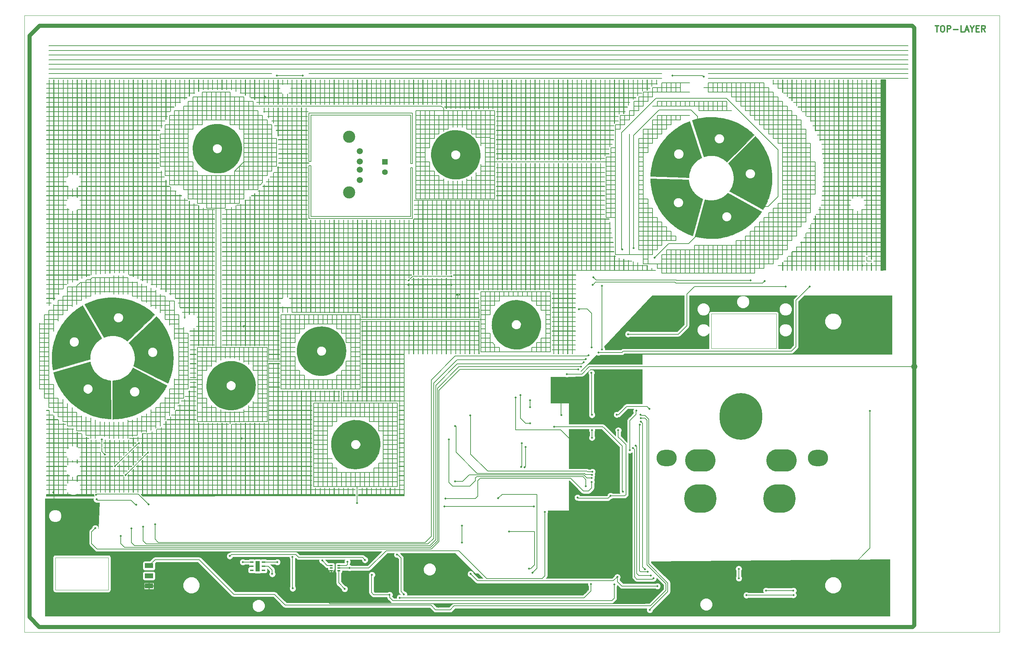
<source format=gtl>
G04 (created by PCBNEW (2013-07-07 BZR 4022)-stable) date 26-03-2016 11:34:51*
%MOIN*%
G04 Gerber Fmt 3.4, Leading zero omitted, Abs format*
%FSLAX34Y34*%
G01*
G70*
G90*
G04 APERTURE LIST*
%ADD10C,0.00590551*%
%ADD11C,0.011811*%
%ADD12C,0.00787402*%
%ADD13C,0.00393701*%
%ADD14C,0.0591*%
%ADD15C,0.1181*%
%ADD16R,0.0787402X0.0472441*%
%ADD17C,0.0787402*%
%ADD18R,0.055X0.055*%
%ADD19C,0.055*%
%ADD20C,0.015748*%
%ADD21C,0.0590551*%
%ADD22R,0.0334646X0.0177165*%
%ADD23R,0.0393701X0.0984252*%
%ADD24R,0.0255906X0.011811*%
%ADD25O,0.19685X0.15748*%
%ADD26O,0.413386X0.452756*%
%ADD27O,0.295276X0.216535*%
%ADD28O,0.314961X0.275591*%
%ADD29C,0.02*%
%ADD30C,0.007*%
%ADD31C,0.008*%
%ADD32C,0.0393701*%
%ADD33C,0.04*%
%ADD34C,0.0011811*%
G04 APERTURE END LIST*
G54D10*
G54D11*
X107947Y-27758D02*
X108284Y-27758D01*
X108115Y-28349D02*
X108115Y-27758D01*
X108593Y-27758D02*
X108706Y-27758D01*
X108762Y-27786D01*
X108818Y-27843D01*
X108847Y-27955D01*
X108847Y-28152D01*
X108818Y-28264D01*
X108762Y-28321D01*
X108706Y-28349D01*
X108593Y-28349D01*
X108537Y-28321D01*
X108481Y-28264D01*
X108453Y-28152D01*
X108453Y-27955D01*
X108481Y-27843D01*
X108537Y-27786D01*
X108593Y-27758D01*
X109100Y-28349D02*
X109100Y-27758D01*
X109325Y-27758D01*
X109381Y-27786D01*
X109409Y-27814D01*
X109437Y-27871D01*
X109437Y-27955D01*
X109409Y-28011D01*
X109381Y-28039D01*
X109325Y-28068D01*
X109100Y-28068D01*
X109690Y-28124D02*
X110140Y-28124D01*
X110703Y-28349D02*
X110421Y-28349D01*
X110421Y-27758D01*
X110871Y-28180D02*
X111152Y-28180D01*
X110815Y-28349D02*
X111012Y-27758D01*
X111209Y-28349D01*
X111518Y-28068D02*
X111518Y-28349D01*
X111321Y-27758D02*
X111518Y-28068D01*
X111715Y-27758D01*
X111912Y-28039D02*
X112109Y-28039D01*
X112193Y-28349D02*
X111912Y-28349D01*
X111912Y-27758D01*
X112193Y-27758D01*
X112784Y-28349D02*
X112587Y-28068D01*
X112446Y-28349D02*
X112446Y-27758D01*
X112671Y-27758D01*
X112727Y-27786D01*
X112755Y-27814D01*
X112784Y-27871D01*
X112784Y-27955D01*
X112755Y-28011D01*
X112727Y-28039D01*
X112671Y-28068D01*
X112446Y-28068D01*
G54D12*
X47440Y-36417D02*
X47440Y-40944D01*
X57086Y-36417D02*
X47440Y-36417D01*
X57086Y-41141D02*
X57086Y-36417D01*
X57283Y-41141D02*
X57086Y-41141D01*
X57283Y-36220D02*
X57283Y-41141D01*
X47244Y-36220D02*
X57283Y-36220D01*
X47244Y-40944D02*
X47244Y-36220D01*
X47440Y-40944D02*
X47244Y-40944D01*
X47440Y-46259D02*
X47440Y-41338D01*
X57086Y-46259D02*
X47440Y-46259D01*
X57086Y-41535D02*
X57086Y-46259D01*
X57283Y-41535D02*
X57086Y-41535D01*
X57283Y-46456D02*
X57283Y-41535D01*
X47244Y-46456D02*
X57283Y-46456D01*
X47244Y-41338D02*
X47244Y-46456D01*
X47440Y-41338D02*
X47244Y-41338D01*
G54D13*
X19685Y-26771D02*
X19763Y-26771D01*
X19685Y-86614D02*
X19685Y-26771D01*
X114173Y-86614D02*
X19685Y-86614D01*
X114173Y-26771D02*
X114173Y-86614D01*
X19685Y-26771D02*
X114173Y-26771D01*
X86220Y-55708D02*
X86417Y-55708D01*
X86220Y-59055D02*
X86220Y-55708D01*
X92519Y-59055D02*
X86220Y-59055D01*
X92519Y-55708D02*
X92519Y-59055D01*
X86417Y-55708D02*
X92519Y-55708D01*
X22677Y-79350D02*
X22687Y-79350D01*
X22677Y-82490D02*
X22677Y-79350D01*
X27411Y-82490D02*
X22677Y-82490D01*
X27805Y-82490D02*
X27411Y-82490D01*
X27805Y-79350D02*
X27805Y-82490D01*
X22696Y-79350D02*
X27805Y-79350D01*
G54D14*
X52170Y-42746D03*
X52170Y-41746D03*
X52170Y-40946D03*
X52170Y-39946D03*
G54D15*
X51120Y-43946D03*
X51120Y-38546D03*
G54D16*
X31740Y-81129D03*
X31740Y-82114D03*
X31740Y-80145D03*
G54D17*
X48440Y-57704D03*
X39681Y-61051D03*
X65720Y-56759D03*
X61460Y-38655D03*
X38354Y-38055D03*
X51767Y-66771D03*
G54D18*
X54617Y-40954D03*
G54D19*
X54617Y-41954D03*
G54D20*
X31917Y-55826D03*
X33460Y-62153D03*
X28401Y-65696D03*
X22744Y-61559D03*
X25240Y-55188D03*
X80633Y-42866D03*
X84015Y-37301D03*
X90098Y-38373D03*
X91173Y-45299D03*
X84903Y-48038D03*
G54D21*
X105901Y-60838D03*
G54D22*
X41696Y-79795D03*
X41696Y-80188D03*
X41696Y-80582D03*
X42838Y-80582D03*
X42838Y-80188D03*
X42838Y-79795D03*
G54D23*
X42267Y-80200D03*
G54D24*
X49413Y-80122D03*
X49413Y-80377D03*
X49413Y-80633D03*
X50122Y-80633D03*
X50122Y-80377D03*
X50122Y-80122D03*
G54D25*
X96574Y-69685D03*
G54D26*
X89094Y-65649D03*
G54D27*
X93031Y-69944D03*
X85157Y-69944D03*
G54D28*
X85157Y-73625D03*
X92834Y-73625D03*
G54D25*
X81909Y-69685D03*
G54D29*
X51901Y-74051D03*
X60377Y-74389D03*
X69035Y-74389D03*
X56952Y-57842D03*
X68137Y-70590D03*
X68236Y-68625D03*
X67870Y-68279D03*
X67791Y-70578D03*
X73267Y-73539D03*
X77214Y-67007D03*
X76476Y-73366D03*
X78952Y-65114D03*
X78330Y-68944D03*
X71007Y-66649D03*
X77653Y-72968D03*
X62897Y-80944D03*
X81007Y-82122D03*
X77122Y-81244D03*
X88893Y-81370D03*
X88889Y-80448D03*
X89629Y-83011D03*
X94188Y-82988D03*
X60811Y-67909D03*
X74078Y-72421D03*
X74641Y-72015D03*
X60460Y-73618D03*
X61387Y-71958D03*
X74645Y-71637D03*
X61417Y-66614D03*
X74657Y-71342D03*
X62885Y-65555D03*
X74708Y-71035D03*
X74622Y-58972D03*
X74618Y-61429D03*
X73413Y-55248D03*
X74677Y-65511D03*
X74673Y-66992D03*
X74669Y-67720D03*
X80078Y-80744D03*
X79291Y-66476D03*
X40751Y-67811D03*
X100862Y-51043D03*
X96456Y-54527D03*
X61460Y-57385D03*
X31366Y-73283D03*
X61590Y-53850D03*
X42964Y-34732D03*
X40893Y-56937D03*
X91748Y-55236D03*
X92401Y-55240D03*
X92421Y-54251D03*
X82472Y-32598D03*
X46633Y-32598D03*
X59787Y-84125D03*
X61039Y-52893D03*
X74744Y-52897D03*
X72267Y-61956D03*
X91393Y-52535D03*
X22549Y-74005D03*
X22470Y-73041D03*
X101614Y-65125D03*
X99787Y-80267D03*
X84937Y-81633D03*
X84956Y-83307D03*
X85488Y-32700D03*
X44141Y-32598D03*
X56881Y-52897D03*
X89350Y-80433D03*
X93007Y-80275D03*
X71692Y-65535D03*
X59901Y-81397D03*
X59763Y-82854D03*
X48720Y-81181D03*
X44960Y-82381D03*
X80988Y-81720D03*
X77610Y-81263D03*
X76511Y-75059D03*
X73263Y-74429D03*
X72767Y-68094D03*
X67267Y-63838D03*
X79795Y-80492D03*
X79409Y-66161D03*
X70108Y-74931D03*
X51161Y-80374D03*
X79409Y-65836D03*
X80259Y-84425D03*
X79379Y-65492D03*
X55777Y-79064D03*
X56446Y-82923D03*
X77066Y-65488D03*
X80232Y-64933D03*
X43681Y-80944D03*
X62736Y-41958D03*
X53248Y-69826D03*
X41151Y-64133D03*
X50492Y-59389D03*
X39870Y-41090D03*
X65633Y-58003D03*
X62066Y-76269D03*
X22500Y-60964D03*
X62066Y-77913D03*
X26653Y-73710D03*
X30511Y-74232D03*
X27175Y-67883D03*
X27480Y-69370D03*
X30767Y-68248D03*
X28444Y-70511D03*
X31712Y-74192D03*
X26614Y-73277D03*
X72232Y-61559D03*
X27618Y-65629D03*
X31633Y-69173D03*
X29458Y-71348D03*
X31653Y-55515D03*
X33572Y-61781D03*
X77618Y-49478D03*
X78700Y-49318D03*
X80775Y-41929D03*
X80948Y-44421D03*
X28897Y-65659D03*
X80748Y-50265D03*
X61051Y-52070D03*
X74818Y-52173D03*
X56893Y-52468D03*
X90019Y-52468D03*
X48523Y-79645D03*
X50964Y-79763D03*
X50708Y-82401D03*
X40826Y-79803D03*
X44161Y-79807D03*
X91531Y-82559D03*
X94185Y-82559D03*
X93448Y-53059D03*
X78165Y-57685D03*
X95775Y-53070D03*
X75291Y-59460D03*
X75639Y-59153D03*
X75639Y-52982D03*
X67744Y-63594D03*
X68673Y-66338D03*
X68661Y-64098D03*
X68681Y-64751D03*
X73334Y-61102D03*
X26535Y-76496D03*
X73590Y-60818D03*
X28996Y-77263D03*
X73858Y-60409D03*
X30039Y-76535D03*
X74066Y-60086D03*
X31161Y-76377D03*
X74326Y-59728D03*
X32322Y-76122D03*
X56031Y-83251D03*
X45649Y-79291D03*
X45669Y-82342D03*
X74566Y-81929D03*
X53346Y-81023D03*
X39566Y-79212D03*
X52677Y-79586D03*
X76838Y-81962D03*
X55047Y-82964D03*
X68909Y-80838D03*
X65562Y-73606D03*
X68582Y-80433D03*
X66645Y-76826D03*
X80370Y-81086D03*
X78907Y-68503D03*
X80622Y-81377D03*
X78641Y-68720D03*
G54D30*
X52200Y-56250D02*
X63900Y-56250D01*
X37800Y-65700D02*
X36450Y-65700D01*
X42750Y-64350D02*
X43200Y-64350D01*
X41400Y-65700D02*
X43200Y-65700D01*
X42300Y-64800D02*
X43200Y-64800D01*
X42300Y-65200D02*
X43200Y-65200D01*
X43200Y-65200D02*
X43200Y-65250D01*
X36450Y-65250D02*
X38250Y-65250D01*
X38250Y-59400D02*
X36450Y-59400D01*
X37800Y-59850D02*
X37800Y-58950D01*
X37800Y-58950D02*
X37800Y-59400D01*
X37350Y-59850D02*
X36450Y-59850D01*
X36900Y-60300D02*
X36450Y-60300D01*
X36900Y-60750D02*
X36450Y-60750D01*
X40950Y-59400D02*
X40950Y-58950D01*
X41400Y-59400D02*
X41400Y-58950D01*
X41850Y-59850D02*
X41850Y-58950D01*
X42750Y-61200D02*
X42750Y-58950D01*
X42300Y-60300D02*
X42300Y-58950D01*
X42300Y-58950D02*
X42750Y-58950D01*
X41400Y-59400D02*
X43200Y-59400D01*
X41850Y-59850D02*
X43200Y-59850D01*
X42300Y-60750D02*
X43200Y-60750D01*
X42750Y-61200D02*
X43200Y-61200D01*
X43200Y-61650D02*
X43200Y-61200D01*
X43200Y-61200D02*
X43200Y-60750D01*
X43200Y-60750D02*
X43200Y-59850D01*
X43200Y-59850D02*
X43200Y-59400D01*
X43200Y-59400D02*
X43200Y-58950D01*
X43200Y-58950D02*
X42750Y-58950D01*
X36450Y-58950D02*
X36450Y-59400D01*
X40950Y-58950D02*
X36450Y-58950D01*
X36450Y-59400D02*
X36450Y-59850D01*
X36450Y-59850D02*
X36450Y-60300D01*
X36450Y-60300D02*
X36450Y-60750D01*
X36450Y-60750D02*
X36450Y-61200D01*
X41400Y-58950D02*
X40950Y-58950D01*
X41850Y-58950D02*
X41400Y-58950D01*
X42750Y-58950D02*
X41850Y-58950D01*
X43200Y-63900D02*
X43200Y-64350D01*
X43200Y-64350D02*
X43200Y-64800D01*
X43200Y-64800D02*
X43200Y-65250D01*
X43200Y-65250D02*
X43200Y-65700D01*
X43200Y-65700D02*
X43200Y-66150D01*
X43200Y-66150D02*
X42750Y-66150D01*
X42750Y-64350D02*
X42750Y-66150D01*
X42300Y-65200D02*
X42300Y-66150D01*
X41850Y-64800D02*
X41850Y-66150D01*
X41400Y-65700D02*
X41400Y-66150D01*
X36450Y-64350D02*
X36450Y-65250D01*
X36450Y-65250D02*
X36450Y-65700D01*
X36450Y-65700D02*
X36450Y-66150D01*
X36450Y-66150D02*
X36900Y-66150D01*
X36900Y-64800D02*
X36900Y-66150D01*
X37350Y-65250D02*
X37350Y-66150D01*
X37800Y-65700D02*
X37800Y-66150D01*
X38250Y-65700D02*
X38250Y-66150D01*
X40950Y-65700D02*
X40950Y-66150D01*
X36900Y-66150D02*
X37350Y-66150D01*
X37350Y-66150D02*
X37800Y-66150D01*
X37800Y-66150D02*
X38250Y-66150D01*
X38250Y-66150D02*
X40950Y-66150D01*
X40950Y-66150D02*
X41400Y-66150D01*
X41400Y-66150D02*
X41850Y-66150D01*
X41850Y-66150D02*
X42300Y-66150D01*
X42300Y-66150D02*
X42750Y-66150D01*
X37350Y-59850D02*
X37350Y-58950D01*
X36900Y-60300D02*
X36900Y-58950D01*
X51750Y-61200D02*
X51750Y-63000D01*
X51300Y-62100D02*
X51300Y-63000D01*
X50850Y-62100D02*
X50850Y-63000D01*
X49950Y-62550D02*
X49950Y-63000D01*
X49500Y-62550D02*
X49500Y-63000D01*
X49050Y-62550D02*
X49050Y-63000D01*
X48600Y-62550D02*
X48600Y-63000D01*
X46800Y-62100D02*
X46350Y-62100D01*
X46800Y-62550D02*
X46800Y-63000D01*
X46350Y-62550D02*
X46350Y-63000D01*
X45900Y-62100D02*
X45900Y-63000D01*
X45450Y-61650D02*
X45450Y-63000D01*
X45000Y-61200D02*
X45000Y-63000D01*
X45000Y-63000D02*
X45450Y-63000D01*
X51750Y-57600D02*
X52200Y-57600D01*
X51750Y-57150D02*
X52200Y-57150D01*
X51300Y-56700D02*
X52200Y-56700D01*
X50400Y-56250D02*
X52200Y-56250D01*
X46800Y-55800D02*
X46800Y-56250D01*
X46350Y-55800D02*
X46350Y-56250D01*
X45000Y-57600D02*
X44550Y-57600D01*
X45000Y-57150D02*
X44550Y-57150D01*
X45900Y-56700D02*
X44550Y-56700D01*
X45900Y-56250D02*
X44550Y-56250D01*
X45900Y-56250D02*
X45900Y-55800D01*
X45450Y-55800D02*
X45450Y-57150D01*
X45450Y-57150D02*
X45450Y-58950D01*
X45000Y-57150D02*
X45000Y-55800D01*
X44550Y-58050D02*
X44550Y-57600D01*
X44550Y-57600D02*
X44550Y-57150D01*
X44550Y-57150D02*
X44550Y-56700D01*
X44550Y-56700D02*
X44550Y-56250D01*
X44550Y-56250D02*
X44550Y-55800D01*
X44550Y-55800D02*
X45000Y-55800D01*
X45000Y-55800D02*
X45450Y-55800D01*
X45450Y-55800D02*
X45900Y-55800D01*
X45900Y-55800D02*
X46350Y-55800D01*
X46350Y-55800D02*
X46800Y-55800D01*
X46800Y-55800D02*
X47250Y-55800D01*
X49950Y-56250D02*
X49950Y-55800D01*
X50400Y-56250D02*
X50400Y-55800D01*
X50850Y-56700D02*
X50850Y-55800D01*
X51300Y-56700D02*
X51300Y-55800D01*
X51750Y-57150D02*
X51750Y-55800D01*
X52200Y-58050D02*
X52200Y-57600D01*
X52200Y-57600D02*
X52200Y-57150D01*
X52200Y-57150D02*
X52200Y-56700D01*
X52200Y-56700D02*
X52200Y-56250D01*
X52200Y-56250D02*
X52200Y-55800D01*
X52200Y-55800D02*
X51750Y-55800D01*
X51750Y-55800D02*
X51300Y-55800D01*
X51300Y-55800D02*
X50850Y-55800D01*
X50850Y-55800D02*
X50400Y-55800D01*
X50400Y-55800D02*
X49950Y-55800D01*
X49950Y-55800D02*
X49500Y-55800D01*
X45000Y-60750D02*
X44550Y-60750D01*
X44550Y-60300D02*
X44550Y-60750D01*
X44550Y-60750D02*
X44550Y-63000D01*
X44550Y-63000D02*
X45450Y-63000D01*
X45450Y-63000D02*
X45900Y-63000D01*
X45900Y-63000D02*
X46350Y-63000D01*
X46350Y-63000D02*
X46800Y-63000D01*
X46800Y-63000D02*
X47250Y-63000D01*
X45000Y-61200D02*
X44550Y-61200D01*
X45450Y-61650D02*
X44550Y-61650D01*
X45900Y-62100D02*
X44550Y-62100D01*
X46350Y-62550D02*
X44550Y-62550D01*
X51750Y-61200D02*
X52200Y-61200D01*
X51300Y-61650D02*
X52200Y-61650D01*
X51300Y-62100D02*
X52200Y-62100D01*
X50400Y-62550D02*
X52200Y-62550D01*
X52200Y-60750D02*
X52200Y-61200D01*
X52200Y-61200D02*
X52200Y-61650D01*
X52200Y-61650D02*
X52200Y-62100D01*
X52200Y-62100D02*
X52200Y-62550D01*
X52200Y-62550D02*
X52200Y-63000D01*
X52200Y-63000D02*
X51750Y-63000D01*
X51750Y-63000D02*
X51300Y-63000D01*
X51300Y-63000D02*
X50850Y-63000D01*
X50850Y-63000D02*
X49950Y-63000D01*
X49950Y-63000D02*
X49500Y-63000D01*
X49500Y-63000D02*
X49050Y-63000D01*
X49500Y-64800D02*
X49500Y-64350D01*
X49050Y-65250D02*
X49050Y-64350D01*
X48600Y-65700D02*
X48600Y-64350D01*
X47700Y-64800D02*
X47700Y-64350D01*
X47700Y-64350D02*
X48150Y-64350D01*
X48150Y-66600D02*
X48150Y-64350D01*
X53550Y-64800D02*
X53550Y-64350D01*
X54000Y-65250D02*
X54000Y-64350D01*
X54450Y-65250D02*
X54450Y-64350D01*
X54900Y-65700D02*
X54900Y-64350D01*
X55350Y-66150D02*
X55350Y-64350D01*
X55800Y-67050D02*
X55800Y-64350D01*
X55800Y-64350D02*
X55350Y-64350D01*
X55350Y-64350D02*
X54900Y-64350D01*
X54900Y-64350D02*
X54450Y-64350D01*
X54450Y-64350D02*
X54000Y-64350D01*
X54000Y-64350D02*
X53550Y-64350D01*
X53550Y-64350D02*
X53100Y-64350D01*
X48150Y-70200D02*
X47700Y-70200D01*
X48600Y-70650D02*
X47700Y-70650D01*
X48600Y-71100D02*
X47700Y-71100D01*
X48600Y-71550D02*
X47700Y-71550D01*
X49050Y-72000D02*
X47700Y-72000D01*
X54900Y-71550D02*
X55800Y-71550D01*
X54000Y-72000D02*
X55800Y-72000D01*
X55350Y-70200D02*
X55800Y-70200D01*
X55350Y-70650D02*
X55800Y-70650D01*
X54900Y-71100D02*
X55800Y-71100D01*
X55350Y-70650D02*
X55350Y-72450D01*
X54900Y-71550D02*
X54900Y-72450D01*
X54450Y-72450D02*
X54450Y-71550D01*
X54450Y-71550D02*
X54450Y-71100D01*
X54000Y-72000D02*
X54000Y-72450D01*
X53550Y-72000D02*
X53550Y-72450D01*
X55800Y-69750D02*
X55800Y-70200D01*
X55800Y-70200D02*
X55800Y-70650D01*
X55800Y-70650D02*
X55800Y-71100D01*
X55800Y-71100D02*
X55800Y-71550D01*
X55800Y-71550D02*
X55800Y-72000D01*
X55800Y-72000D02*
X55800Y-72450D01*
X55800Y-72450D02*
X55350Y-72450D01*
X55350Y-72450D02*
X54900Y-72450D01*
X54900Y-72450D02*
X54450Y-72450D01*
X54450Y-72450D02*
X54000Y-72450D01*
X54000Y-72450D02*
X53550Y-72450D01*
X47700Y-72450D02*
X47700Y-72000D01*
X53550Y-72450D02*
X47700Y-72450D01*
X47700Y-72000D02*
X47700Y-71550D01*
X47700Y-71550D02*
X47700Y-71100D01*
X47700Y-71100D02*
X47700Y-70650D01*
X47700Y-70650D02*
X47700Y-70200D01*
X47700Y-70200D02*
X47700Y-64800D01*
X47700Y-64800D02*
X49500Y-64800D01*
X49050Y-72000D02*
X49050Y-72450D01*
X48600Y-71550D02*
X48600Y-72450D01*
X48150Y-70200D02*
X48150Y-72450D01*
X48150Y-66600D02*
X47700Y-66600D01*
X48600Y-66150D02*
X47700Y-66150D01*
X48600Y-65700D02*
X47700Y-65700D01*
X55800Y-65700D02*
X54900Y-65700D01*
X54000Y-64800D02*
X55800Y-64800D01*
X55800Y-66150D02*
X55350Y-66150D01*
X55800Y-66600D02*
X55350Y-66600D01*
X55800Y-65250D02*
X54000Y-65250D01*
X54000Y-65250D02*
X47700Y-65250D01*
X47700Y-65250D02*
X49050Y-65250D01*
X49950Y-64350D02*
X49500Y-64350D01*
X49500Y-64350D02*
X49050Y-64350D01*
X49050Y-64350D02*
X48600Y-64350D01*
X48600Y-64350D02*
X48150Y-64350D01*
X58050Y-42300D02*
X57600Y-42300D01*
X58500Y-42750D02*
X57600Y-42750D01*
X58950Y-43200D02*
X57600Y-43200D01*
X59400Y-43650D02*
X57600Y-43650D01*
X60300Y-44000D02*
X57600Y-44000D01*
X57600Y-44000D02*
X57600Y-44100D01*
X60300Y-44000D02*
X60300Y-44550D01*
X59850Y-44550D02*
X59850Y-43650D01*
X59850Y-43650D02*
X59850Y-43600D01*
X59400Y-43650D02*
X59400Y-44550D01*
X58950Y-43200D02*
X58950Y-44550D01*
X58500Y-42750D02*
X58500Y-44550D01*
X58050Y-42300D02*
X58050Y-44550D01*
X60750Y-44550D02*
X60300Y-44550D01*
X60300Y-44550D02*
X59850Y-44550D01*
X59850Y-44550D02*
X59400Y-44550D01*
X59400Y-44550D02*
X58950Y-44550D01*
X58950Y-44550D02*
X58500Y-44550D01*
X58500Y-44550D02*
X58050Y-44550D01*
X58050Y-44550D02*
X57600Y-44550D01*
X57600Y-44550D02*
X57600Y-44100D01*
X57600Y-44100D02*
X57600Y-43650D01*
X57600Y-43650D02*
X57600Y-43200D01*
X57600Y-43200D02*
X57600Y-42750D01*
X57600Y-42750D02*
X57600Y-42300D01*
X57600Y-42300D02*
X57600Y-41850D01*
X63450Y-43650D02*
X65250Y-43650D01*
X64800Y-41850D02*
X65250Y-41850D01*
X64800Y-42300D02*
X65250Y-42300D01*
X64350Y-42750D02*
X65250Y-42750D01*
X63900Y-43200D02*
X65250Y-43200D01*
X64800Y-42300D02*
X64800Y-44550D01*
X64350Y-42750D02*
X64350Y-44550D01*
X63900Y-43200D02*
X63900Y-44550D01*
X63450Y-44550D02*
X63450Y-43650D01*
X63450Y-43650D02*
X63000Y-43650D01*
X62550Y-44000D02*
X62550Y-44550D01*
X63000Y-43650D02*
X63000Y-44550D01*
X62550Y-44000D02*
X65250Y-44000D01*
X65250Y-44000D02*
X65250Y-43650D01*
X65250Y-41400D02*
X65250Y-41850D01*
X65250Y-41850D02*
X65250Y-42300D01*
X65250Y-42300D02*
X65250Y-42750D01*
X65250Y-42750D02*
X65250Y-43200D01*
X65250Y-43200D02*
X65250Y-43650D01*
X65250Y-43650D02*
X65250Y-44550D01*
X65250Y-44550D02*
X64800Y-44550D01*
X64800Y-44550D02*
X64350Y-44550D01*
X64350Y-44550D02*
X63900Y-44550D01*
X63900Y-44550D02*
X63450Y-44550D01*
X63450Y-44550D02*
X63000Y-44550D01*
X63000Y-44550D02*
X62550Y-44550D01*
X62550Y-44550D02*
X62100Y-44550D01*
X64800Y-38250D02*
X64800Y-36000D01*
X64350Y-37350D02*
X64350Y-36000D01*
X63900Y-37350D02*
X63900Y-36000D01*
X63450Y-36450D02*
X63450Y-36000D01*
X63000Y-36450D02*
X63000Y-36000D01*
X64800Y-39150D02*
X65250Y-39150D01*
X65250Y-39150D02*
X65250Y-38700D01*
X65250Y-38700D02*
X64800Y-38700D01*
X65250Y-38250D02*
X64800Y-38250D01*
X64350Y-37800D02*
X65250Y-37800D01*
X65250Y-37350D02*
X64350Y-37350D01*
X63900Y-36900D02*
X65250Y-36900D01*
X63450Y-36450D02*
X65250Y-36450D01*
X65250Y-38700D02*
X65250Y-38250D01*
X65250Y-38250D02*
X65250Y-37800D01*
X65250Y-37800D02*
X65250Y-37350D01*
X65250Y-37350D02*
X65250Y-36900D01*
X65250Y-36900D02*
X65250Y-36450D01*
X65250Y-36450D02*
X65250Y-36000D01*
X65250Y-36000D02*
X64800Y-36000D01*
X64800Y-36000D02*
X64350Y-36000D01*
X64350Y-36000D02*
X63900Y-36000D01*
X63900Y-36000D02*
X63450Y-36000D01*
X63450Y-36000D02*
X63000Y-36000D01*
X63000Y-36000D02*
X62550Y-36000D01*
X58050Y-38250D02*
X57600Y-38250D01*
X58500Y-37800D02*
X57600Y-37800D01*
X58950Y-37350D02*
X57600Y-37350D01*
X59400Y-36900D02*
X57600Y-36900D01*
X59850Y-36450D02*
X57600Y-36450D01*
X59400Y-36900D02*
X59400Y-36000D01*
X58950Y-37350D02*
X58950Y-36000D01*
X58500Y-37800D02*
X58500Y-36000D01*
X58050Y-38250D02*
X58050Y-36000D01*
X57600Y-38700D02*
X57600Y-38250D01*
X57600Y-38250D02*
X57600Y-37800D01*
X57600Y-37800D02*
X57600Y-37350D01*
X57600Y-37350D02*
X57600Y-36900D01*
X57600Y-36900D02*
X57600Y-36450D01*
X57600Y-36450D02*
X57600Y-36000D01*
X57600Y-36000D02*
X58050Y-36000D01*
X58050Y-36000D02*
X58500Y-36000D01*
X58500Y-36000D02*
X58950Y-36000D01*
X58950Y-36000D02*
X59400Y-36000D01*
X59400Y-36000D02*
X60300Y-36000D01*
X26100Y-52400D02*
X26100Y-52325D01*
X26220Y-52204D02*
X29700Y-52204D01*
X26100Y-52325D02*
X26220Y-52204D01*
X26100Y-52400D02*
X25710Y-52400D01*
X25650Y-54200D02*
X25650Y-52600D01*
X26100Y-52400D02*
X26100Y-53400D01*
X25650Y-52460D02*
X25650Y-52600D01*
X25710Y-52400D02*
X25650Y-52460D01*
X25200Y-52650D02*
X25100Y-52650D01*
X24750Y-53000D02*
X24750Y-53100D01*
X25100Y-52650D02*
X24750Y-53000D01*
X51901Y-72461D02*
X51913Y-72450D01*
X51901Y-74051D02*
X51901Y-72461D01*
X69035Y-74389D02*
X60377Y-74389D01*
X65250Y-40950D02*
X76500Y-40950D01*
X41850Y-35550D02*
X60075Y-35550D01*
X41850Y-35550D02*
X35100Y-35550D01*
X41400Y-43650D02*
X35100Y-43650D01*
X35100Y-43650D02*
X35100Y-35550D01*
X60300Y-35775D02*
X60300Y-36450D01*
X60075Y-35550D02*
X60300Y-35775D01*
X38700Y-59400D02*
X38700Y-45450D01*
X38250Y-45450D02*
X38250Y-59400D01*
X50400Y-62550D02*
X50400Y-64350D01*
X42300Y-60300D02*
X44550Y-60300D01*
X44550Y-60300D02*
X45000Y-60300D01*
X36450Y-62100D02*
X35550Y-62100D01*
X65700Y-59400D02*
X65700Y-58950D01*
X65700Y-58950D02*
X65250Y-58950D01*
X64800Y-58500D02*
X65025Y-58500D01*
X65025Y-58500D02*
X65250Y-58725D01*
X65250Y-58725D02*
X65250Y-58950D01*
X65250Y-58950D02*
X65250Y-59400D01*
X63900Y-54450D02*
X65700Y-54450D01*
X65700Y-54450D02*
X65700Y-53550D01*
X63900Y-54900D02*
X65250Y-54900D01*
X65250Y-54900D02*
X65250Y-53550D01*
X64800Y-55350D02*
X63900Y-55350D01*
X64350Y-56700D02*
X63900Y-56700D01*
X64350Y-56250D02*
X63900Y-56250D01*
X63900Y-55800D02*
X64800Y-55800D01*
X64800Y-55800D02*
X64800Y-55350D01*
X64800Y-55350D02*
X64800Y-53550D01*
X64800Y-58050D02*
X64800Y-57600D01*
X64800Y-57600D02*
X63900Y-57600D01*
X64350Y-57150D02*
X63900Y-57150D01*
X64350Y-57600D02*
X63900Y-57600D01*
X63900Y-58050D02*
X64800Y-58050D01*
X64800Y-58050D02*
X64800Y-58500D01*
X64800Y-58500D02*
X63900Y-58500D01*
X65250Y-58950D02*
X63900Y-58950D01*
X68850Y-59400D02*
X68850Y-58950D01*
X68850Y-58950D02*
X70650Y-58950D01*
X69300Y-59400D02*
X69300Y-58500D01*
X69300Y-58500D02*
X70650Y-58500D01*
X69750Y-59400D02*
X69750Y-58050D01*
X69750Y-58050D02*
X70650Y-58050D01*
X70650Y-57150D02*
X70200Y-57150D01*
X70200Y-56700D02*
X70650Y-56700D01*
X70650Y-56250D02*
X70200Y-56250D01*
X70200Y-55800D02*
X70650Y-55800D01*
X70650Y-55350D02*
X69750Y-55350D01*
X69750Y-55350D02*
X69750Y-53550D01*
X70200Y-54450D02*
X70650Y-54450D01*
X70200Y-53550D02*
X70650Y-53550D01*
X70650Y-53550D02*
X70650Y-54450D01*
X70650Y-54450D02*
X70650Y-54900D01*
X70650Y-54900D02*
X70200Y-54900D01*
X70650Y-57600D02*
X70200Y-57600D01*
X70200Y-59400D02*
X70650Y-59400D01*
X70650Y-59400D02*
X70650Y-58950D01*
X70650Y-58950D02*
X70650Y-58500D01*
X70650Y-58500D02*
X70650Y-58050D01*
X70650Y-58050D02*
X70650Y-57600D01*
X70650Y-57600D02*
X70650Y-57150D01*
X70650Y-57150D02*
X70650Y-56700D01*
X70650Y-56700D02*
X70650Y-56250D01*
X70650Y-56250D02*
X70650Y-55800D01*
X70650Y-55800D02*
X70650Y-55350D01*
X70650Y-55350D02*
X70650Y-54900D01*
X70200Y-54900D02*
X69300Y-54900D01*
X69300Y-54900D02*
X69300Y-53550D01*
X70200Y-54450D02*
X68850Y-54450D01*
X68850Y-54450D02*
X68850Y-53550D01*
X70200Y-59400D02*
X70200Y-57600D01*
X70200Y-57600D02*
X70200Y-57150D01*
X70200Y-57150D02*
X70200Y-56700D01*
X70200Y-56700D02*
X70200Y-56250D01*
X70200Y-56250D02*
X70200Y-55800D01*
X70200Y-55800D02*
X70200Y-54900D01*
X70200Y-54900D02*
X70200Y-54450D01*
X70200Y-54450D02*
X70200Y-53550D01*
X68400Y-54000D02*
X68400Y-53550D01*
X67950Y-54000D02*
X67950Y-53550D01*
X67500Y-54000D02*
X67500Y-53550D01*
X67050Y-54000D02*
X67050Y-53550D01*
X66600Y-54000D02*
X66600Y-53550D01*
X66150Y-54000D02*
X66150Y-53550D01*
X64800Y-59400D02*
X64800Y-58500D01*
X64350Y-54000D02*
X64350Y-56250D01*
X64350Y-56250D02*
X64350Y-56700D01*
X64350Y-56700D02*
X64350Y-57150D01*
X64350Y-57150D02*
X64350Y-57600D01*
X64350Y-57600D02*
X64350Y-59400D01*
X64350Y-53550D02*
X64350Y-54000D01*
X64800Y-59400D02*
X65250Y-59400D01*
X65250Y-59400D02*
X65700Y-59400D01*
X65700Y-59400D02*
X68850Y-59400D01*
X68850Y-59400D02*
X69300Y-59400D01*
X69300Y-59400D02*
X69750Y-59400D01*
X69750Y-59400D02*
X70200Y-59400D01*
X70200Y-53550D02*
X69750Y-53550D01*
X69750Y-53550D02*
X69300Y-53550D01*
X69300Y-53550D02*
X68850Y-53550D01*
X68850Y-53550D02*
X68400Y-53550D01*
X68400Y-53550D02*
X67950Y-53550D01*
X67950Y-53550D02*
X67500Y-53550D01*
X67500Y-53550D02*
X67050Y-53550D01*
X67050Y-53550D02*
X66600Y-53550D01*
X66600Y-53550D02*
X66150Y-53550D01*
X64350Y-59400D02*
X64800Y-59400D01*
X66150Y-53550D02*
X65700Y-53550D01*
X65700Y-53550D02*
X65250Y-53550D01*
X65250Y-53550D02*
X64800Y-53550D01*
X64800Y-53550D02*
X64350Y-53550D01*
X64350Y-53550D02*
X63900Y-53550D01*
X63900Y-53550D02*
X63900Y-54450D01*
X63900Y-54450D02*
X63900Y-54900D01*
X63900Y-54900D02*
X63900Y-55350D01*
X63900Y-55350D02*
X63900Y-55800D01*
X63900Y-55800D02*
X63900Y-56250D01*
X63900Y-56250D02*
X63900Y-56700D01*
X63900Y-56700D02*
X63900Y-57150D01*
X63900Y-57150D02*
X63900Y-57600D01*
X63900Y-57600D02*
X63900Y-58050D01*
X63900Y-58050D02*
X63900Y-58500D01*
X63900Y-59400D02*
X64350Y-59400D01*
X63900Y-58500D02*
X63900Y-58950D01*
X63900Y-58950D02*
X63900Y-59400D01*
X63900Y-54000D02*
X64350Y-54000D01*
X64350Y-54000D02*
X66150Y-54000D01*
X66150Y-54000D02*
X66600Y-54000D01*
X66600Y-54000D02*
X67050Y-54000D01*
X67050Y-54000D02*
X67500Y-54000D01*
X67500Y-54000D02*
X67950Y-54000D01*
X67950Y-54000D02*
X68400Y-54000D01*
X68400Y-54000D02*
X70650Y-54000D01*
X78300Y-49950D02*
X76950Y-49950D01*
X76950Y-47700D02*
X76950Y-46350D01*
X76950Y-49950D02*
X76950Y-47700D01*
X76500Y-40500D02*
X76050Y-40500D01*
X76050Y-40500D02*
X76050Y-40950D01*
X76500Y-40950D02*
X76050Y-40950D01*
X76500Y-41400D02*
X76050Y-41400D01*
X76950Y-41850D02*
X76050Y-41850D01*
X76950Y-42300D02*
X76050Y-42300D01*
X76950Y-42750D02*
X76050Y-42750D01*
X76950Y-43200D02*
X76050Y-43200D01*
X76950Y-43650D02*
X76050Y-43650D01*
X76950Y-44100D02*
X76050Y-44100D01*
X76950Y-44550D02*
X76050Y-44550D01*
X76950Y-45000D02*
X76050Y-45000D01*
X76950Y-45450D02*
X76050Y-45450D01*
X76500Y-45900D02*
X76050Y-45900D01*
X76500Y-46350D02*
X76050Y-46350D01*
X76050Y-46350D02*
X76050Y-45900D01*
X76050Y-45900D02*
X76050Y-45450D01*
X76050Y-45450D02*
X76050Y-45000D01*
X76050Y-45000D02*
X76050Y-44550D01*
X76050Y-44550D02*
X76050Y-44100D01*
X76050Y-44100D02*
X76050Y-43650D01*
X76050Y-43650D02*
X76050Y-43200D01*
X76050Y-43200D02*
X76050Y-42750D01*
X76050Y-42750D02*
X76050Y-42300D01*
X76050Y-42300D02*
X76050Y-41850D01*
X76050Y-41850D02*
X76050Y-41400D01*
X76050Y-41400D02*
X76050Y-40950D01*
X76500Y-45900D02*
X76950Y-45900D01*
X79650Y-49950D02*
X78300Y-49950D01*
X78300Y-49050D02*
X78300Y-38250D01*
X78300Y-49950D02*
X78300Y-49050D01*
X76950Y-46350D02*
X76500Y-46350D01*
X76500Y-46350D02*
X76500Y-45900D01*
X76500Y-45900D02*
X76500Y-41850D01*
X76950Y-41850D02*
X76500Y-41850D01*
X76950Y-41400D02*
X76500Y-41400D01*
X76950Y-40950D02*
X76500Y-40950D01*
X76500Y-40500D02*
X76950Y-40500D01*
X79650Y-44100D02*
X79200Y-44100D01*
X79650Y-43650D02*
X79200Y-43650D01*
X79650Y-43200D02*
X79200Y-43200D01*
X79650Y-42300D02*
X79200Y-42300D01*
X79650Y-42750D02*
X79200Y-42750D01*
X79650Y-41850D02*
X79200Y-41850D01*
X81450Y-35100D02*
X81450Y-35550D01*
X81900Y-35100D02*
X81900Y-35550D01*
X81000Y-35550D02*
X81000Y-35100D01*
X81000Y-35100D02*
X81450Y-35100D01*
X81450Y-35100D02*
X81900Y-35100D01*
X81900Y-35100D02*
X82350Y-35100D01*
X82800Y-35550D02*
X82800Y-35100D01*
X82350Y-35550D02*
X82350Y-35100D01*
X83250Y-35550D02*
X83250Y-35100D01*
X83700Y-35550D02*
X83700Y-35100D01*
X84150Y-35550D02*
X84150Y-35100D01*
X84600Y-35550D02*
X84600Y-35100D01*
X85050Y-35100D02*
X85050Y-36000D01*
X85050Y-36000D02*
X85500Y-36000D01*
X85500Y-36000D02*
X85500Y-35100D01*
X85950Y-36000D02*
X85950Y-35100D01*
X86400Y-36000D02*
X86400Y-35100D01*
X86850Y-36000D02*
X86850Y-35100D01*
X87300Y-36000D02*
X87300Y-35100D01*
X87750Y-36000D02*
X87750Y-35100D01*
X87750Y-35100D02*
X87300Y-35100D01*
X87300Y-35100D02*
X86850Y-35100D01*
X86850Y-35100D02*
X86400Y-35100D01*
X86400Y-35100D02*
X85950Y-35100D01*
X85950Y-35100D02*
X85500Y-35100D01*
X85500Y-35100D02*
X85050Y-35100D01*
X85050Y-35100D02*
X84600Y-35100D01*
X84600Y-35100D02*
X84150Y-35100D01*
X84150Y-35100D02*
X83700Y-35100D01*
X83700Y-35100D02*
X83250Y-35100D01*
X83250Y-35100D02*
X82800Y-35100D01*
X82800Y-35100D02*
X82350Y-35100D01*
X76950Y-40050D02*
X76500Y-40050D01*
X76950Y-39600D02*
X76500Y-39600D01*
X76500Y-39600D02*
X76500Y-40050D01*
X76500Y-40050D02*
X76500Y-40500D01*
X76500Y-40500D02*
X76500Y-40950D01*
X76500Y-40950D02*
X76500Y-41400D01*
X76500Y-41400D02*
X76500Y-41850D01*
X80550Y-34200D02*
X80550Y-33750D01*
X80550Y-33750D02*
X81000Y-33750D01*
X80100Y-34200D02*
X80100Y-34650D01*
X79650Y-34650D02*
X79650Y-34200D01*
X80100Y-34200D02*
X79650Y-34200D01*
X80100Y-34200D02*
X80550Y-34200D01*
X80550Y-34200D02*
X80550Y-34650D01*
X80550Y-34650D02*
X80100Y-34650D01*
X80100Y-34650D02*
X80100Y-35100D01*
X78750Y-36450D02*
X78750Y-35100D01*
X80100Y-35100D02*
X78750Y-35100D01*
X78750Y-36450D02*
X77850Y-36450D01*
X79650Y-34650D02*
X79650Y-35550D01*
X79650Y-35550D02*
X78750Y-35550D01*
X79200Y-36000D02*
X79200Y-34650D01*
X81000Y-34200D02*
X80550Y-34200D01*
X79200Y-34650D02*
X79650Y-34650D01*
X79650Y-34650D02*
X80100Y-34650D01*
X77850Y-36900D02*
X77400Y-36900D01*
X77850Y-36900D02*
X78300Y-36900D01*
X79200Y-36000D02*
X78300Y-36000D01*
X78300Y-36900D02*
X78300Y-36000D01*
X77850Y-36450D02*
X77850Y-37350D01*
X76950Y-38250D02*
X76950Y-37350D01*
X76950Y-38250D02*
X76950Y-39600D01*
X76950Y-39600D02*
X76950Y-40050D01*
X76950Y-40050D02*
X76950Y-40500D01*
X76950Y-40500D02*
X76950Y-40950D01*
X76950Y-40950D02*
X76950Y-41400D01*
X76950Y-41400D02*
X76950Y-41850D01*
X76950Y-41850D02*
X76950Y-42300D01*
X76950Y-42300D02*
X76950Y-42750D01*
X76950Y-42750D02*
X76950Y-43200D01*
X76950Y-43200D02*
X76950Y-43650D01*
X76950Y-43650D02*
X76950Y-44100D01*
X76950Y-44100D02*
X76950Y-44550D01*
X76950Y-44550D02*
X76950Y-45000D01*
X76950Y-45000D02*
X76950Y-45450D01*
X76950Y-45450D02*
X76950Y-45900D01*
X76950Y-45900D02*
X76950Y-46350D01*
X76950Y-37350D02*
X77850Y-37350D01*
X77850Y-36450D02*
X77400Y-36450D01*
X77400Y-36450D02*
X77400Y-36900D01*
X77400Y-37800D02*
X76950Y-37800D01*
X77400Y-36900D02*
X77400Y-37800D01*
X81900Y-33300D02*
X81900Y-34200D01*
X82350Y-33300D02*
X82350Y-34200D01*
X82800Y-34200D02*
X82800Y-33300D01*
X83250Y-33750D02*
X83250Y-34200D01*
X83250Y-33300D02*
X83250Y-33750D01*
X81000Y-33750D02*
X83250Y-33750D01*
X81000Y-33750D02*
X81000Y-34200D01*
X81450Y-33300D02*
X81900Y-33300D01*
X81900Y-33300D02*
X82350Y-33300D01*
X82350Y-33300D02*
X82800Y-33300D01*
X81450Y-34200D02*
X81450Y-33300D01*
X82800Y-33300D02*
X83250Y-33300D01*
X83250Y-33300D02*
X84150Y-33300D01*
X84150Y-34200D02*
X83250Y-34200D01*
X83250Y-34200D02*
X82800Y-34200D01*
X82800Y-34200D02*
X82350Y-34200D01*
X82350Y-34200D02*
X81900Y-34200D01*
X81900Y-34200D02*
X81450Y-34200D01*
X86400Y-33750D02*
X86400Y-34200D01*
X86400Y-33300D02*
X86400Y-33750D01*
X86850Y-33750D02*
X86850Y-33300D01*
X86850Y-34200D02*
X86850Y-33750D01*
X87300Y-33750D02*
X87300Y-34200D01*
X87300Y-33300D02*
X87300Y-33750D01*
X87750Y-33750D02*
X87750Y-33300D01*
X87750Y-34200D02*
X87750Y-33750D01*
X85950Y-33300D02*
X85950Y-34200D01*
X85950Y-33300D02*
X86400Y-33300D01*
X86400Y-34200D02*
X85950Y-34200D01*
X86850Y-34200D02*
X86400Y-34200D01*
X86400Y-33300D02*
X86850Y-33300D01*
X86850Y-33300D02*
X87300Y-33300D01*
X87300Y-34200D02*
X86850Y-34200D01*
X87750Y-34200D02*
X87300Y-34200D01*
X87300Y-33300D02*
X87750Y-33300D01*
X87750Y-33300D02*
X88200Y-33300D01*
X88200Y-33300D02*
X88200Y-34650D01*
X91800Y-45900D02*
X91800Y-46350D01*
X91800Y-45900D02*
X95850Y-45900D01*
X92700Y-39150D02*
X95850Y-39150D01*
X95850Y-39150D02*
X95850Y-45900D01*
X88200Y-34650D02*
X92700Y-34650D01*
X92700Y-39150D02*
X92700Y-34650D01*
X88650Y-33300D02*
X88650Y-35100D01*
X93150Y-35100D02*
X88650Y-35100D01*
X93150Y-35100D02*
X93150Y-39600D01*
X89100Y-33300D02*
X89100Y-35550D01*
X93600Y-35550D02*
X89100Y-35550D01*
X93600Y-35550D02*
X93600Y-39600D01*
X89550Y-33300D02*
X89550Y-36000D01*
X94050Y-48600D02*
X89100Y-48600D01*
X89550Y-36000D02*
X94050Y-36000D01*
X94050Y-36000D02*
X94050Y-48600D01*
X90000Y-33300D02*
X90000Y-36450D01*
X89550Y-48150D02*
X89550Y-51750D01*
X89550Y-48150D02*
X94500Y-48150D01*
X90000Y-36450D02*
X94500Y-36450D01*
X94500Y-48150D02*
X94500Y-36450D01*
X90450Y-33300D02*
X90450Y-36900D01*
X90450Y-47250D02*
X90450Y-51750D01*
X94500Y-47250D02*
X90450Y-47250D01*
X94950Y-47250D02*
X94500Y-47250D01*
X90450Y-51750D02*
X90000Y-51750D01*
X90450Y-36900D02*
X94950Y-36900D01*
X94950Y-36900D02*
X94950Y-47250D01*
X90900Y-33300D02*
X90900Y-37350D01*
X90900Y-37350D02*
X94950Y-37350D01*
X91350Y-37800D02*
X91350Y-33300D01*
X90900Y-51300D02*
X90900Y-46800D01*
X90900Y-46800D02*
X95400Y-46800D01*
X91350Y-37800D02*
X95400Y-37800D01*
X95400Y-46800D02*
X95400Y-37800D01*
X92250Y-34200D02*
X87750Y-34200D01*
X92250Y-38700D02*
X95400Y-38700D01*
X92250Y-38700D02*
X92250Y-34200D01*
X88200Y-33300D02*
X88650Y-33300D01*
X88650Y-33300D02*
X89100Y-33300D01*
X89100Y-33300D02*
X89550Y-33300D01*
X89550Y-33300D02*
X90000Y-33300D01*
X90000Y-33300D02*
X90450Y-33300D01*
X90450Y-33300D02*
X90900Y-33300D01*
X90900Y-33300D02*
X91350Y-33300D01*
X91800Y-33750D02*
X91800Y-38250D01*
X91350Y-33750D02*
X87750Y-33750D01*
X91350Y-33750D02*
X91800Y-33750D01*
X95400Y-38250D02*
X91800Y-38250D01*
X87750Y-33750D02*
X87300Y-33750D01*
X87300Y-33750D02*
X86850Y-33750D01*
X86850Y-33750D02*
X86400Y-33750D01*
X86400Y-33750D02*
X85500Y-33750D01*
X96300Y-44100D02*
X96300Y-40950D01*
X93150Y-44100D02*
X96300Y-44100D01*
X96300Y-40950D02*
X93150Y-40950D01*
X93600Y-39600D02*
X93600Y-49500D01*
X93600Y-49500D02*
X85500Y-49500D01*
X93150Y-39600D02*
X93150Y-49950D01*
X81450Y-49950D02*
X81450Y-50850D01*
X81450Y-49950D02*
X93150Y-49950D01*
X95850Y-39600D02*
X93600Y-39600D01*
X93600Y-39600D02*
X93150Y-39600D01*
X92700Y-50400D02*
X92700Y-45000D01*
X95850Y-45000D02*
X92700Y-45000D01*
X92250Y-50400D02*
X81450Y-50400D01*
X92700Y-50400D02*
X92250Y-50400D01*
X92250Y-50850D02*
X92250Y-45450D01*
X95850Y-45450D02*
X92250Y-45450D01*
X92250Y-50850D02*
X91800Y-50850D01*
X91800Y-46350D02*
X91800Y-50850D01*
X91350Y-46350D02*
X91350Y-51300D01*
X91800Y-46350D02*
X91350Y-46350D01*
X91350Y-51300D02*
X90900Y-51300D01*
X95400Y-46350D02*
X91800Y-46350D01*
X90000Y-51750D02*
X90000Y-47700D01*
X90000Y-47700D02*
X94500Y-47700D01*
X89100Y-48600D02*
X89100Y-51750D01*
X88650Y-51750D02*
X88650Y-48600D01*
X88650Y-48600D02*
X89100Y-48600D01*
X88200Y-49050D02*
X88200Y-51750D01*
X87750Y-49050D02*
X87750Y-51750D01*
X87300Y-49050D02*
X87300Y-51750D01*
X86850Y-49050D02*
X86850Y-51750D01*
X86400Y-49050D02*
X86400Y-51750D01*
X85950Y-49050D02*
X85950Y-51750D01*
X85500Y-49050D02*
X85500Y-49500D01*
X85050Y-49050D02*
X85050Y-49500D01*
X84600Y-49500D02*
X84600Y-49050D01*
X84600Y-49050D02*
X85050Y-49050D01*
X85050Y-49050D02*
X85500Y-49050D01*
X85500Y-49050D02*
X85950Y-49050D01*
X85950Y-49050D02*
X86400Y-49050D01*
X86400Y-49050D02*
X86850Y-49050D01*
X86850Y-49050D02*
X87300Y-49050D01*
X87300Y-49050D02*
X87750Y-49050D01*
X87750Y-49050D02*
X88200Y-49050D01*
X88200Y-49050D02*
X93600Y-49050D01*
X85500Y-49500D02*
X85500Y-51750D01*
X85050Y-49500D02*
X85050Y-51750D01*
X84600Y-49500D02*
X84600Y-51750D01*
X84150Y-49500D02*
X84150Y-51750D01*
X83700Y-49500D02*
X83700Y-51750D01*
X83250Y-49500D02*
X83250Y-51750D01*
X82800Y-49500D02*
X82800Y-51750D01*
X82350Y-50850D02*
X82350Y-51750D01*
X81900Y-50850D02*
X81900Y-51750D01*
X81450Y-50850D02*
X81450Y-51750D01*
X81450Y-51750D02*
X81900Y-51750D01*
X82350Y-51750D02*
X82800Y-51750D01*
X82800Y-51750D02*
X83250Y-51750D01*
X83250Y-51750D02*
X83700Y-51750D01*
X83700Y-51750D02*
X84150Y-51750D01*
X84150Y-51750D02*
X84600Y-51750D01*
X84600Y-51750D02*
X85050Y-51750D01*
X85050Y-51750D02*
X85500Y-51750D01*
X85500Y-51750D02*
X85950Y-51750D01*
X85950Y-51750D02*
X86400Y-51750D01*
X86400Y-51750D02*
X86850Y-51750D01*
X86850Y-51750D02*
X87300Y-51750D01*
X87300Y-51750D02*
X87750Y-51750D01*
X87750Y-51750D02*
X88200Y-51750D01*
X88200Y-51750D02*
X88650Y-51750D01*
X88650Y-51750D02*
X89100Y-51750D01*
X89100Y-51750D02*
X89550Y-51750D01*
X89550Y-51750D02*
X90000Y-51750D01*
X81900Y-51750D02*
X82350Y-51750D01*
X81000Y-50850D02*
X81000Y-51300D01*
X81000Y-51300D02*
X90900Y-51300D01*
X82350Y-49500D02*
X82350Y-50850D01*
X81900Y-50850D02*
X81900Y-49500D01*
X81900Y-49500D02*
X82350Y-49500D01*
X82350Y-49500D02*
X82800Y-49500D01*
X82800Y-49500D02*
X83250Y-49500D01*
X83250Y-49500D02*
X83700Y-49500D01*
X83700Y-49500D02*
X84150Y-49500D01*
X84150Y-49500D02*
X84600Y-49500D01*
X84600Y-49500D02*
X85050Y-49500D01*
X85050Y-49500D02*
X85500Y-49500D01*
X80100Y-49950D02*
X79650Y-49950D01*
X80100Y-50400D02*
X79650Y-50400D01*
X80100Y-50400D02*
X80100Y-50850D01*
X79650Y-49950D02*
X79650Y-50400D01*
X79650Y-50400D02*
X79650Y-50850D01*
X79650Y-50850D02*
X80100Y-50850D01*
X80550Y-50850D02*
X81000Y-50850D01*
X81000Y-50850D02*
X81450Y-50850D01*
X81450Y-50850D02*
X81900Y-50850D01*
X81900Y-50850D02*
X82350Y-50850D01*
X82350Y-50850D02*
X91800Y-50850D01*
X80100Y-50850D02*
X80550Y-50850D01*
X80100Y-49950D02*
X80100Y-50400D01*
X79650Y-49950D02*
X79650Y-44100D01*
X79650Y-44100D02*
X79650Y-43650D01*
X79650Y-43650D02*
X79650Y-43200D01*
X79650Y-43200D02*
X79650Y-42750D01*
X79650Y-42750D02*
X79650Y-42300D01*
X79650Y-42300D02*
X79650Y-41850D01*
X79650Y-41850D02*
X79650Y-41400D01*
X80100Y-49500D02*
X79200Y-49500D01*
X79200Y-49500D02*
X79200Y-49050D01*
X80100Y-49050D02*
X79200Y-49050D01*
X80100Y-48600D02*
X79200Y-48600D01*
X80550Y-45900D02*
X79200Y-45900D01*
X80100Y-45000D02*
X79200Y-45000D01*
X79200Y-45450D02*
X80550Y-45450D01*
X80550Y-49950D02*
X80550Y-45900D01*
X80550Y-45900D02*
X80550Y-45450D01*
X80550Y-49950D02*
X80100Y-49950D01*
X79200Y-44550D02*
X80100Y-44550D01*
X80100Y-44550D02*
X80100Y-45000D01*
X80100Y-45000D02*
X80100Y-46350D01*
X79650Y-41400D02*
X79200Y-41400D01*
X79650Y-40950D02*
X79200Y-40950D01*
X79650Y-40500D02*
X79200Y-40500D01*
X79200Y-40050D02*
X80100Y-40050D01*
X80100Y-40050D02*
X80100Y-37800D01*
X83250Y-36450D02*
X83250Y-36900D01*
X83250Y-36900D02*
X82800Y-36900D01*
X82800Y-36900D02*
X82800Y-36450D01*
X82350Y-36450D02*
X82350Y-37350D01*
X82350Y-37350D02*
X80550Y-37350D01*
X81900Y-36450D02*
X81900Y-37800D01*
X81900Y-37800D02*
X80100Y-37800D01*
X81450Y-36450D02*
X81450Y-38250D01*
X81450Y-38250D02*
X79650Y-38250D01*
X80550Y-37350D02*
X80550Y-36900D01*
X80550Y-36900D02*
X82800Y-36900D01*
X81000Y-38700D02*
X81000Y-36450D01*
X84150Y-36450D02*
X83250Y-36450D01*
X83250Y-36450D02*
X82800Y-36450D01*
X82800Y-36450D02*
X82350Y-36450D01*
X82350Y-36450D02*
X81900Y-36450D01*
X81900Y-36450D02*
X81450Y-36450D01*
X81450Y-36450D02*
X81000Y-36450D01*
X81000Y-38700D02*
X79650Y-38700D01*
X80550Y-39150D02*
X80550Y-37350D01*
X80550Y-39150D02*
X79650Y-39150D01*
X80100Y-39600D02*
X79650Y-39600D01*
X80100Y-37800D02*
X79650Y-37800D01*
X79650Y-37800D02*
X79650Y-38250D01*
X79650Y-38250D02*
X79650Y-38700D01*
X51750Y-60750D02*
X52200Y-60750D01*
X52200Y-60750D02*
X52200Y-60300D01*
X46350Y-62100D02*
X45900Y-62100D01*
X45900Y-62100D02*
X45900Y-61650D01*
X45900Y-61650D02*
X45450Y-61650D01*
X45450Y-61650D02*
X45450Y-61200D01*
X45450Y-61200D02*
X45000Y-61200D01*
X45000Y-61200D02*
X45000Y-60750D01*
X34650Y-43200D02*
X34650Y-36000D01*
X79650Y-39600D02*
X79200Y-39600D01*
X79650Y-39150D02*
X79200Y-39150D01*
X79650Y-38700D02*
X79200Y-38700D01*
X79200Y-38700D02*
X79200Y-39150D01*
X79200Y-39150D02*
X79200Y-39600D01*
X79200Y-39600D02*
X79200Y-40050D01*
X79200Y-40050D02*
X79200Y-40500D01*
X79200Y-40500D02*
X79200Y-40950D01*
X79200Y-40950D02*
X79200Y-41400D01*
X79200Y-41400D02*
X79200Y-41850D01*
X79200Y-41850D02*
X79200Y-42300D01*
X79200Y-42300D02*
X79200Y-42750D01*
X79200Y-42750D02*
X79200Y-43200D01*
X79200Y-43200D02*
X79200Y-43650D01*
X79200Y-43650D02*
X79200Y-44100D01*
X79200Y-44100D02*
X79200Y-44550D01*
X79200Y-44550D02*
X79200Y-45000D01*
X79200Y-45000D02*
X79200Y-45450D01*
X79200Y-45450D02*
X79200Y-45900D01*
X79200Y-45900D02*
X79200Y-48600D01*
X79200Y-48600D02*
X79200Y-49050D01*
X79650Y-38700D02*
X79650Y-39150D01*
X79650Y-39150D02*
X79650Y-39600D01*
X79650Y-39600D02*
X79650Y-40500D01*
X79650Y-40500D02*
X79650Y-40950D01*
X79650Y-40950D02*
X79650Y-41400D01*
X79200Y-46350D02*
X79200Y-48150D01*
X79200Y-48150D02*
X80100Y-48150D01*
X80100Y-46350D02*
X79200Y-46350D01*
X79200Y-47700D02*
X80100Y-47700D01*
X80100Y-47250D02*
X79200Y-47250D01*
X79200Y-46800D02*
X80100Y-46800D01*
X80100Y-46350D02*
X81000Y-46350D01*
X81000Y-49500D02*
X80100Y-49500D01*
X81000Y-49500D02*
X81000Y-46350D01*
X80100Y-46800D02*
X81450Y-46800D01*
X81450Y-49050D02*
X81450Y-46800D01*
X81450Y-49050D02*
X80100Y-49050D01*
X80100Y-47250D02*
X81900Y-47250D01*
X81900Y-47250D02*
X81900Y-48600D01*
X80100Y-47250D02*
X80100Y-48600D01*
X80100Y-47700D02*
X82350Y-47700D01*
X82350Y-47700D02*
X82350Y-48600D01*
X80100Y-48150D02*
X82800Y-48150D01*
X82800Y-48600D02*
X80100Y-48600D01*
X82800Y-48600D02*
X82800Y-48150D01*
X80100Y-48150D02*
X80100Y-47700D01*
X88200Y-36000D02*
X87750Y-36000D01*
X87750Y-36000D02*
X87300Y-36000D01*
X87300Y-36000D02*
X86850Y-36000D01*
X86850Y-36000D02*
X86400Y-36000D01*
X86400Y-36000D02*
X85950Y-36000D01*
X85950Y-36000D02*
X85500Y-36000D01*
X80550Y-35550D02*
X81000Y-35550D01*
X81000Y-35550D02*
X81450Y-35550D01*
X81450Y-35550D02*
X81900Y-35550D01*
X81900Y-35550D02*
X82350Y-35550D01*
X82350Y-35550D02*
X82800Y-35550D01*
X82800Y-35550D02*
X83250Y-35550D01*
X83250Y-35550D02*
X83700Y-35550D01*
X83700Y-35550D02*
X84150Y-35550D01*
X84150Y-35550D02*
X84600Y-35550D01*
X84600Y-35550D02*
X87750Y-35550D01*
X81000Y-34200D02*
X81450Y-34200D01*
X95850Y-40050D02*
X93150Y-40050D01*
X93150Y-40500D02*
X95850Y-40500D01*
X93150Y-41400D02*
X96300Y-41400D01*
X96300Y-41850D02*
X93150Y-41850D01*
X93150Y-42300D02*
X96300Y-42300D01*
X96300Y-42750D02*
X93150Y-42750D01*
X93150Y-43200D02*
X96300Y-43200D01*
X96300Y-43650D02*
X93150Y-43650D01*
X93150Y-44550D02*
X95850Y-44550D01*
X80100Y-49950D02*
X80100Y-49500D01*
X80100Y-49500D02*
X80100Y-49050D01*
X80100Y-49050D02*
X80100Y-48600D01*
X80100Y-47700D02*
X80100Y-47250D01*
X80100Y-47250D02*
X80100Y-46800D01*
X80100Y-46800D02*
X80100Y-46350D01*
X26100Y-52650D02*
X30150Y-52650D01*
X30150Y-52650D02*
X30600Y-52650D01*
X25200Y-52650D02*
X26100Y-52650D01*
X33750Y-63450D02*
X35100Y-63450D01*
X45000Y-59850D02*
X44550Y-59850D01*
X45000Y-59400D02*
X44550Y-59400D01*
X45000Y-58950D02*
X44550Y-58950D01*
X45000Y-58500D02*
X44550Y-58500D01*
X44550Y-60300D02*
X44550Y-59850D01*
X44550Y-60300D02*
X45000Y-60300D01*
X44550Y-59850D02*
X44550Y-59400D01*
X44550Y-59400D02*
X44550Y-58950D01*
X44550Y-58950D02*
X44550Y-58500D01*
X44550Y-58500D02*
X44550Y-58050D01*
X45900Y-58050D02*
X45000Y-58050D01*
X44550Y-58050D02*
X45000Y-58050D01*
X45450Y-59400D02*
X45900Y-59400D01*
X45450Y-58950D02*
X45900Y-58950D01*
X45900Y-57150D02*
X46800Y-57150D01*
X46800Y-57150D02*
X46800Y-56700D01*
X46350Y-56700D02*
X46350Y-57600D01*
X46350Y-57600D02*
X45900Y-57600D01*
X40500Y-41400D02*
X40950Y-40950D01*
X44100Y-40950D02*
X40950Y-40950D01*
X40500Y-41400D02*
X40500Y-42300D01*
X40050Y-41850D02*
X40500Y-41400D01*
X44100Y-41400D02*
X40500Y-41400D01*
X44100Y-38700D02*
X40950Y-38700D01*
X44100Y-38700D02*
X44100Y-40950D01*
X44100Y-40950D02*
X44100Y-41400D01*
X40050Y-41850D02*
X40050Y-42300D01*
X40950Y-44100D02*
X35550Y-44100D01*
X41400Y-35100D02*
X41400Y-43650D01*
X40500Y-34650D02*
X40950Y-34650D01*
X40950Y-34650D02*
X40950Y-40950D01*
X40950Y-44550D02*
X36000Y-44550D01*
X40950Y-40950D02*
X40950Y-44100D01*
X40950Y-44100D02*
X40950Y-44550D01*
X40050Y-34650D02*
X40050Y-37350D01*
X41400Y-35100D02*
X35550Y-35100D01*
X35550Y-44100D02*
X35550Y-35100D01*
X35550Y-44550D02*
X35550Y-44100D01*
X35550Y-44550D02*
X36000Y-44550D01*
X41850Y-35100D02*
X41400Y-35100D01*
X41850Y-43650D02*
X41850Y-35100D01*
X34200Y-43200D02*
X34650Y-43200D01*
X34650Y-43200D02*
X42525Y-43200D01*
X34200Y-43200D02*
X34200Y-36000D01*
X34200Y-36000D02*
X34650Y-36000D01*
X34650Y-36000D02*
X42300Y-36000D01*
X41850Y-43650D02*
X42300Y-43650D01*
X42300Y-36000D02*
X42300Y-43650D01*
X34200Y-43200D02*
X33750Y-43200D01*
X42750Y-36450D02*
X33750Y-36450D01*
X33750Y-43200D02*
X33750Y-36450D01*
X42750Y-42975D02*
X42750Y-36450D01*
X42525Y-43200D02*
X42750Y-42975D01*
X32850Y-41400D02*
X32850Y-38250D01*
X35550Y-38250D02*
X32850Y-38250D01*
X33300Y-41400D02*
X36000Y-41400D01*
X32850Y-41400D02*
X33300Y-41400D01*
X33300Y-37350D02*
X33300Y-42300D01*
X36000Y-37350D02*
X33300Y-37350D01*
X33300Y-42300D02*
X36900Y-42300D01*
X41400Y-43650D02*
X41850Y-43650D01*
X40500Y-42300D02*
X40500Y-45000D01*
X40500Y-45000D02*
X40050Y-45000D01*
X40050Y-45000D02*
X40050Y-42300D01*
X39600Y-45000D02*
X39600Y-42300D01*
X39150Y-42300D02*
X39150Y-45450D01*
X39150Y-45450D02*
X38700Y-45450D01*
X38700Y-42300D02*
X38700Y-45450D01*
X38250Y-45450D02*
X38250Y-42300D01*
X37800Y-42300D02*
X37800Y-45450D01*
X37350Y-42300D02*
X37800Y-42300D01*
X37800Y-42300D02*
X38250Y-42300D01*
X38250Y-42300D02*
X38700Y-42300D01*
X38700Y-42300D02*
X39150Y-42300D01*
X43200Y-36900D02*
X43200Y-42300D01*
X43200Y-36900D02*
X39150Y-36900D01*
X43200Y-42300D02*
X40500Y-42300D01*
X40500Y-42300D02*
X40050Y-42300D01*
X40050Y-42300D02*
X39600Y-42300D01*
X39600Y-42300D02*
X39150Y-42300D01*
X37350Y-42300D02*
X37350Y-45450D01*
X37350Y-45450D02*
X37800Y-45450D01*
X36900Y-42300D02*
X37350Y-42300D01*
X37800Y-45450D02*
X38250Y-45450D01*
X38250Y-45450D02*
X38700Y-45450D01*
X36900Y-42300D02*
X36900Y-45000D01*
X36450Y-41850D02*
X36450Y-45000D01*
X36450Y-45000D02*
X36900Y-45000D01*
X33300Y-41850D02*
X36450Y-41850D01*
X36900Y-45000D02*
X39600Y-45000D01*
X39600Y-45000D02*
X40050Y-45000D01*
X36000Y-44550D02*
X36000Y-40950D01*
X36000Y-40950D02*
X32850Y-40950D01*
X36000Y-37350D02*
X36000Y-37800D01*
X36000Y-37800D02*
X33300Y-37800D01*
X36900Y-36900D02*
X36900Y-37350D01*
X36900Y-37350D02*
X36450Y-37350D01*
X36450Y-36900D02*
X36450Y-37350D01*
X36000Y-34650D02*
X36000Y-36900D01*
X36450Y-34650D02*
X36000Y-34650D01*
X36000Y-36900D02*
X36000Y-37350D01*
X36450Y-34650D02*
X36450Y-36900D01*
X36900Y-36900D02*
X36900Y-34200D01*
X36900Y-34200D02*
X37350Y-34200D01*
X37350Y-34200D02*
X37350Y-36900D01*
X37800Y-36900D02*
X37800Y-34200D01*
X38250Y-34200D02*
X38250Y-36900D01*
X38700Y-36900D02*
X38700Y-34200D01*
X39150Y-34200D02*
X39150Y-36900D01*
X39600Y-34200D02*
X39600Y-37350D01*
X39600Y-34200D02*
X39150Y-34200D01*
X39600Y-37350D02*
X40050Y-37350D01*
X39150Y-34200D02*
X38700Y-34200D01*
X38700Y-34200D02*
X38250Y-34200D01*
X38250Y-34200D02*
X37800Y-34200D01*
X37800Y-34200D02*
X37350Y-34200D01*
X40500Y-37800D02*
X40500Y-34650D01*
X36450Y-34650D02*
X40050Y-34650D01*
X40050Y-34650D02*
X40500Y-34650D01*
X40500Y-37800D02*
X43650Y-37800D01*
X43650Y-41850D02*
X43650Y-37350D01*
X43650Y-41850D02*
X40050Y-41850D01*
X43650Y-37350D02*
X43200Y-37350D01*
X40050Y-37350D02*
X43200Y-37350D01*
X33750Y-36900D02*
X36450Y-36900D01*
X36450Y-36900D02*
X36900Y-36900D01*
X36900Y-36900D02*
X37350Y-36900D01*
X37350Y-36900D02*
X37800Y-36900D01*
X37800Y-36900D02*
X38250Y-36900D01*
X38250Y-36900D02*
X38700Y-36900D01*
X38700Y-36900D02*
X39150Y-36900D01*
X42750Y-42750D02*
X33750Y-42750D01*
X35550Y-39150D02*
X32850Y-39150D01*
X35550Y-39600D02*
X32850Y-39600D01*
X35550Y-40050D02*
X32850Y-40050D01*
X35550Y-40500D02*
X32850Y-40500D01*
X40950Y-40500D02*
X44100Y-40500D01*
X40950Y-40050D02*
X44100Y-40050D01*
X44100Y-39600D02*
X40950Y-39600D01*
X40950Y-39150D02*
X44100Y-39150D01*
X46350Y-62100D02*
X46350Y-62550D01*
X40950Y-38250D02*
X43650Y-38250D01*
X35550Y-38700D02*
X32850Y-38700D01*
X36000Y-37350D02*
X36450Y-37350D01*
X45900Y-61650D02*
X46800Y-61650D01*
X46800Y-61650D02*
X46800Y-62100D01*
X46800Y-62100D02*
X46800Y-62550D01*
X46800Y-56250D02*
X46800Y-56700D01*
X46350Y-56250D02*
X46350Y-56700D01*
X46350Y-56250D02*
X45900Y-56250D01*
X49950Y-56250D02*
X46800Y-56250D01*
X46800Y-56250D02*
X46350Y-56250D01*
X45900Y-56250D02*
X45900Y-56700D01*
X45900Y-57150D02*
X45000Y-57150D01*
X45000Y-57150D02*
X45000Y-57600D01*
X45000Y-57600D02*
X45900Y-57600D01*
X45000Y-57600D02*
X45000Y-58500D01*
X45000Y-58500D02*
X45900Y-58500D01*
X45900Y-58500D02*
X45900Y-58050D01*
X45900Y-58050D02*
X45900Y-57600D01*
X45900Y-57600D02*
X45900Y-57150D01*
X45900Y-57150D02*
X45900Y-56700D01*
X45900Y-56700D02*
X46350Y-56700D01*
X46350Y-56700D02*
X46800Y-56700D01*
X46800Y-56700D02*
X47250Y-56700D01*
X45450Y-58950D02*
X45000Y-58950D01*
X45450Y-59400D02*
X45000Y-59400D01*
X45000Y-59850D02*
X45900Y-59850D01*
X45900Y-59850D02*
X45900Y-60300D01*
X45900Y-60300D02*
X45000Y-60300D01*
X45900Y-60750D02*
X45000Y-60750D01*
X45000Y-60750D02*
X45000Y-60300D01*
X45000Y-60300D02*
X45000Y-59850D01*
X45000Y-59850D02*
X45000Y-59400D01*
X45000Y-59400D02*
X45000Y-58950D01*
X45000Y-58950D02*
X45000Y-58500D01*
X45450Y-61200D02*
X46350Y-61200D01*
X46350Y-61200D02*
X46350Y-62100D01*
X45450Y-59400D02*
X45450Y-61200D01*
X46350Y-62550D02*
X46800Y-62550D01*
X50400Y-61650D02*
X49950Y-61650D01*
X49950Y-61650D02*
X49950Y-62550D01*
X49500Y-62100D02*
X49500Y-62550D01*
X49050Y-62100D02*
X49050Y-62550D01*
X49050Y-63000D02*
X48600Y-63000D01*
X48600Y-62100D02*
X48600Y-62550D01*
X48150Y-62100D02*
X48150Y-63000D01*
X47700Y-62100D02*
X47700Y-63000D01*
X47250Y-62100D02*
X47250Y-62550D01*
X47250Y-62550D02*
X47250Y-63000D01*
X47250Y-63000D02*
X47700Y-63000D01*
X47700Y-63000D02*
X48150Y-63000D01*
X48150Y-63000D02*
X48600Y-63000D01*
X45450Y-58950D02*
X45450Y-59400D01*
X50400Y-62550D02*
X49950Y-62550D01*
X50400Y-62550D02*
X50400Y-62100D01*
X49950Y-62550D02*
X49500Y-62550D01*
X49500Y-62550D02*
X47250Y-62550D01*
X47250Y-62550D02*
X46800Y-62550D01*
X51300Y-61650D02*
X50400Y-61650D01*
X50850Y-60750D02*
X50850Y-61200D01*
X50850Y-61200D02*
X50850Y-61650D01*
X50850Y-61650D02*
X51300Y-61650D01*
X50850Y-62100D02*
X51300Y-62100D01*
X51300Y-62100D02*
X51300Y-61650D01*
X51300Y-61650D02*
X51300Y-59850D01*
X51750Y-61200D02*
X50400Y-61200D01*
X51750Y-60750D02*
X51750Y-61200D01*
X50400Y-61200D02*
X50400Y-61650D01*
X50400Y-62100D02*
X50850Y-62100D01*
X50400Y-61650D02*
X50400Y-62100D01*
X50850Y-62100D02*
X50850Y-61200D01*
X50850Y-60300D02*
X50850Y-60750D01*
X52200Y-59850D02*
X52200Y-60300D01*
X50850Y-60300D02*
X52200Y-60300D01*
X50850Y-60750D02*
X51750Y-60750D01*
X52200Y-59850D02*
X51300Y-59850D01*
X52200Y-59400D02*
X51300Y-59400D01*
X51300Y-58950D02*
X52200Y-58950D01*
X51300Y-58950D02*
X51300Y-59400D01*
X51300Y-58500D02*
X50850Y-58500D01*
X50850Y-58500D02*
X50850Y-58050D01*
X50850Y-57600D02*
X50850Y-58050D01*
X52200Y-58050D02*
X52200Y-58500D01*
X50850Y-58050D02*
X52200Y-58050D01*
X52200Y-58500D02*
X51300Y-58500D01*
X50850Y-56700D02*
X50850Y-57600D01*
X51750Y-57600D02*
X50850Y-57600D01*
X50850Y-57600D02*
X50400Y-57600D01*
X50400Y-57600D02*
X50400Y-57150D01*
X50400Y-57150D02*
X50400Y-56250D01*
X50400Y-56250D02*
X49950Y-56250D01*
X49950Y-57150D02*
X51750Y-57150D01*
X51750Y-60750D02*
X51750Y-57600D01*
X49950Y-57150D02*
X49950Y-56700D01*
X51750Y-57150D02*
X51750Y-57600D01*
X49950Y-56250D02*
X49950Y-56700D01*
X49500Y-56700D02*
X49500Y-55800D01*
X49500Y-55800D02*
X49050Y-55800D01*
X49050Y-55800D02*
X49050Y-56700D01*
X48600Y-55800D02*
X48600Y-56700D01*
X48150Y-55800D02*
X48150Y-56700D01*
X47700Y-55800D02*
X47700Y-56700D01*
X47250Y-56700D02*
X47250Y-55800D01*
X47250Y-55800D02*
X47700Y-55800D01*
X47700Y-55800D02*
X48150Y-55800D01*
X48150Y-55800D02*
X48600Y-55800D01*
X48600Y-55800D02*
X49050Y-55800D01*
X52200Y-58500D02*
X52200Y-58950D01*
X52200Y-58950D02*
X52200Y-59400D01*
X52200Y-59400D02*
X52200Y-59850D01*
X51300Y-56700D02*
X50850Y-56700D01*
X51300Y-57150D02*
X51300Y-56700D01*
X49950Y-56700D02*
X50850Y-56700D01*
X51300Y-57150D02*
X51300Y-58500D01*
X51300Y-58500D02*
X51300Y-58950D01*
X51300Y-59400D02*
X51300Y-59850D01*
X49050Y-56700D02*
X49500Y-56700D01*
X49500Y-56700D02*
X49950Y-56700D01*
X48600Y-56700D02*
X49050Y-56700D01*
X48150Y-56700D02*
X48600Y-56700D01*
X47700Y-56700D02*
X48150Y-56700D01*
X47250Y-56700D02*
X47700Y-56700D01*
X45900Y-60300D02*
X45900Y-60750D01*
X45900Y-60750D02*
X45900Y-61650D01*
X46800Y-62100D02*
X47250Y-62100D01*
X47250Y-62100D02*
X47700Y-62100D01*
X47700Y-62100D02*
X48150Y-62100D01*
X48150Y-62100D02*
X48600Y-62100D01*
X48600Y-62100D02*
X49050Y-62100D01*
X49050Y-62100D02*
X49500Y-62100D01*
X49500Y-62100D02*
X50850Y-62100D01*
X54900Y-71100D02*
X54450Y-71100D01*
X54450Y-70650D02*
X55350Y-70650D01*
X55350Y-70650D02*
X55350Y-70200D01*
X55350Y-70200D02*
X54450Y-70200D01*
X54450Y-69750D02*
X55800Y-69750D01*
X55800Y-69750D02*
X55800Y-69300D01*
X54450Y-69300D02*
X55800Y-69300D01*
X54450Y-68850D02*
X55800Y-68850D01*
X54450Y-68400D02*
X55800Y-68400D01*
X54450Y-67950D02*
X55800Y-67950D01*
X54450Y-67500D02*
X55800Y-67500D01*
X54000Y-66600D02*
X55350Y-66600D01*
X54000Y-66150D02*
X54000Y-66600D01*
X54000Y-66600D02*
X54000Y-67050D01*
X54000Y-67050D02*
X55800Y-67050D01*
X55800Y-67050D02*
X55800Y-67500D01*
X55800Y-67500D02*
X55800Y-67950D01*
X55800Y-67950D02*
X55800Y-68400D01*
X55800Y-68400D02*
X55800Y-68850D01*
X55800Y-68850D02*
X55800Y-69300D01*
X54000Y-66150D02*
X54000Y-64800D01*
X54000Y-64800D02*
X53550Y-64800D01*
X53550Y-64800D02*
X53550Y-66150D01*
X52650Y-64350D02*
X53100Y-64350D01*
X53100Y-64350D02*
X53100Y-66150D01*
X53100Y-66150D02*
X53550Y-66150D01*
X55350Y-66150D02*
X55350Y-66600D01*
X54000Y-66150D02*
X55350Y-66150D01*
X55350Y-66600D02*
X55350Y-70200D01*
X53550Y-66150D02*
X54000Y-66150D01*
X52650Y-65700D02*
X52650Y-64350D01*
X52650Y-64350D02*
X52200Y-64350D01*
X52200Y-64350D02*
X52200Y-65700D01*
X51750Y-65700D02*
X51750Y-64350D01*
X51300Y-64350D02*
X51300Y-65700D01*
X50850Y-65700D02*
X50850Y-64350D01*
X50400Y-64350D02*
X50400Y-65700D01*
X49950Y-66150D02*
X49950Y-64350D01*
X49950Y-64350D02*
X50400Y-64350D01*
X49950Y-66150D02*
X48600Y-66150D01*
X52200Y-64350D02*
X51750Y-64350D01*
X51750Y-64350D02*
X51300Y-64350D01*
X51300Y-64350D02*
X50850Y-64350D01*
X50850Y-64350D02*
X50400Y-64350D01*
X49500Y-65700D02*
X49500Y-64800D01*
X49500Y-64800D02*
X53550Y-64800D01*
X49050Y-65700D02*
X49050Y-65250D01*
X54450Y-70200D02*
X54450Y-69750D01*
X54450Y-69750D02*
X54450Y-69300D01*
X54450Y-69300D02*
X54450Y-68850D01*
X54450Y-68850D02*
X54450Y-68400D01*
X54450Y-68400D02*
X54450Y-67950D01*
X54450Y-67950D02*
X54450Y-67500D01*
X54450Y-67500D02*
X54450Y-65250D01*
X49050Y-65250D02*
X54450Y-65250D01*
X49050Y-65700D02*
X49050Y-66600D01*
X49500Y-65700D02*
X49500Y-66600D01*
X49500Y-66600D02*
X49050Y-66600D01*
X49050Y-66600D02*
X48150Y-66600D01*
X48150Y-70200D02*
X48150Y-66600D01*
X48150Y-70200D02*
X48600Y-70200D01*
X49050Y-67050D02*
X47700Y-67050D01*
X47700Y-67050D02*
X47700Y-67500D01*
X49050Y-67500D02*
X47700Y-67500D01*
X49050Y-67950D02*
X47700Y-67950D01*
X49050Y-68400D02*
X47700Y-68400D01*
X49050Y-68850D02*
X47700Y-68850D01*
X49050Y-69300D02*
X47700Y-69300D01*
X49500Y-69750D02*
X49050Y-69750D01*
X54450Y-70200D02*
X54000Y-70200D01*
X54000Y-70200D02*
X54000Y-70650D01*
X54000Y-71100D02*
X54000Y-70650D01*
X54450Y-70650D02*
X54000Y-70650D01*
X54000Y-70650D02*
X53550Y-70650D01*
X53550Y-70650D02*
X53550Y-71100D01*
X54900Y-71550D02*
X54900Y-71100D01*
X54900Y-65700D02*
X52650Y-65700D01*
X52650Y-65700D02*
X52200Y-65700D01*
X54900Y-71100D02*
X54900Y-65700D01*
X48600Y-71550D02*
X54900Y-71550D01*
X48600Y-71550D02*
X48600Y-71100D01*
X52200Y-65700D02*
X51750Y-65700D01*
X51750Y-65700D02*
X51300Y-65700D01*
X51300Y-65700D02*
X50850Y-65700D01*
X50850Y-65700D02*
X50400Y-65700D01*
X48600Y-70200D02*
X48600Y-66150D01*
X48600Y-66150D02*
X48600Y-65700D01*
X50400Y-65700D02*
X49500Y-65700D01*
X49500Y-65700D02*
X48600Y-65700D01*
X54000Y-71100D02*
X54000Y-72000D01*
X54000Y-72000D02*
X53550Y-72000D01*
X53550Y-72000D02*
X53550Y-71100D01*
X53100Y-71100D02*
X53100Y-72450D01*
X53100Y-72450D02*
X52650Y-72450D01*
X52650Y-71100D02*
X52650Y-72450D01*
X52200Y-71100D02*
X52200Y-72450D01*
X51750Y-71100D02*
X51750Y-72450D01*
X51300Y-71100D02*
X51300Y-72450D01*
X50850Y-71100D02*
X50850Y-72450D01*
X50400Y-71100D02*
X50400Y-72450D01*
X48600Y-70650D02*
X49950Y-70650D01*
X49950Y-70650D02*
X49950Y-72450D01*
X49500Y-71100D02*
X48600Y-71100D01*
X48600Y-70200D02*
X49500Y-70200D01*
X49500Y-71100D02*
X49500Y-70200D01*
X49500Y-72450D02*
X49500Y-71100D01*
X50400Y-72450D02*
X49500Y-72450D01*
X50400Y-72450D02*
X50850Y-72450D01*
X50850Y-72450D02*
X51300Y-72450D01*
X51300Y-72450D02*
X51750Y-72450D01*
X51750Y-72450D02*
X51913Y-72450D01*
X51913Y-72450D02*
X52200Y-72450D01*
X52200Y-72450D02*
X52650Y-72450D01*
X49050Y-69750D02*
X47700Y-69750D01*
X47700Y-69750D02*
X47700Y-69300D01*
X47700Y-69300D02*
X47700Y-68850D01*
X47700Y-68850D02*
X47700Y-68400D01*
X47700Y-68400D02*
X47700Y-67950D01*
X47700Y-67950D02*
X47700Y-67500D01*
X48600Y-71100D02*
X48600Y-70650D01*
X48600Y-70650D02*
X48600Y-70200D01*
X49050Y-71100D02*
X49050Y-72000D01*
X49050Y-72000D02*
X53550Y-72000D01*
X54450Y-71100D02*
X54000Y-71100D01*
X54000Y-71100D02*
X53550Y-71100D01*
X53550Y-71100D02*
X53100Y-71100D01*
X53100Y-71100D02*
X52650Y-71100D01*
X52650Y-71100D02*
X52200Y-71100D01*
X52200Y-71100D02*
X51750Y-71100D01*
X51750Y-71100D02*
X51300Y-71100D01*
X51300Y-71100D02*
X50850Y-71100D01*
X50850Y-71100D02*
X50400Y-71100D01*
X50400Y-71100D02*
X49050Y-71100D01*
X49050Y-71100D02*
X49050Y-69750D01*
X49050Y-69750D02*
X49050Y-69300D01*
X49050Y-69300D02*
X49050Y-68850D01*
X49050Y-68850D02*
X49050Y-68400D01*
X49050Y-68400D02*
X49050Y-67950D01*
X49050Y-67950D02*
X49050Y-67500D01*
X49050Y-67500D02*
X49050Y-67050D01*
X49050Y-67050D02*
X49050Y-66600D01*
X54450Y-70200D02*
X54450Y-70650D01*
X54450Y-70650D02*
X54450Y-71100D01*
X38250Y-59850D02*
X37800Y-59850D01*
X37800Y-59850D02*
X37350Y-59850D01*
X36450Y-61200D02*
X36450Y-61650D01*
X37350Y-59850D02*
X37350Y-61200D01*
X36450Y-61200D02*
X37350Y-61200D01*
X38250Y-60300D02*
X37800Y-60300D01*
X37800Y-60300D02*
X36900Y-60300D01*
X36900Y-60300D02*
X36900Y-60750D01*
X37800Y-60750D02*
X36900Y-60750D01*
X36450Y-61650D02*
X36900Y-61650D01*
X36450Y-62100D02*
X36900Y-62100D01*
X36900Y-62550D02*
X36450Y-62550D01*
X36450Y-63000D02*
X36900Y-63000D01*
X36900Y-63450D02*
X36450Y-63450D01*
X37350Y-64000D02*
X37350Y-63900D01*
X37350Y-64350D02*
X37350Y-64000D01*
X37350Y-63900D02*
X36450Y-63900D01*
X37350Y-64350D02*
X36450Y-64350D01*
X36900Y-64400D02*
X36900Y-64350D01*
X36900Y-60750D02*
X36900Y-61650D01*
X36900Y-61650D02*
X36900Y-62100D01*
X36900Y-62100D02*
X36900Y-62550D01*
X36900Y-62550D02*
X36900Y-63000D01*
X36900Y-63000D02*
X36900Y-63450D01*
X36900Y-63450D02*
X36900Y-64350D01*
X36900Y-64800D02*
X36900Y-64400D01*
X38250Y-64800D02*
X38250Y-65250D01*
X38250Y-64800D02*
X36900Y-64800D01*
X36450Y-64350D02*
X36450Y-63900D01*
X36450Y-63900D02*
X36450Y-63450D01*
X36450Y-63450D02*
X36450Y-63000D01*
X36450Y-63000D02*
X36450Y-62550D01*
X36450Y-62550D02*
X36450Y-62100D01*
X36450Y-62100D02*
X36450Y-61650D01*
X38250Y-65700D02*
X37800Y-65700D01*
X38250Y-65250D02*
X37350Y-65250D01*
X40950Y-65250D02*
X38250Y-65250D01*
X41400Y-65700D02*
X40950Y-65700D01*
X40950Y-65700D02*
X38250Y-65700D01*
X42300Y-65200D02*
X40950Y-65200D01*
X42300Y-64800D02*
X42300Y-65200D01*
X40950Y-65200D02*
X40950Y-65250D01*
X42300Y-64800D02*
X41400Y-64800D01*
X42750Y-64350D02*
X41850Y-64350D01*
X41850Y-64350D02*
X41850Y-64800D01*
X42300Y-63900D02*
X43200Y-63900D01*
X43200Y-63900D02*
X43200Y-63450D01*
X42300Y-63450D02*
X43200Y-63450D01*
X43200Y-63000D02*
X42300Y-63000D01*
X42300Y-62550D02*
X43200Y-62550D01*
X43200Y-62100D02*
X42750Y-62100D01*
X42750Y-61650D02*
X43200Y-61650D01*
X43200Y-61650D02*
X43200Y-62100D01*
X43200Y-62100D02*
X43200Y-62550D01*
X43200Y-62550D02*
X43200Y-63000D01*
X43200Y-63000D02*
X43200Y-63450D01*
X42300Y-62100D02*
X42750Y-62100D01*
X42300Y-61650D02*
X42750Y-61650D01*
X42750Y-61200D02*
X41850Y-61200D01*
X41850Y-61200D02*
X41850Y-60750D01*
X41850Y-60750D02*
X42300Y-60750D01*
X40950Y-60300D02*
X42300Y-60300D01*
X41850Y-59850D02*
X41400Y-59850D01*
X40950Y-59400D02*
X41400Y-59400D01*
X41400Y-59400D02*
X41400Y-59850D01*
X41400Y-59850D02*
X38250Y-59850D01*
X40950Y-59400D02*
X38700Y-59400D01*
X38700Y-59400D02*
X38250Y-59400D01*
X38250Y-59400D02*
X38250Y-59850D01*
X38250Y-59850D02*
X38250Y-60300D01*
X38250Y-60300D02*
X38250Y-60400D01*
X36450Y-64000D02*
X36450Y-64350D01*
X36450Y-64350D02*
X36450Y-64600D01*
X37350Y-64350D02*
X37350Y-65250D01*
X37350Y-65250D02*
X37350Y-65400D01*
X37800Y-64600D02*
X37800Y-65700D01*
X37800Y-65700D02*
X37800Y-65800D01*
X38250Y-65250D02*
X38250Y-65700D01*
X38250Y-65700D02*
X38250Y-66000D01*
X38700Y-65000D02*
X38700Y-66200D01*
X39150Y-65200D02*
X39150Y-66200D01*
X39600Y-65200D02*
X39600Y-66400D01*
X40050Y-65200D02*
X40050Y-66200D01*
X40500Y-65200D02*
X40500Y-66200D01*
X40950Y-65000D02*
X40950Y-65250D01*
X40950Y-65250D02*
X40950Y-66000D01*
X41400Y-64600D02*
X41400Y-64800D01*
X41400Y-64800D02*
X41400Y-65700D01*
X41400Y-65700D02*
X41400Y-65800D01*
X41850Y-64200D02*
X41850Y-64800D01*
X41850Y-64800D02*
X41850Y-65400D01*
X42750Y-61000D02*
X42750Y-61200D01*
X42750Y-61200D02*
X42750Y-61650D01*
X42750Y-61650D02*
X42750Y-62100D01*
X42750Y-62100D02*
X42750Y-64350D01*
X42750Y-64350D02*
X42750Y-64400D01*
X42300Y-60200D02*
X42300Y-60300D01*
X42300Y-60300D02*
X42300Y-60750D01*
X42300Y-60750D02*
X42300Y-61650D01*
X42300Y-61650D02*
X42300Y-62100D01*
X42300Y-62100D02*
X42300Y-62550D01*
X42300Y-62550D02*
X42300Y-63000D01*
X42300Y-63000D02*
X42300Y-63450D01*
X42300Y-63450D02*
X42300Y-63900D01*
X42300Y-63900D02*
X42300Y-64800D01*
X41850Y-59600D02*
X41850Y-59850D01*
X41850Y-59850D02*
X41850Y-60750D01*
X41400Y-59850D02*
X41400Y-60600D01*
X40950Y-59200D02*
X40950Y-59400D01*
X40950Y-59400D02*
X40950Y-60300D01*
X40950Y-60300D02*
X40950Y-60400D01*
X40500Y-59000D02*
X40500Y-60200D01*
X40050Y-59000D02*
X40050Y-60000D01*
X39600Y-59000D02*
X39600Y-60000D01*
X39150Y-59000D02*
X39150Y-60000D01*
X38700Y-59200D02*
X38700Y-60200D01*
X37800Y-60800D02*
X37800Y-60750D01*
X37800Y-60750D02*
X37800Y-60300D01*
X37800Y-60300D02*
X37800Y-59600D01*
X35550Y-60300D02*
X34650Y-60300D01*
X34650Y-59850D02*
X35550Y-59850D01*
X34650Y-59400D02*
X35550Y-59400D01*
X34650Y-58950D02*
X35550Y-58950D01*
X34650Y-58500D02*
X35550Y-58500D01*
X34200Y-58050D02*
X35550Y-58050D01*
X34200Y-57600D02*
X35550Y-57600D01*
X35550Y-57600D02*
X35550Y-58050D01*
X35550Y-58050D02*
X35550Y-58500D01*
X35550Y-58500D02*
X35550Y-58950D01*
X35550Y-58950D02*
X35550Y-59400D01*
X35550Y-59400D02*
X35550Y-59850D01*
X35550Y-59850D02*
X35550Y-60300D01*
X35550Y-60300D02*
X35550Y-60750D01*
X35550Y-61200D02*
X34650Y-61200D01*
X34650Y-60750D02*
X35550Y-60750D01*
X22500Y-63450D02*
X21600Y-63450D01*
X21600Y-63450D02*
X21600Y-63900D01*
X22950Y-65700D02*
X22950Y-63900D01*
X23400Y-65700D02*
X22950Y-65700D01*
X21600Y-63900D02*
X22950Y-63900D01*
X22500Y-63000D02*
X21150Y-63000D01*
X21150Y-63000D02*
X21150Y-62550D01*
X21600Y-62550D02*
X22500Y-62550D01*
X22500Y-65250D02*
X22500Y-63450D01*
X22500Y-63450D02*
X22500Y-63000D01*
X22500Y-63000D02*
X22500Y-62550D01*
X22500Y-65250D02*
X24300Y-65250D01*
X22050Y-62550D02*
X21600Y-62550D01*
X21600Y-62550D02*
X21150Y-62550D01*
X22050Y-62100D02*
X21150Y-62100D01*
X21150Y-61650D02*
X22050Y-61650D01*
X22050Y-61650D02*
X22050Y-62100D01*
X22050Y-62100D02*
X22050Y-62550D01*
X22050Y-62550D02*
X22050Y-64350D01*
X22050Y-61200D02*
X21150Y-61200D01*
X22050Y-60750D02*
X21150Y-60750D01*
X22050Y-60300D02*
X21150Y-60300D01*
X22050Y-59850D02*
X21150Y-59850D01*
X22050Y-59400D02*
X21150Y-59400D01*
X22050Y-58950D02*
X21150Y-58950D01*
X22050Y-58500D02*
X21150Y-58500D01*
X22050Y-58050D02*
X21150Y-58050D01*
X22050Y-57600D02*
X21150Y-57600D01*
X22500Y-57150D02*
X21150Y-57150D01*
X21150Y-57150D02*
X21150Y-57200D01*
X22500Y-56700D02*
X21150Y-56700D01*
X22950Y-56250D02*
X21600Y-56250D01*
X23400Y-55800D02*
X21600Y-55800D01*
X21600Y-55800D02*
X21600Y-56250D01*
X26100Y-54000D02*
X23400Y-54000D01*
X26100Y-54000D02*
X26100Y-53400D01*
X23400Y-54000D02*
X23400Y-55800D01*
X21600Y-63450D02*
X21600Y-56250D01*
X23850Y-55350D02*
X22050Y-55350D01*
X24300Y-54900D02*
X22500Y-54900D01*
X22950Y-54400D02*
X25200Y-54400D01*
X25200Y-53600D02*
X25200Y-54400D01*
X25200Y-53600D02*
X25200Y-53400D01*
X25200Y-53400D02*
X25200Y-53200D01*
X25200Y-53200D02*
X25200Y-52800D01*
X22950Y-54400D02*
X22950Y-54450D01*
X23850Y-53550D02*
X29700Y-53550D01*
X24300Y-53100D02*
X23850Y-53100D01*
X23850Y-53100D02*
X23850Y-53550D01*
X24300Y-53550D02*
X24300Y-53100D01*
X24300Y-53100D02*
X24750Y-53100D01*
X25200Y-53100D02*
X25200Y-52650D01*
X31500Y-53100D02*
X25200Y-53100D01*
X25200Y-53100D02*
X24750Y-53100D01*
X29700Y-53550D02*
X32400Y-53550D01*
X30600Y-54000D02*
X30150Y-54000D01*
X30150Y-54000D02*
X30150Y-52600D01*
X31050Y-54400D02*
X31050Y-54450D01*
X31050Y-52800D02*
X31050Y-54200D01*
X31050Y-54400D02*
X31050Y-54200D01*
X31050Y-54450D02*
X31500Y-54450D01*
X30600Y-54000D02*
X33300Y-54000D01*
X33300Y-54000D02*
X33300Y-54450D01*
X32400Y-54900D02*
X31950Y-54900D01*
X33750Y-54450D02*
X33300Y-54450D01*
X33300Y-54450D02*
X31500Y-54450D01*
X34200Y-54600D02*
X34200Y-54450D01*
X34200Y-54900D02*
X34200Y-54600D01*
X33750Y-54450D02*
X33750Y-54900D01*
X34200Y-54450D02*
X33750Y-54450D01*
X33750Y-54900D02*
X32400Y-54900D01*
X34200Y-55350D02*
X32850Y-55350D01*
X33300Y-56250D02*
X34650Y-56250D01*
X33300Y-55800D02*
X34650Y-55800D01*
X34650Y-55800D02*
X34650Y-56250D01*
X34650Y-56250D02*
X34650Y-56700D01*
X34650Y-56700D02*
X33750Y-56700D01*
X35100Y-57150D02*
X34200Y-57150D01*
X34200Y-62100D02*
X35550Y-62100D01*
X34650Y-61650D02*
X35550Y-61650D01*
X34200Y-62550D02*
X35550Y-62550D01*
X35550Y-62550D02*
X35550Y-62100D01*
X35550Y-63000D02*
X33750Y-63000D01*
X33750Y-63450D02*
X33750Y-64800D01*
X35550Y-63000D02*
X35550Y-62550D01*
X33750Y-63000D02*
X33750Y-63450D01*
X33300Y-63900D02*
X35100Y-63900D01*
X35100Y-63900D02*
X35100Y-63450D01*
X32850Y-64350D02*
X34650Y-64350D01*
X34200Y-64800D02*
X32400Y-64800D01*
X32400Y-64800D02*
X32400Y-66600D01*
X31950Y-65250D02*
X33750Y-65250D01*
X33750Y-65250D02*
X33750Y-64800D01*
X31050Y-65700D02*
X33300Y-65700D01*
X29700Y-66150D02*
X32850Y-66150D01*
X30600Y-67400D02*
X30600Y-67500D01*
X30600Y-65800D02*
X30600Y-67400D01*
X25650Y-67500D02*
X25650Y-65700D01*
X30600Y-67500D02*
X25650Y-67500D01*
X31500Y-67050D02*
X24750Y-67050D01*
X24750Y-67050D02*
X24750Y-66150D01*
X32400Y-66600D02*
X23850Y-66600D01*
X23850Y-66600D02*
X23850Y-65000D01*
X23400Y-66150D02*
X26100Y-66150D01*
X23400Y-65700D02*
X23400Y-66150D01*
X26100Y-66150D02*
X26100Y-66200D01*
X24300Y-65250D02*
X24750Y-65250D01*
X24750Y-65250D02*
X24750Y-66150D01*
X23400Y-65700D02*
X25200Y-65700D01*
X25200Y-65700D02*
X25200Y-65800D01*
X24300Y-65400D02*
X24300Y-65250D01*
X22050Y-64800D02*
X23850Y-64800D01*
X23850Y-65000D02*
X23850Y-64800D01*
X22050Y-64800D02*
X22050Y-64350D01*
X22050Y-64350D02*
X23400Y-64350D01*
X23400Y-64350D02*
X23400Y-64400D01*
X27900Y-53600D02*
X27900Y-52200D01*
X27450Y-52200D02*
X27450Y-53600D01*
X27000Y-52200D02*
X27000Y-53800D01*
X26550Y-53800D02*
X26550Y-52200D01*
X26100Y-53000D02*
X26100Y-53400D01*
X24750Y-53100D02*
X24750Y-53600D01*
X24750Y-53600D02*
X24750Y-53800D01*
X24750Y-53800D02*
X24750Y-54800D01*
X24300Y-53400D02*
X24300Y-53550D01*
X24300Y-53550D02*
X24300Y-54000D01*
X24300Y-54200D02*
X24300Y-54900D01*
X24300Y-54900D02*
X24300Y-55000D01*
X24300Y-54000D02*
X24300Y-54200D01*
X22950Y-56400D02*
X22950Y-56250D01*
X22950Y-56250D02*
X22950Y-54450D01*
X22950Y-54450D02*
X22950Y-54400D01*
X22500Y-57400D02*
X22500Y-57150D01*
X22500Y-57150D02*
X22500Y-56700D01*
X22500Y-56700D02*
X22500Y-54900D01*
X22500Y-54900D02*
X22500Y-54800D01*
X21150Y-57200D02*
X21150Y-56700D01*
X21150Y-56700D02*
X21150Y-56600D01*
X22050Y-55400D02*
X22050Y-57600D01*
X22050Y-57600D02*
X22050Y-58050D01*
X22050Y-58050D02*
X22050Y-58500D01*
X22050Y-58500D02*
X22050Y-58950D01*
X22050Y-58950D02*
X22050Y-59400D01*
X22050Y-59400D02*
X22050Y-59850D01*
X22050Y-59850D02*
X22050Y-60300D01*
X22050Y-60300D02*
X22050Y-60750D01*
X22050Y-60750D02*
X22050Y-61200D01*
X22050Y-61200D02*
X22050Y-61600D01*
X23850Y-53800D02*
X23850Y-54400D01*
X23850Y-54400D02*
X23850Y-55350D01*
X23850Y-55350D02*
X23850Y-55400D01*
X23850Y-53550D02*
X23850Y-53800D01*
X23850Y-53400D02*
X23850Y-53550D01*
X23850Y-53600D02*
X23850Y-53400D01*
X28350Y-52600D02*
X28350Y-53400D01*
X28350Y-53600D02*
X28350Y-53200D01*
X28350Y-53800D02*
X28350Y-53600D01*
X28350Y-52600D02*
X28350Y-52000D01*
X28350Y-53400D02*
X28350Y-53200D01*
X28800Y-52600D02*
X28800Y-53200D01*
X28800Y-53600D02*
X28800Y-53200D01*
X28800Y-53800D02*
X28800Y-53600D01*
X28800Y-52600D02*
X28800Y-52000D01*
X29250Y-52600D02*
X29250Y-53200D01*
X29250Y-53600D02*
X29250Y-53200D01*
X29250Y-53800D02*
X29250Y-53600D01*
X29250Y-52600D02*
X29250Y-52000D01*
X29700Y-52800D02*
X29700Y-53550D01*
X29700Y-53550D02*
X29700Y-53800D01*
X34200Y-55800D02*
X34200Y-56200D01*
X34200Y-55200D02*
X34200Y-54900D01*
X34200Y-55200D02*
X34200Y-55350D01*
X34200Y-55350D02*
X34200Y-55800D01*
X34200Y-57150D02*
X34200Y-56200D01*
X34200Y-58200D02*
X34200Y-58050D01*
X34200Y-58050D02*
X34200Y-57600D01*
X34200Y-57600D02*
X34200Y-57150D01*
X33750Y-55200D02*
X33750Y-56000D01*
X33750Y-55200D02*
X33750Y-54600D01*
X33750Y-56700D02*
X33750Y-56000D01*
X33750Y-56800D02*
X33750Y-56700D01*
X33300Y-56200D02*
X33300Y-55800D01*
X33300Y-55800D02*
X33300Y-55200D01*
X33300Y-55200D02*
X33300Y-54200D01*
X32850Y-55600D02*
X32850Y-55350D01*
X32850Y-55350D02*
X32850Y-55200D01*
X32850Y-55200D02*
X32850Y-53800D01*
X21150Y-57200D02*
X21150Y-57600D01*
X21150Y-57600D02*
X21150Y-58050D01*
X21150Y-58050D02*
X21150Y-58500D01*
X21150Y-58500D02*
X21150Y-58950D01*
X21150Y-58950D02*
X21150Y-59400D01*
X21150Y-59400D02*
X21150Y-59850D01*
X21150Y-59850D02*
X21150Y-60300D01*
X21150Y-60300D02*
X21150Y-60750D01*
X21150Y-60750D02*
X21150Y-61200D01*
X21150Y-61200D02*
X21150Y-61650D01*
X21150Y-61650D02*
X21150Y-62100D01*
X21150Y-62100D02*
X21150Y-62550D01*
X22050Y-55600D02*
X22050Y-55400D01*
X29700Y-53000D02*
X29700Y-52800D01*
X29700Y-52800D02*
X29700Y-52204D01*
X29700Y-52204D02*
X29700Y-52200D01*
X32400Y-55200D02*
X32400Y-55000D01*
X32400Y-55000D02*
X32400Y-54900D01*
X32400Y-54900D02*
X32400Y-53550D01*
X32400Y-53550D02*
X32400Y-53400D01*
X30600Y-54200D02*
X30600Y-54000D01*
X30600Y-52800D02*
X30600Y-54000D01*
X30600Y-52800D02*
X30600Y-52650D01*
X30600Y-52650D02*
X30600Y-52600D01*
X26100Y-53600D02*
X26100Y-53400D01*
X31500Y-54600D02*
X31500Y-54450D01*
X31500Y-54450D02*
X31500Y-53100D01*
X31500Y-53100D02*
X31500Y-53000D01*
X31950Y-55000D02*
X31950Y-54900D01*
X31950Y-54900D02*
X31950Y-53200D01*
X35550Y-62800D02*
X35550Y-62550D01*
X35550Y-62550D02*
X35550Y-62100D01*
X35550Y-62100D02*
X35550Y-61650D01*
X35550Y-61650D02*
X35550Y-61200D01*
X35550Y-61200D02*
X35550Y-60750D01*
X35100Y-57000D02*
X35100Y-57150D01*
X35100Y-57150D02*
X35100Y-63450D01*
X35100Y-63450D02*
X35100Y-63600D01*
X34650Y-56700D02*
X34650Y-58500D01*
X34650Y-58500D02*
X34650Y-58950D01*
X34650Y-58950D02*
X34650Y-59400D01*
X34650Y-59400D02*
X34650Y-59850D01*
X34650Y-59850D02*
X34650Y-60300D01*
X34650Y-60300D02*
X34650Y-60600D01*
X34650Y-60600D02*
X34650Y-60750D01*
X34650Y-60750D02*
X34650Y-61200D01*
X34650Y-61200D02*
X34650Y-61650D01*
X34650Y-61650D02*
X34650Y-64350D01*
X34650Y-64350D02*
X34650Y-64400D01*
X34200Y-62000D02*
X34200Y-62100D01*
X34200Y-62100D02*
X34200Y-62550D01*
X34200Y-62550D02*
X34200Y-64800D01*
X34200Y-64800D02*
X34200Y-65000D01*
X33750Y-64800D02*
X33750Y-65600D01*
X33300Y-63800D02*
X33300Y-63900D01*
X33300Y-63900D02*
X33300Y-65700D01*
X33300Y-65700D02*
X33300Y-66000D01*
X32850Y-64400D02*
X32850Y-66150D01*
X32850Y-66150D02*
X32850Y-66600D01*
X32400Y-66600D02*
X32400Y-66800D01*
X31950Y-65000D02*
X31950Y-65250D01*
X31950Y-65250D02*
X31950Y-67000D01*
X31500Y-65400D02*
X31500Y-67050D01*
X31500Y-67050D02*
X31500Y-67200D01*
X31050Y-65600D02*
X31050Y-65700D01*
X31050Y-65700D02*
X31050Y-67200D01*
X30150Y-66000D02*
X30150Y-67600D01*
X29700Y-66000D02*
X29700Y-66150D01*
X29700Y-66150D02*
X29700Y-67800D01*
X29250Y-66200D02*
X29250Y-67800D01*
X28800Y-66200D02*
X28800Y-67800D01*
X28350Y-66200D02*
X28350Y-67800D01*
X27900Y-66200D02*
X27900Y-67800D01*
X27450Y-66200D02*
X27450Y-67600D01*
X26100Y-67800D02*
X26100Y-67500D01*
X26100Y-67500D02*
X26100Y-66200D01*
X26550Y-66000D02*
X26550Y-67800D01*
X26100Y-65800D02*
X26100Y-66200D01*
X23400Y-64000D02*
X23400Y-64400D01*
X23850Y-64400D02*
X23850Y-65000D01*
X24300Y-64800D02*
X24300Y-65400D01*
X25200Y-65600D02*
X25200Y-65800D01*
X27000Y-66150D02*
X27000Y-67500D01*
X26550Y-66150D02*
X26550Y-67500D01*
X25200Y-65800D02*
X25200Y-67050D01*
X24750Y-65700D02*
X24750Y-66150D01*
X24300Y-65400D02*
X24300Y-66600D01*
X23400Y-64400D02*
X23400Y-65700D01*
X61200Y-44100D02*
X61200Y-44550D01*
X61650Y-44100D02*
X61650Y-44550D01*
X60750Y-44550D02*
X61200Y-44550D01*
X60750Y-44100D02*
X60750Y-44550D01*
X61200Y-44550D02*
X61650Y-44550D01*
X61650Y-44550D02*
X62100Y-44550D01*
X62100Y-44550D02*
X62100Y-44100D01*
X62550Y-44000D02*
X60300Y-44000D01*
X60300Y-44000D02*
X60300Y-42750D01*
X62550Y-44000D02*
X62550Y-43650D01*
X63000Y-43650D02*
X62550Y-43650D01*
X62550Y-43650D02*
X59400Y-43650D01*
X59400Y-43650D02*
X59400Y-42300D01*
X64350Y-40950D02*
X65250Y-40950D01*
X64350Y-40500D02*
X65250Y-40500D01*
X64350Y-40050D02*
X65250Y-40050D01*
X64350Y-39600D02*
X65250Y-39600D01*
X63900Y-39150D02*
X64800Y-39150D01*
X63900Y-41400D02*
X65250Y-41400D01*
X65250Y-41400D02*
X65250Y-40950D01*
X63900Y-41850D02*
X64800Y-41850D01*
X64800Y-42200D02*
X64800Y-42300D01*
X64800Y-42300D02*
X63450Y-42300D01*
X64800Y-41850D02*
X64800Y-42200D01*
X64800Y-38700D02*
X64800Y-39150D01*
X64800Y-39150D02*
X64800Y-41850D01*
X62550Y-42750D02*
X64350Y-42750D01*
X58950Y-43200D02*
X63900Y-43200D01*
X63900Y-41200D02*
X63900Y-41400D01*
X63900Y-41400D02*
X63900Y-41850D01*
X63900Y-41850D02*
X63900Y-43200D01*
X58950Y-43200D02*
X58950Y-41850D01*
X59400Y-42300D02*
X59850Y-42300D01*
X59850Y-42300D02*
X59850Y-43600D01*
X60300Y-42750D02*
X58500Y-42750D01*
X58500Y-42750D02*
X58500Y-42300D01*
X58950Y-41850D02*
X59400Y-41850D01*
X59400Y-41850D02*
X59400Y-42300D01*
X59400Y-42300D02*
X58500Y-42300D01*
X58050Y-41850D02*
X58050Y-42300D01*
X58050Y-38700D02*
X58050Y-41850D01*
X58050Y-42300D02*
X58500Y-42300D01*
X57600Y-41400D02*
X57600Y-41850D01*
X57600Y-41850D02*
X58950Y-41850D01*
X58950Y-41400D02*
X58500Y-41400D01*
X58500Y-40950D02*
X58950Y-40950D01*
X58950Y-40968D02*
X58950Y-41400D01*
X58950Y-41400D02*
X58950Y-41850D01*
X58950Y-40950D02*
X58950Y-40968D01*
X58500Y-41400D02*
X57600Y-41400D01*
X57600Y-41400D02*
X57600Y-40950D01*
X58500Y-40950D02*
X57600Y-40950D01*
X58500Y-40500D02*
X57600Y-40500D01*
X58500Y-40050D02*
X57600Y-40050D01*
X57600Y-39600D02*
X58950Y-39600D01*
X58950Y-39531D02*
X58950Y-39600D01*
X58950Y-39531D02*
X58950Y-39150D01*
X58050Y-38700D02*
X57600Y-38700D01*
X57600Y-38700D02*
X57600Y-39150D01*
X58950Y-39150D02*
X57600Y-39150D01*
X57600Y-39150D02*
X57600Y-39600D01*
X57600Y-39600D02*
X57600Y-40050D01*
X57600Y-40050D02*
X57600Y-40500D01*
X57600Y-40500D02*
X57600Y-40950D01*
X58050Y-38700D02*
X59400Y-38700D01*
X59400Y-38250D02*
X59400Y-38700D01*
X59400Y-38250D02*
X59400Y-37350D01*
X58050Y-38700D02*
X58050Y-38250D01*
X59850Y-38250D02*
X59850Y-36900D01*
X58050Y-38250D02*
X59850Y-38250D01*
X60300Y-36450D02*
X60300Y-36000D01*
X60300Y-36000D02*
X60750Y-36000D01*
X61650Y-36450D02*
X61650Y-36000D01*
X61200Y-36450D02*
X61200Y-36000D01*
X62100Y-36000D02*
X61650Y-36000D01*
X61650Y-36000D02*
X61200Y-36000D01*
X61200Y-36000D02*
X60750Y-36000D01*
X60750Y-36000D02*
X60750Y-36450D01*
X58500Y-42300D02*
X58500Y-41400D01*
X58500Y-41400D02*
X58500Y-40950D01*
X58500Y-40950D02*
X58500Y-40500D01*
X58500Y-40500D02*
X58500Y-40050D01*
X58500Y-40050D02*
X58500Y-37800D01*
X60750Y-36450D02*
X60750Y-37800D01*
X58500Y-37800D02*
X60750Y-37800D01*
X62550Y-36450D02*
X62550Y-36000D01*
X62100Y-36000D02*
X62100Y-36450D01*
X62550Y-36000D02*
X62100Y-36000D01*
X63450Y-36900D02*
X63450Y-36450D01*
X63450Y-36450D02*
X63000Y-36450D01*
X63900Y-37350D02*
X63900Y-36900D01*
X63900Y-36900D02*
X63450Y-36900D01*
X64350Y-37800D02*
X64350Y-37350D01*
X64350Y-37350D02*
X63900Y-37350D01*
X64800Y-38700D02*
X64800Y-38250D01*
X64800Y-38250D02*
X63000Y-38250D01*
X63450Y-38600D02*
X64800Y-38600D01*
X63450Y-36900D02*
X63450Y-38600D01*
X64800Y-38600D02*
X64800Y-38700D01*
X64350Y-37800D02*
X62550Y-37800D01*
X62550Y-37800D02*
X62550Y-36450D01*
X62550Y-36450D02*
X62550Y-36400D01*
X59400Y-37350D02*
X58950Y-37350D01*
X58950Y-37350D02*
X58950Y-39150D01*
X59400Y-37350D02*
X63900Y-37350D01*
X60300Y-36900D02*
X59400Y-36900D01*
X59400Y-37350D02*
X59400Y-36900D01*
X59850Y-36900D02*
X60300Y-36900D01*
X60300Y-36900D02*
X63450Y-36900D01*
X62100Y-36200D02*
X62100Y-36450D01*
X59850Y-36450D02*
X60300Y-36450D01*
X59850Y-36900D02*
X59850Y-36450D01*
X60300Y-36450D02*
X61200Y-36450D01*
X61200Y-36450D02*
X61650Y-36450D01*
X61650Y-36450D02*
X62100Y-36450D01*
X62100Y-36450D02*
X63000Y-36450D01*
X63000Y-36450D02*
X63000Y-36900D01*
X65250Y-39200D02*
X65250Y-39600D01*
X65250Y-39600D02*
X65250Y-40050D01*
X65250Y-40050D02*
X65250Y-40500D01*
X65250Y-40500D02*
X65250Y-40950D01*
X65250Y-40950D02*
X65250Y-41200D01*
X64800Y-38400D02*
X64800Y-38700D01*
X62550Y-42600D02*
X62550Y-42750D01*
X62550Y-42750D02*
X62550Y-44000D01*
X62100Y-42800D02*
X62100Y-44100D01*
X62100Y-44100D02*
X62100Y-44200D01*
X61650Y-42800D02*
X61650Y-44100D01*
X61650Y-44100D02*
X61650Y-44200D01*
X61200Y-42800D02*
X61200Y-44100D01*
X61200Y-44100D02*
X61200Y-44200D01*
X60750Y-42800D02*
X60750Y-44100D01*
X60750Y-44100D02*
X60750Y-44200D01*
X59850Y-43600D02*
X59850Y-43800D01*
X60300Y-42600D02*
X60300Y-42750D01*
X63000Y-42400D02*
X63000Y-43800D01*
X63450Y-42000D02*
X63450Y-42300D01*
X63450Y-42300D02*
X63450Y-43600D01*
X64350Y-37600D02*
X64350Y-37800D01*
X64350Y-37800D02*
X64350Y-39600D01*
X64350Y-39600D02*
X64350Y-40050D01*
X64350Y-40050D02*
X64350Y-40500D01*
X64350Y-40500D02*
X64350Y-40950D01*
X64350Y-40950D02*
X64350Y-42750D01*
X64350Y-42750D02*
X64350Y-42800D01*
X63900Y-39400D02*
X63900Y-39150D01*
X63900Y-39150D02*
X63900Y-37350D01*
X63900Y-37350D02*
X63900Y-37200D01*
X63450Y-36900D02*
X63450Y-36800D01*
X63000Y-36600D02*
X63000Y-36900D01*
X63000Y-36900D02*
X63000Y-38200D01*
X62100Y-36200D02*
X62100Y-37600D01*
X61650Y-37600D02*
X61650Y-36200D01*
X61200Y-36200D02*
X61200Y-37600D01*
X60300Y-38000D02*
X60300Y-36400D01*
X81450Y-32850D02*
X22050Y-32850D01*
X105300Y-32850D02*
X85950Y-32850D01*
X85950Y-32400D02*
X105300Y-32400D01*
X47250Y-32400D02*
X81450Y-32400D01*
X22050Y-32400D02*
X43650Y-32400D01*
X105300Y-31950D02*
X22050Y-31950D01*
X22050Y-31500D02*
X105300Y-31500D01*
X105300Y-31050D02*
X22050Y-31050D01*
X22050Y-30600D02*
X105300Y-30600D01*
X105300Y-30150D02*
X22050Y-30150D01*
X22050Y-29700D02*
X105300Y-29700D01*
G54D31*
X101287Y-50598D02*
X101775Y-50598D01*
X101775Y-50598D02*
X101807Y-50566D01*
X101299Y-50586D02*
X101299Y-50161D01*
X101287Y-50598D02*
X101299Y-50586D01*
X56929Y-57830D02*
X56940Y-57830D01*
X56940Y-57830D02*
X56952Y-57842D01*
X68236Y-70492D02*
X68137Y-70590D01*
X68236Y-68625D02*
X68236Y-70492D01*
X67870Y-70500D02*
X67870Y-68279D01*
X67791Y-70578D02*
X67870Y-70500D01*
X76240Y-73602D02*
X76476Y-73366D01*
X73267Y-73539D02*
X73330Y-73602D01*
X73330Y-73602D02*
X76240Y-73602D01*
X77960Y-72606D02*
X77960Y-73248D01*
X77960Y-68405D02*
X77527Y-67972D01*
X77214Y-67655D02*
X77527Y-67968D01*
X77527Y-67968D02*
X77527Y-67972D01*
X77214Y-67007D02*
X77214Y-67655D01*
X77960Y-72606D02*
X77960Y-68405D01*
X77960Y-73248D02*
X77842Y-73366D01*
X77842Y-73366D02*
X76476Y-73366D01*
X78925Y-65141D02*
X78952Y-65114D01*
X78925Y-65464D02*
X78925Y-65141D01*
X78330Y-66059D02*
X78925Y-65464D01*
X78330Y-68944D02*
X78330Y-66059D01*
X72248Y-66649D02*
X75700Y-66649D01*
X75700Y-66649D02*
X75862Y-66811D01*
X72248Y-66649D02*
X71007Y-66649D01*
X77594Y-68543D02*
X75862Y-66811D01*
X77594Y-72909D02*
X77594Y-68543D01*
X77653Y-72968D02*
X77594Y-72909D01*
X63606Y-81614D02*
X63566Y-81614D01*
X63566Y-81614D02*
X62897Y-80944D01*
X77122Y-81244D02*
X76751Y-81614D01*
X76751Y-81614D02*
X63606Y-81614D01*
X77122Y-81244D02*
X77122Y-81681D01*
X77562Y-82122D02*
X81007Y-82122D01*
X77122Y-81681D02*
X77562Y-82122D01*
X88893Y-80452D02*
X88893Y-81370D01*
X88889Y-80448D02*
X88893Y-80452D01*
X94165Y-83011D02*
X89629Y-83011D01*
X94188Y-82988D02*
X94165Y-83011D01*
X60811Y-67909D02*
X60811Y-72055D01*
X60811Y-72055D02*
X61177Y-72421D01*
X74078Y-72421D02*
X74078Y-71787D01*
X73791Y-71501D02*
X63708Y-71501D01*
X74078Y-71787D02*
X73791Y-71501D01*
X63354Y-71889D02*
X62822Y-72421D01*
X63354Y-71645D02*
X63354Y-71889D01*
X63498Y-71501D02*
X63354Y-71645D01*
X63708Y-71501D02*
X63498Y-71501D01*
X62822Y-72421D02*
X62307Y-72421D01*
X62307Y-72421D02*
X61177Y-72421D01*
X62312Y-73618D02*
X63379Y-73618D01*
X63614Y-73383D02*
X63614Y-71933D01*
X63379Y-73618D02*
X63614Y-73383D01*
X62312Y-73618D02*
X60460Y-73618D01*
X74641Y-72015D02*
X74641Y-72610D01*
X74641Y-72610D02*
X74338Y-72913D01*
X74338Y-72913D02*
X73846Y-72913D01*
X73846Y-72913D02*
X72594Y-71661D01*
X72594Y-71661D02*
X63838Y-71661D01*
X63838Y-71661D02*
X63614Y-71885D01*
X63614Y-71885D02*
X63614Y-71933D01*
X74641Y-72610D02*
X74338Y-72913D01*
X63122Y-71341D02*
X62769Y-71341D01*
X62151Y-71958D02*
X61387Y-71958D01*
X62769Y-71341D02*
X62151Y-71958D01*
X63122Y-71341D02*
X63196Y-71341D01*
X74645Y-71637D02*
X74154Y-71637D01*
X73858Y-71341D02*
X63196Y-71341D01*
X74154Y-71637D02*
X73858Y-71341D01*
X64173Y-71181D02*
X63543Y-71181D01*
X61496Y-66614D02*
X61417Y-66614D01*
X61496Y-69133D02*
X61496Y-66614D01*
X63543Y-71181D02*
X61496Y-69133D01*
X74616Y-71301D02*
X74049Y-71301D01*
X74657Y-71342D02*
X74616Y-71301D01*
X73929Y-71181D02*
X64173Y-71181D01*
X74049Y-71301D02*
X73929Y-71181D01*
X65086Y-70980D02*
X64559Y-70980D01*
X64559Y-70980D02*
X62913Y-69334D01*
X62913Y-69334D02*
X62913Y-66129D01*
X62913Y-65582D02*
X62885Y-65555D01*
X62913Y-66129D02*
X62913Y-65582D01*
X74708Y-71035D02*
X74251Y-71035D01*
X74251Y-71035D02*
X74196Y-70980D01*
X74196Y-70980D02*
X65086Y-70980D01*
X74625Y-61594D02*
X74625Y-61437D01*
X74625Y-58968D02*
X74625Y-58724D01*
X74622Y-58972D02*
X74625Y-58968D01*
X74625Y-61437D02*
X74618Y-61429D01*
X73413Y-55248D02*
X73425Y-55236D01*
X73425Y-55236D02*
X74141Y-55236D01*
X74196Y-55236D02*
X74141Y-55236D01*
X74625Y-55665D02*
X74196Y-55236D01*
X74625Y-65460D02*
X74625Y-61594D01*
X74625Y-58724D02*
X74625Y-55665D01*
X74677Y-65511D02*
X74625Y-65460D01*
X74673Y-67716D02*
X74673Y-66992D01*
X74669Y-67720D02*
X74673Y-67716D01*
X79381Y-80744D02*
X79281Y-80643D01*
X80078Y-80744D02*
X79381Y-80744D01*
X79281Y-80643D02*
X79281Y-66486D01*
X79281Y-66486D02*
X79291Y-66476D01*
X40673Y-67811D02*
X40649Y-67787D01*
X40751Y-67811D02*
X40673Y-67811D01*
X100862Y-51043D02*
X101314Y-51043D01*
X31366Y-73283D02*
X31622Y-73283D01*
X31622Y-73283D02*
X31625Y-73279D01*
X61460Y-57385D02*
X61917Y-57385D01*
X61917Y-57385D02*
X61964Y-57338D01*
X61448Y-57374D02*
X61090Y-57374D01*
X61460Y-57385D02*
X61448Y-57374D01*
X42964Y-34732D02*
X42452Y-34732D01*
X42444Y-34724D02*
X42444Y-34346D01*
X42452Y-34732D02*
X42444Y-34724D01*
X40598Y-56937D02*
X40598Y-56523D01*
X40641Y-56480D02*
X40984Y-56480D01*
X40598Y-56523D02*
X40641Y-56480D01*
X40893Y-56937D02*
X40598Y-56937D01*
X40598Y-56937D02*
X40397Y-56937D01*
X40397Y-56937D02*
X40381Y-56952D01*
X61681Y-54007D02*
X61681Y-54251D01*
X61889Y-53799D02*
X61681Y-54007D01*
X61641Y-53799D02*
X61889Y-53799D01*
X61590Y-53850D02*
X61641Y-53799D01*
X42964Y-34732D02*
X42968Y-34732D01*
X42968Y-34732D02*
X43106Y-34594D01*
X42964Y-34732D02*
X42964Y-34543D01*
X40992Y-56838D02*
X41027Y-56838D01*
X40893Y-56937D02*
X40992Y-56838D01*
G54D30*
X92401Y-54271D02*
X92401Y-55240D01*
X92421Y-54251D02*
X92401Y-54271D01*
G54D31*
X82472Y-32598D02*
X82669Y-32598D01*
X59787Y-84125D02*
X60618Y-84125D01*
X60618Y-84125D02*
X60925Y-83818D01*
X79968Y-83653D02*
X79803Y-83818D01*
X81031Y-81720D02*
X81358Y-82047D01*
X81358Y-82047D02*
X81358Y-82263D01*
X81358Y-82263D02*
X79968Y-83653D01*
X80988Y-81720D02*
X81031Y-81720D01*
X79803Y-83818D02*
X60925Y-83818D01*
X49271Y-83818D02*
X48885Y-83433D01*
X60925Y-83818D02*
X60716Y-83818D01*
X60716Y-83818D02*
X49271Y-83818D01*
X56885Y-52893D02*
X56881Y-52897D01*
X61039Y-52893D02*
X56885Y-52893D01*
X74893Y-52748D02*
X74744Y-52897D01*
X71881Y-61956D02*
X71677Y-62161D01*
X72267Y-61956D02*
X71881Y-61956D01*
X74893Y-52748D02*
X75011Y-52629D01*
X75011Y-52629D02*
X82688Y-52629D01*
X82688Y-52629D02*
X82795Y-52736D01*
X82795Y-52736D02*
X91192Y-52736D01*
X91192Y-52736D02*
X91393Y-52535D01*
X22549Y-73120D02*
X22549Y-74005D01*
X22470Y-73041D02*
X22549Y-73120D01*
X99787Y-80267D02*
X101614Y-78440D01*
X101614Y-78440D02*
X101614Y-65125D01*
X84937Y-83287D02*
X84937Y-81633D01*
X84956Y-83307D02*
X84937Y-83287D01*
X85385Y-32598D02*
X82669Y-32598D01*
X85488Y-32700D02*
X85385Y-32598D01*
X46633Y-32598D02*
X44141Y-32598D01*
X92850Y-80433D02*
X89350Y-80433D01*
X93007Y-80275D02*
X92850Y-80433D01*
X71677Y-65519D02*
X71692Y-65535D01*
X71677Y-62161D02*
X71677Y-65519D01*
X48720Y-83267D02*
X48720Y-81181D01*
X48885Y-83433D02*
X48720Y-83267D01*
X59901Y-82716D02*
X59901Y-81397D01*
X59763Y-82854D02*
X59901Y-82716D01*
X49413Y-80633D02*
X48854Y-80633D01*
X48854Y-80633D02*
X48720Y-80767D01*
X48720Y-80767D02*
X48720Y-81181D01*
X41696Y-80188D02*
X40874Y-80188D01*
X41712Y-82381D02*
X44960Y-82381D01*
X40826Y-81496D02*
X41712Y-82381D01*
X40826Y-80236D02*
X40826Y-81496D01*
X40874Y-80188D02*
X40826Y-80236D01*
X78133Y-81720D02*
X80988Y-81720D01*
X77736Y-81322D02*
X78133Y-81720D01*
X77551Y-81322D02*
X77736Y-81322D01*
X77610Y-81263D02*
X77551Y-81322D01*
X76511Y-75059D02*
X75881Y-74429D01*
X75881Y-74429D02*
X73263Y-74429D01*
X71637Y-66964D02*
X72767Y-68094D01*
X67267Y-66964D02*
X71637Y-66964D01*
X67267Y-63838D02*
X67267Y-66964D01*
X79795Y-80492D02*
X79566Y-80263D01*
X79566Y-80263D02*
X79566Y-66505D01*
X79566Y-66505D02*
X79566Y-66318D01*
X79566Y-66318D02*
X79409Y-66161D01*
X68669Y-81397D02*
X64480Y-81397D01*
X57822Y-78683D02*
X57822Y-78685D01*
X61766Y-78683D02*
X57822Y-78683D01*
X64480Y-81397D02*
X61766Y-78683D01*
X53047Y-80374D02*
X54737Y-78683D01*
X55090Y-78683D02*
X55090Y-78685D01*
X54737Y-78683D02*
X55090Y-78683D01*
X70108Y-80204D02*
X70108Y-81127D01*
X70108Y-80204D02*
X70108Y-74931D01*
X70108Y-81127D02*
X69838Y-81397D01*
X69838Y-81397D02*
X68669Y-81397D01*
X57822Y-78685D02*
X55090Y-78685D01*
X51161Y-80374D02*
X53047Y-80374D01*
X51157Y-80377D02*
X50122Y-80377D01*
X51161Y-80374D02*
X51157Y-80377D01*
X80870Y-83500D02*
X80326Y-84043D01*
X32334Y-79551D02*
X31740Y-80145D01*
X36586Y-79551D02*
X32334Y-79551D01*
X39952Y-82917D02*
X36586Y-79551D01*
X43888Y-82917D02*
X39952Y-82917D01*
X44950Y-83978D02*
X43888Y-82917D01*
X59069Y-83978D02*
X44950Y-83978D01*
X59511Y-84421D02*
X59069Y-83978D01*
X60929Y-84421D02*
X59511Y-84421D01*
X61307Y-84043D02*
X60929Y-84421D01*
X61437Y-84043D02*
X61307Y-84043D01*
X80326Y-84043D02*
X61437Y-84043D01*
X79714Y-65836D02*
X79793Y-65836D01*
X79793Y-65836D02*
X79990Y-66033D01*
X81840Y-82529D02*
X80870Y-83500D01*
X81840Y-81909D02*
X81840Y-82529D01*
X79990Y-80059D02*
X81840Y-81909D01*
X79990Y-66033D02*
X79990Y-80059D01*
X79409Y-65836D02*
X79714Y-65836D01*
X80270Y-84414D02*
X80280Y-84414D01*
X80259Y-84425D02*
X80270Y-84414D01*
X82017Y-82677D02*
X80280Y-84414D01*
X82017Y-81820D02*
X82017Y-82677D01*
X80167Y-79970D02*
X82017Y-81820D01*
X80167Y-65925D02*
X80167Y-79970D01*
X79812Y-65570D02*
X80167Y-65925D01*
X79458Y-65570D02*
X79812Y-65570D01*
X79379Y-65492D02*
X79458Y-65570D01*
X55836Y-79064D02*
X55777Y-79064D01*
X56171Y-79399D02*
X55836Y-79064D01*
X56171Y-82647D02*
X56171Y-79399D01*
X56446Y-82923D02*
X56171Y-82647D01*
X77236Y-65488D02*
X77066Y-65488D01*
X78031Y-64692D02*
X77236Y-65488D01*
X79992Y-64692D02*
X78031Y-64692D01*
X80232Y-64933D02*
X79992Y-64692D01*
X42838Y-80188D02*
X43318Y-80188D01*
X43681Y-80551D02*
X43681Y-80944D01*
X43318Y-80188D02*
X43681Y-80551D01*
G54D30*
X62066Y-77913D02*
X62066Y-76269D01*
G54D31*
X26653Y-73710D02*
X26742Y-73799D01*
X26742Y-73799D02*
X29990Y-73799D01*
X29990Y-73799D02*
X30423Y-74232D01*
X30423Y-74232D02*
X30511Y-74232D01*
G54D30*
X27175Y-69064D02*
X27175Y-67883D01*
X27480Y-69370D02*
X27175Y-69064D01*
X30708Y-68248D02*
X30767Y-68248D01*
X28444Y-70511D02*
X30708Y-68248D01*
G54D31*
X30708Y-73188D02*
X31712Y-74192D01*
X26702Y-73188D02*
X30708Y-73188D01*
X26614Y-73277D02*
X26702Y-73188D01*
G54D32*
X105901Y-83129D02*
X105901Y-85917D01*
X20161Y-28740D02*
X21106Y-27795D01*
X20161Y-85133D02*
X20161Y-28740D01*
X21114Y-86086D02*
X20161Y-85133D01*
X105732Y-86086D02*
X21114Y-86086D01*
X105901Y-85917D02*
X105732Y-86086D01*
G54D33*
X105901Y-60838D02*
X105901Y-27964D01*
G54D31*
X21141Y-27759D02*
X21106Y-27795D01*
G54D33*
X105696Y-27759D02*
X21141Y-27759D01*
X105901Y-27964D02*
X105696Y-27759D01*
X105901Y-83129D02*
X105901Y-60838D01*
G54D31*
X104011Y-60842D02*
X104015Y-60838D01*
X104015Y-60838D02*
X105901Y-60838D01*
G54D30*
X74405Y-60842D02*
X104011Y-60842D01*
X73696Y-61551D02*
X74405Y-60842D01*
X72240Y-61551D02*
X73696Y-61551D01*
G54D31*
X72232Y-61559D02*
X72240Y-61551D01*
G54D30*
X29458Y-71348D02*
X31633Y-69173D01*
G54D31*
X91747Y-45299D02*
X91173Y-45299D01*
X92716Y-44330D02*
X91747Y-45299D01*
X92716Y-39793D02*
X92716Y-44330D01*
X87706Y-34783D02*
X92716Y-39793D01*
X80875Y-34783D02*
X87706Y-34783D01*
X77539Y-38120D02*
X80875Y-34783D01*
X77539Y-49399D02*
X77539Y-38120D01*
X77618Y-49478D02*
X77539Y-49399D01*
G54D30*
X84909Y-36578D02*
X84909Y-36948D01*
X84259Y-35929D02*
X84909Y-36578D01*
X81157Y-35929D02*
X84259Y-35929D01*
X78700Y-38385D02*
X81157Y-35929D01*
X78700Y-49318D02*
X78700Y-38385D01*
G54D31*
X80775Y-41929D02*
X80775Y-41925D01*
X84044Y-48897D02*
X84903Y-48038D01*
X80748Y-50265D02*
X82116Y-48897D01*
X82116Y-48897D02*
X84044Y-48897D01*
X75334Y-52429D02*
X75074Y-52429D01*
X57291Y-52070D02*
X56893Y-52468D01*
X61051Y-52070D02*
X57291Y-52070D01*
X75074Y-52429D02*
X74818Y-52173D01*
X82248Y-52429D02*
X82846Y-52429D01*
X75334Y-52429D02*
X82248Y-52429D01*
X82846Y-52429D02*
X82885Y-52468D01*
X82885Y-52468D02*
X90019Y-52468D01*
X49413Y-80122D02*
X49000Y-80122D01*
X49000Y-80122D02*
X48523Y-79645D01*
X50122Y-80122D02*
X50881Y-80122D01*
X50964Y-80039D02*
X50964Y-79763D01*
X50881Y-80122D02*
X50964Y-80039D01*
X50122Y-80633D02*
X50122Y-81814D01*
X50122Y-81814D02*
X50708Y-82401D01*
X41696Y-79795D02*
X40834Y-79795D01*
X40834Y-79795D02*
X40826Y-79803D01*
X42838Y-79795D02*
X44149Y-79795D01*
X44149Y-79795D02*
X44161Y-79807D01*
X94185Y-82559D02*
X91531Y-82559D01*
X82362Y-57685D02*
X83023Y-57685D01*
X83858Y-56692D02*
X83854Y-56692D01*
X83854Y-56696D02*
X83858Y-56692D01*
X83854Y-56854D02*
X83854Y-56696D01*
X83023Y-57685D02*
X83854Y-56854D01*
X84598Y-53059D02*
X93448Y-53059D01*
X83854Y-53803D02*
X84598Y-53059D01*
X83854Y-56692D02*
X83854Y-53803D01*
X78165Y-57685D02*
X82362Y-57685D01*
X94437Y-55346D02*
X94437Y-54409D01*
X94437Y-54409D02*
X95775Y-53070D01*
X77700Y-59330D02*
X78165Y-59330D01*
X77570Y-59460D02*
X77700Y-59330D01*
X75291Y-59460D02*
X77570Y-59460D01*
X94437Y-58881D02*
X94437Y-55346D01*
X93988Y-59330D02*
X94437Y-58881D01*
X93724Y-59330D02*
X93988Y-59330D01*
X78165Y-59330D02*
X93724Y-59330D01*
X75639Y-53082D02*
X75639Y-52982D01*
X75639Y-59153D02*
X75639Y-53082D01*
X67744Y-65846D02*
X67744Y-63594D01*
X68236Y-66338D02*
X67744Y-65846D01*
X68500Y-66338D02*
X68236Y-66338D01*
X68673Y-66338D02*
X68500Y-66338D01*
X68661Y-64732D02*
X68661Y-64098D01*
X68681Y-64751D02*
X68661Y-64732D01*
X73334Y-61102D02*
X71980Y-61102D01*
X56811Y-78523D02*
X59118Y-78523D01*
X61874Y-61102D02*
X61893Y-61102D01*
X59846Y-63129D02*
X61874Y-61102D01*
X59846Y-77795D02*
X59846Y-63129D01*
X59118Y-78523D02*
X59846Y-77795D01*
X56486Y-78523D02*
X26702Y-78523D01*
X26702Y-78523D02*
X26181Y-78001D01*
X26181Y-77539D02*
X26181Y-78001D01*
X26181Y-76850D02*
X26535Y-76496D01*
X26181Y-77539D02*
X26181Y-76850D01*
X56486Y-78523D02*
X56811Y-78523D01*
X71980Y-61102D02*
X61893Y-61102D01*
X73562Y-60846D02*
X72039Y-60846D01*
X73590Y-60818D02*
X73562Y-60846D01*
X56811Y-78363D02*
X59051Y-78363D01*
X59686Y-62919D02*
X61759Y-60846D01*
X59686Y-77729D02*
X59686Y-62919D01*
X59051Y-78363D02*
X59686Y-77729D01*
X28996Y-78001D02*
X28996Y-77263D01*
X29357Y-78363D02*
X28996Y-78001D01*
X56811Y-78363D02*
X29357Y-78363D01*
X72039Y-60846D02*
X61759Y-60846D01*
X73696Y-60570D02*
X72086Y-60570D01*
X73858Y-60409D02*
X73696Y-60570D01*
X59526Y-63047D02*
X59526Y-62658D01*
X61614Y-60570D02*
X61921Y-60570D01*
X59526Y-62658D02*
X61614Y-60570D01*
X56551Y-78203D02*
X58964Y-78203D01*
X61921Y-60570D02*
X61964Y-60570D01*
X59526Y-77641D02*
X59526Y-63047D01*
X58964Y-78203D02*
X59526Y-77641D01*
X56397Y-78203D02*
X56551Y-78203D01*
X30039Y-76535D02*
X30039Y-77898D01*
X30039Y-77898D02*
X30344Y-78203D01*
X30344Y-78203D02*
X56397Y-78203D01*
X72086Y-60570D02*
X61964Y-60570D01*
X73996Y-60157D02*
X72122Y-60157D01*
X74066Y-60086D02*
X73996Y-60157D01*
X56181Y-78043D02*
X58763Y-78043D01*
X61606Y-60157D02*
X61913Y-60157D01*
X59322Y-62440D02*
X61606Y-60157D01*
X59322Y-77484D02*
X59322Y-62440D01*
X58763Y-78043D02*
X59322Y-77484D01*
X72122Y-60157D02*
X61913Y-60157D01*
X31161Y-77746D02*
X31161Y-76377D01*
X31458Y-78043D02*
X31161Y-77746D01*
X56181Y-78043D02*
X31458Y-78043D01*
X74251Y-59803D02*
X72181Y-59803D01*
X74326Y-59728D02*
X74251Y-59803D01*
X55933Y-77883D02*
X58495Y-77883D01*
X61409Y-59803D02*
X61980Y-59803D01*
X59086Y-62125D02*
X61409Y-59803D01*
X59086Y-77292D02*
X59086Y-62125D01*
X58495Y-77883D02*
X59086Y-77292D01*
X32322Y-76122D02*
X32322Y-77578D01*
X32627Y-77883D02*
X55933Y-77883D01*
X32322Y-77578D02*
X32627Y-77883D01*
X72181Y-59803D02*
X61980Y-59803D01*
X74566Y-82594D02*
X74566Y-82429D01*
X73909Y-83251D02*
X74566Y-82594D01*
X56031Y-83251D02*
X73909Y-83251D01*
X45649Y-82322D02*
X45649Y-79291D01*
X45669Y-82342D02*
X45649Y-82322D01*
X74566Y-81929D02*
X74566Y-82429D01*
X76838Y-81962D02*
X76838Y-83311D01*
X55362Y-83539D02*
X55055Y-83232D01*
X76610Y-83539D02*
X55362Y-83539D01*
X76838Y-83311D02*
X76610Y-83539D01*
X53515Y-82964D02*
X55047Y-82964D01*
X53297Y-82746D02*
X53515Y-82964D01*
X53297Y-81072D02*
X53297Y-82746D01*
X53346Y-81023D02*
X53297Y-81072D01*
X39724Y-79055D02*
X39566Y-79212D01*
X45964Y-79055D02*
X39724Y-79055D01*
X46240Y-79330D02*
X45964Y-79055D01*
X52421Y-79330D02*
X46240Y-79330D01*
X52677Y-79586D02*
X52421Y-79330D01*
X55055Y-83232D02*
X55055Y-82972D01*
X55055Y-82972D02*
X55047Y-82964D01*
X69342Y-80019D02*
X69342Y-80405D01*
X69342Y-80405D02*
X68909Y-80838D01*
X69342Y-80019D02*
X69342Y-75082D01*
X65952Y-73216D02*
X65562Y-73606D01*
X69342Y-73216D02*
X65952Y-73216D01*
X69342Y-74665D02*
X69342Y-73216D01*
X69342Y-75082D02*
X69342Y-74665D01*
X69098Y-80062D02*
X68728Y-80433D01*
X68728Y-80433D02*
X68582Y-80433D01*
X69098Y-76826D02*
X69098Y-80062D01*
X66645Y-76826D02*
X69098Y-76826D01*
X79194Y-81086D02*
X79005Y-80897D01*
X80370Y-81086D02*
X79194Y-81086D01*
X79005Y-68681D02*
X79005Y-68602D01*
X79005Y-68602D02*
X78907Y-68503D01*
X79005Y-80897D02*
X79005Y-68681D01*
X79011Y-81448D02*
X78799Y-81236D01*
X80551Y-81448D02*
X79011Y-81448D01*
X80622Y-81377D02*
X80551Y-81448D01*
X78799Y-68877D02*
X78641Y-68720D01*
X78799Y-81236D02*
X78799Y-68877D01*
G54D10*
G36*
X91113Y-45797D02*
X90959Y-46020D01*
X90936Y-46051D01*
X90900Y-46102D01*
X90849Y-46165D01*
X90814Y-46204D01*
X90794Y-46228D01*
X90759Y-46271D01*
X90719Y-46319D01*
X90684Y-46362D01*
X90649Y-46401D01*
X90617Y-46441D01*
X90590Y-46472D01*
X90424Y-46645D01*
X90181Y-46881D01*
X89941Y-47085D01*
X89791Y-47200D01*
X89536Y-47388D01*
X89418Y-47463D01*
X89264Y-47561D01*
X89071Y-47675D01*
X88910Y-47762D01*
X88737Y-47845D01*
X88517Y-47947D01*
X88226Y-48061D01*
X88183Y-48076D01*
X88183Y-46185D01*
X88113Y-46016D01*
X87984Y-45887D01*
X87815Y-45817D01*
X87632Y-45817D01*
X87463Y-45887D01*
X87334Y-46016D01*
X87264Y-46184D01*
X87264Y-46367D01*
X87334Y-46536D01*
X87463Y-46665D01*
X87632Y-46735D01*
X87814Y-46736D01*
X87983Y-46666D01*
X88112Y-46537D01*
X88182Y-46368D01*
X88183Y-46185D01*
X88183Y-48076D01*
X87994Y-48140D01*
X87837Y-48187D01*
X87644Y-48234D01*
X87329Y-48309D01*
X87081Y-48352D01*
X86779Y-48387D01*
X86464Y-48407D01*
X86192Y-48411D01*
X85870Y-48403D01*
X85559Y-48376D01*
X85319Y-48344D01*
X84950Y-48273D01*
X84643Y-48194D01*
X85614Y-44622D01*
X85639Y-44622D01*
X85677Y-44631D01*
X85756Y-44651D01*
X85868Y-44675D01*
X85959Y-44690D01*
X86097Y-44702D01*
X86153Y-44706D01*
X86252Y-44706D01*
X86299Y-44702D01*
X86390Y-44694D01*
X86567Y-44675D01*
X86662Y-44655D01*
X86777Y-44631D01*
X86899Y-44596D01*
X86954Y-44576D01*
X87037Y-44544D01*
X87156Y-44497D01*
X87412Y-44351D01*
X87554Y-44244D01*
X87613Y-44201D01*
X87696Y-44130D01*
X87748Y-44078D01*
X87831Y-43995D01*
X87934Y-44044D01*
X88001Y-44084D01*
X88021Y-44091D01*
X88154Y-44166D01*
X91113Y-45797D01*
X91113Y-45797D01*
G37*
G54D34*
X91113Y-45797D02*
X90959Y-46020D01*
X90936Y-46051D01*
X90900Y-46102D01*
X90849Y-46165D01*
X90814Y-46204D01*
X90794Y-46228D01*
X90759Y-46271D01*
X90719Y-46319D01*
X90684Y-46362D01*
X90649Y-46401D01*
X90617Y-46441D01*
X90590Y-46472D01*
X90424Y-46645D01*
X90181Y-46881D01*
X89941Y-47085D01*
X89791Y-47200D01*
X89536Y-47388D01*
X89418Y-47463D01*
X89264Y-47561D01*
X89071Y-47675D01*
X88910Y-47762D01*
X88737Y-47845D01*
X88517Y-47947D01*
X88226Y-48061D01*
X88183Y-48076D01*
X88183Y-46185D01*
X88113Y-46016D01*
X87984Y-45887D01*
X87815Y-45817D01*
X87632Y-45817D01*
X87463Y-45887D01*
X87334Y-46016D01*
X87264Y-46184D01*
X87264Y-46367D01*
X87334Y-46536D01*
X87463Y-46665D01*
X87632Y-46735D01*
X87814Y-46736D01*
X87983Y-46666D01*
X88112Y-46537D01*
X88182Y-46368D01*
X88183Y-46185D01*
X88183Y-48076D01*
X87994Y-48140D01*
X87837Y-48187D01*
X87644Y-48234D01*
X87329Y-48309D01*
X87081Y-48352D01*
X86779Y-48387D01*
X86464Y-48407D01*
X86192Y-48411D01*
X85870Y-48403D01*
X85559Y-48376D01*
X85319Y-48344D01*
X84950Y-48273D01*
X84643Y-48194D01*
X85614Y-44622D01*
X85639Y-44622D01*
X85677Y-44631D01*
X85756Y-44651D01*
X85868Y-44675D01*
X85959Y-44690D01*
X86097Y-44702D01*
X86153Y-44706D01*
X86252Y-44706D01*
X86299Y-44702D01*
X86390Y-44694D01*
X86567Y-44675D01*
X86662Y-44655D01*
X86777Y-44631D01*
X86899Y-44596D01*
X86954Y-44576D01*
X87037Y-44544D01*
X87156Y-44497D01*
X87412Y-44351D01*
X87554Y-44244D01*
X87613Y-44201D01*
X87696Y-44130D01*
X87748Y-44078D01*
X87831Y-43995D01*
X87934Y-44044D01*
X88001Y-44084D01*
X88021Y-44091D01*
X88154Y-44166D01*
X91113Y-45797D01*
G54D10*
G36*
X33480Y-62656D02*
X33435Y-62741D01*
X33415Y-62780D01*
X33388Y-62835D01*
X33349Y-62902D01*
X33290Y-62996D01*
X33258Y-63052D01*
X33238Y-63091D01*
X33211Y-63138D01*
X33187Y-63173D01*
X33168Y-63205D01*
X33152Y-63228D01*
X33132Y-63256D01*
X33073Y-63343D01*
X33038Y-63398D01*
X33007Y-63441D01*
X32948Y-63520D01*
X32916Y-63559D01*
X32845Y-63657D01*
X32759Y-63764D01*
X32696Y-63842D01*
X32641Y-63909D01*
X32590Y-63964D01*
X32515Y-64043D01*
X32405Y-64157D01*
X32326Y-64239D01*
X32263Y-64302D01*
X32196Y-64361D01*
X32149Y-64405D01*
X32122Y-64428D01*
X32059Y-64483D01*
X31972Y-64558D01*
X31917Y-64601D01*
X31854Y-64648D01*
X31807Y-64684D01*
X31591Y-64845D01*
X31386Y-64979D01*
X31213Y-65089D01*
X31087Y-65164D01*
X31001Y-65211D01*
X30922Y-65254D01*
X30820Y-65305D01*
X30803Y-65313D01*
X30803Y-63178D01*
X30734Y-63009D01*
X30604Y-62880D01*
X30436Y-62810D01*
X30253Y-62810D01*
X30084Y-62880D01*
X29955Y-63009D01*
X29885Y-63177D01*
X29885Y-63360D01*
X29954Y-63529D01*
X30083Y-63658D01*
X30252Y-63728D01*
X30435Y-63729D01*
X30604Y-63659D01*
X30733Y-63530D01*
X30803Y-63361D01*
X30803Y-63178D01*
X30803Y-65313D01*
X30761Y-65333D01*
X30706Y-65360D01*
X30659Y-65376D01*
X30533Y-65435D01*
X30415Y-65482D01*
X30332Y-65518D01*
X30226Y-65561D01*
X30143Y-65588D01*
X30064Y-65616D01*
X29986Y-65643D01*
X29911Y-65663D01*
X29821Y-65691D01*
X29750Y-65710D01*
X29683Y-65726D01*
X29585Y-65750D01*
X29490Y-65773D01*
X29337Y-65805D01*
X29203Y-65832D01*
X29077Y-65852D01*
X28967Y-65868D01*
X28861Y-65879D01*
X28747Y-65891D01*
X28649Y-65899D01*
X28440Y-65911D01*
X28206Y-65915D01*
X28210Y-62186D01*
X28394Y-62179D01*
X28631Y-62147D01*
X28698Y-62127D01*
X28777Y-62108D01*
X28816Y-62096D01*
X28859Y-62084D01*
X28899Y-62072D01*
X28954Y-62052D01*
X29029Y-62025D01*
X29081Y-62001D01*
X29128Y-61977D01*
X29215Y-61938D01*
X29259Y-61910D01*
X29310Y-61879D01*
X29369Y-61847D01*
X29432Y-61807D01*
X29476Y-61772D01*
X29535Y-61729D01*
X29621Y-61658D01*
X29724Y-61567D01*
X29791Y-61496D01*
X29831Y-61452D01*
X29878Y-61397D01*
X29929Y-61330D01*
X29989Y-61255D01*
X30032Y-61188D01*
X30060Y-61144D01*
X30079Y-61109D01*
X30103Y-61069D01*
X30127Y-61022D01*
X30143Y-60990D01*
X30154Y-60963D01*
X30164Y-60944D01*
X33480Y-62656D01*
X33480Y-62656D01*
G37*
G54D34*
X33480Y-62656D02*
X33435Y-62741D01*
X33415Y-62780D01*
X33388Y-62835D01*
X33349Y-62902D01*
X33290Y-62996D01*
X33258Y-63052D01*
X33238Y-63091D01*
X33211Y-63138D01*
X33187Y-63173D01*
X33168Y-63205D01*
X33152Y-63228D01*
X33132Y-63256D01*
X33073Y-63343D01*
X33038Y-63398D01*
X33007Y-63441D01*
X32948Y-63520D01*
X32916Y-63559D01*
X32845Y-63657D01*
X32759Y-63764D01*
X32696Y-63842D01*
X32641Y-63909D01*
X32590Y-63964D01*
X32515Y-64043D01*
X32405Y-64157D01*
X32326Y-64239D01*
X32263Y-64302D01*
X32196Y-64361D01*
X32149Y-64405D01*
X32122Y-64428D01*
X32059Y-64483D01*
X31972Y-64558D01*
X31917Y-64601D01*
X31854Y-64648D01*
X31807Y-64684D01*
X31591Y-64845D01*
X31386Y-64979D01*
X31213Y-65089D01*
X31087Y-65164D01*
X31001Y-65211D01*
X30922Y-65254D01*
X30820Y-65305D01*
X30803Y-65313D01*
X30803Y-63178D01*
X30734Y-63009D01*
X30604Y-62880D01*
X30436Y-62810D01*
X30253Y-62810D01*
X30084Y-62880D01*
X29955Y-63009D01*
X29885Y-63177D01*
X29885Y-63360D01*
X29954Y-63529D01*
X30083Y-63658D01*
X30252Y-63728D01*
X30435Y-63729D01*
X30604Y-63659D01*
X30733Y-63530D01*
X30803Y-63361D01*
X30803Y-63178D01*
X30803Y-65313D01*
X30761Y-65333D01*
X30706Y-65360D01*
X30659Y-65376D01*
X30533Y-65435D01*
X30415Y-65482D01*
X30332Y-65518D01*
X30226Y-65561D01*
X30143Y-65588D01*
X30064Y-65616D01*
X29986Y-65643D01*
X29911Y-65663D01*
X29821Y-65691D01*
X29750Y-65710D01*
X29683Y-65726D01*
X29585Y-65750D01*
X29490Y-65773D01*
X29337Y-65805D01*
X29203Y-65832D01*
X29077Y-65852D01*
X28967Y-65868D01*
X28861Y-65879D01*
X28747Y-65891D01*
X28649Y-65899D01*
X28440Y-65911D01*
X28206Y-65915D01*
X28210Y-62186D01*
X28394Y-62179D01*
X28631Y-62147D01*
X28698Y-62127D01*
X28777Y-62108D01*
X28816Y-62096D01*
X28859Y-62084D01*
X28899Y-62072D01*
X28954Y-62052D01*
X29029Y-62025D01*
X29081Y-62001D01*
X29128Y-61977D01*
X29215Y-61938D01*
X29259Y-61910D01*
X29310Y-61879D01*
X29369Y-61847D01*
X29432Y-61807D01*
X29476Y-61772D01*
X29535Y-61729D01*
X29621Y-61658D01*
X29724Y-61567D01*
X29791Y-61496D01*
X29831Y-61452D01*
X29878Y-61397D01*
X29929Y-61330D01*
X29989Y-61255D01*
X30032Y-61188D01*
X30060Y-61144D01*
X30079Y-61109D01*
X30103Y-61069D01*
X30127Y-61022D01*
X30143Y-60990D01*
X30154Y-60963D01*
X30164Y-60944D01*
X33480Y-62656D01*
G54D10*
G36*
X28053Y-65907D02*
X27850Y-65895D01*
X27614Y-65879D01*
X27315Y-65844D01*
X27016Y-65789D01*
X26757Y-65730D01*
X26525Y-65667D01*
X26364Y-65616D01*
X26284Y-65588D01*
X26284Y-62899D01*
X26214Y-62730D01*
X26085Y-62601D01*
X25916Y-62530D01*
X25733Y-62530D01*
X25564Y-62600D01*
X25435Y-62729D01*
X25365Y-62898D01*
X25365Y-63081D01*
X25435Y-63249D01*
X25564Y-63379D01*
X25733Y-63449D01*
X25915Y-63449D01*
X26084Y-63379D01*
X26213Y-63250D01*
X26284Y-63081D01*
X26284Y-62899D01*
X26284Y-65588D01*
X26206Y-65561D01*
X26100Y-65522D01*
X25974Y-65470D01*
X25888Y-65435D01*
X25817Y-65404D01*
X25722Y-65364D01*
X25620Y-65313D01*
X25538Y-65270D01*
X25435Y-65219D01*
X25372Y-65183D01*
X25286Y-65136D01*
X25195Y-65085D01*
X25070Y-65006D01*
X24956Y-64932D01*
X24873Y-64877D01*
X24794Y-64821D01*
X24688Y-64747D01*
X24531Y-64625D01*
X24460Y-64566D01*
X24393Y-64511D01*
X24342Y-64467D01*
X24279Y-64412D01*
X24212Y-64353D01*
X24133Y-64283D01*
X24082Y-64232D01*
X24035Y-64184D01*
X23992Y-64137D01*
X23949Y-64094D01*
X23913Y-64054D01*
X23866Y-64007D01*
X23831Y-63968D01*
X23779Y-63913D01*
X23725Y-63850D01*
X23701Y-63815D01*
X23642Y-63744D01*
X23587Y-63681D01*
X23516Y-63590D01*
X23429Y-63468D01*
X23355Y-63366D01*
X23249Y-63205D01*
X23182Y-63099D01*
X23123Y-63004D01*
X23060Y-62890D01*
X23001Y-62784D01*
X22902Y-62595D01*
X22737Y-62218D01*
X22572Y-61750D01*
X22533Y-61612D01*
X22483Y-61409D01*
X26046Y-60353D01*
X26057Y-60394D01*
X26061Y-60426D01*
X26072Y-60477D01*
X26084Y-60532D01*
X26112Y-60635D01*
X26140Y-60714D01*
X26163Y-60785D01*
X26195Y-60860D01*
X26219Y-60915D01*
X26250Y-60975D01*
X26278Y-61026D01*
X26317Y-61101D01*
X26357Y-61172D01*
X26412Y-61259D01*
X26448Y-61306D01*
X26483Y-61354D01*
X26515Y-61393D01*
X26562Y-61444D01*
X26621Y-61511D01*
X26676Y-61567D01*
X26755Y-61642D01*
X26834Y-61713D01*
X27036Y-61855D01*
X27166Y-61926D01*
X27281Y-61985D01*
X27454Y-62052D01*
X27525Y-62080D01*
X27588Y-62100D01*
X27675Y-62123D01*
X27790Y-62151D01*
X27884Y-62171D01*
X28037Y-62186D01*
X28053Y-65907D01*
X28053Y-65907D01*
G37*
G54D34*
X28053Y-65907D02*
X27850Y-65895D01*
X27614Y-65879D01*
X27315Y-65844D01*
X27016Y-65789D01*
X26757Y-65730D01*
X26525Y-65667D01*
X26364Y-65616D01*
X26284Y-65588D01*
X26284Y-62899D01*
X26214Y-62730D01*
X26085Y-62601D01*
X25916Y-62530D01*
X25733Y-62530D01*
X25564Y-62600D01*
X25435Y-62729D01*
X25365Y-62898D01*
X25365Y-63081D01*
X25435Y-63249D01*
X25564Y-63379D01*
X25733Y-63449D01*
X25915Y-63449D01*
X26084Y-63379D01*
X26213Y-63250D01*
X26284Y-63081D01*
X26284Y-62899D01*
X26284Y-65588D01*
X26206Y-65561D01*
X26100Y-65522D01*
X25974Y-65470D01*
X25888Y-65435D01*
X25817Y-65404D01*
X25722Y-65364D01*
X25620Y-65313D01*
X25538Y-65270D01*
X25435Y-65219D01*
X25372Y-65183D01*
X25286Y-65136D01*
X25195Y-65085D01*
X25070Y-65006D01*
X24956Y-64932D01*
X24873Y-64877D01*
X24794Y-64821D01*
X24688Y-64747D01*
X24531Y-64625D01*
X24460Y-64566D01*
X24393Y-64511D01*
X24342Y-64467D01*
X24279Y-64412D01*
X24212Y-64353D01*
X24133Y-64283D01*
X24082Y-64232D01*
X24035Y-64184D01*
X23992Y-64137D01*
X23949Y-64094D01*
X23913Y-64054D01*
X23866Y-64007D01*
X23831Y-63968D01*
X23779Y-63913D01*
X23725Y-63850D01*
X23701Y-63815D01*
X23642Y-63744D01*
X23587Y-63681D01*
X23516Y-63590D01*
X23429Y-63468D01*
X23355Y-63366D01*
X23249Y-63205D01*
X23182Y-63099D01*
X23123Y-63004D01*
X23060Y-62890D01*
X23001Y-62784D01*
X22902Y-62595D01*
X22737Y-62218D01*
X22572Y-61750D01*
X22533Y-61612D01*
X22483Y-61409D01*
X26046Y-60353D01*
X26057Y-60394D01*
X26061Y-60426D01*
X26072Y-60477D01*
X26084Y-60532D01*
X26112Y-60635D01*
X26140Y-60714D01*
X26163Y-60785D01*
X26195Y-60860D01*
X26219Y-60915D01*
X26250Y-60975D01*
X26278Y-61026D01*
X26317Y-61101D01*
X26357Y-61172D01*
X26412Y-61259D01*
X26448Y-61306D01*
X26483Y-61354D01*
X26515Y-61393D01*
X26562Y-61444D01*
X26621Y-61511D01*
X26676Y-61567D01*
X26755Y-61642D01*
X26834Y-61713D01*
X27036Y-61855D01*
X27166Y-61926D01*
X27281Y-61985D01*
X27454Y-62052D01*
X27525Y-62080D01*
X27588Y-62100D01*
X27675Y-62123D01*
X27790Y-62151D01*
X27884Y-62171D01*
X28037Y-62186D01*
X28053Y-65907D01*
G54D10*
G36*
X27157Y-58108D02*
X26953Y-58235D01*
X26878Y-58290D01*
X26842Y-58318D01*
X26795Y-58357D01*
X26736Y-58412D01*
X26684Y-58460D01*
X26637Y-58507D01*
X26570Y-58582D01*
X26511Y-58653D01*
X26463Y-58713D01*
X26428Y-58764D01*
X26396Y-58811D01*
X26361Y-58866D01*
X26321Y-58929D01*
X26298Y-58969D01*
X26258Y-59044D01*
X26226Y-59111D01*
X26203Y-59167D01*
X26175Y-59234D01*
X26147Y-59313D01*
X26100Y-59466D01*
X26084Y-59538D01*
X26049Y-59719D01*
X26041Y-59786D01*
X26033Y-59885D01*
X26029Y-59968D01*
X26029Y-60090D01*
X26032Y-60121D01*
X25951Y-60143D01*
X25852Y-60175D01*
X25734Y-60206D01*
X24951Y-60436D01*
X24951Y-58338D01*
X24881Y-58169D01*
X24752Y-58039D01*
X24583Y-57969D01*
X24401Y-57969D01*
X24232Y-58039D01*
X24102Y-58168D01*
X24032Y-58337D01*
X24032Y-58520D01*
X24102Y-58688D01*
X24231Y-58818D01*
X24400Y-58888D01*
X24583Y-58888D01*
X24751Y-58818D01*
X24881Y-58689D01*
X24951Y-58520D01*
X24951Y-58338D01*
X24951Y-60436D01*
X22433Y-61173D01*
X22391Y-60951D01*
X22364Y-60751D01*
X22352Y-60641D01*
X22340Y-60526D01*
X22332Y-60448D01*
X22328Y-60350D01*
X22324Y-60275D01*
X22320Y-60204D01*
X22320Y-59909D01*
X22324Y-59838D01*
X22324Y-59771D01*
X22332Y-59661D01*
X22332Y-59618D01*
X22340Y-59516D01*
X22348Y-59433D01*
X22356Y-59362D01*
X22364Y-59307D01*
X22368Y-59260D01*
X22379Y-59174D01*
X22387Y-59119D01*
X22403Y-59024D01*
X22450Y-58788D01*
X22462Y-58733D01*
X22489Y-58619D01*
X22509Y-58540D01*
X22541Y-58426D01*
X22568Y-58324D01*
X22592Y-58257D01*
X22619Y-58171D01*
X22659Y-58049D01*
X22694Y-57950D01*
X22749Y-57813D01*
X22796Y-57706D01*
X22828Y-57620D01*
X22871Y-57526D01*
X22914Y-57443D01*
X23020Y-57231D01*
X23052Y-57172D01*
X23095Y-57097D01*
X23135Y-57030D01*
X23158Y-56987D01*
X23182Y-56947D01*
X23229Y-56873D01*
X23315Y-56739D01*
X23378Y-56652D01*
X23426Y-56582D01*
X23461Y-56531D01*
X23520Y-56456D01*
X23583Y-56377D01*
X23681Y-56259D01*
X23736Y-56188D01*
X23776Y-56141D01*
X24035Y-55862D01*
X24098Y-55803D01*
X24200Y-55701D01*
X24244Y-55661D01*
X24303Y-55610D01*
X24487Y-55457D01*
X24566Y-55394D01*
X24668Y-55311D01*
X24731Y-55264D01*
X24802Y-55217D01*
X24877Y-55166D01*
X24995Y-55083D01*
X25038Y-55060D01*
X25070Y-55036D01*
X25121Y-55005D01*
X25160Y-54981D01*
X25308Y-54893D01*
X27157Y-58108D01*
X27157Y-58108D01*
G37*
G54D34*
X27157Y-58108D02*
X26953Y-58235D01*
X26878Y-58290D01*
X26842Y-58318D01*
X26795Y-58357D01*
X26736Y-58412D01*
X26684Y-58460D01*
X26637Y-58507D01*
X26570Y-58582D01*
X26511Y-58653D01*
X26463Y-58713D01*
X26428Y-58764D01*
X26396Y-58811D01*
X26361Y-58866D01*
X26321Y-58929D01*
X26298Y-58969D01*
X26258Y-59044D01*
X26226Y-59111D01*
X26203Y-59167D01*
X26175Y-59234D01*
X26147Y-59313D01*
X26100Y-59466D01*
X26084Y-59538D01*
X26049Y-59719D01*
X26041Y-59786D01*
X26033Y-59885D01*
X26029Y-59968D01*
X26029Y-60090D01*
X26032Y-60121D01*
X25951Y-60143D01*
X25852Y-60175D01*
X25734Y-60206D01*
X24951Y-60436D01*
X24951Y-58338D01*
X24881Y-58169D01*
X24752Y-58039D01*
X24583Y-57969D01*
X24401Y-57969D01*
X24232Y-58039D01*
X24102Y-58168D01*
X24032Y-58337D01*
X24032Y-58520D01*
X24102Y-58688D01*
X24231Y-58818D01*
X24400Y-58888D01*
X24583Y-58888D01*
X24751Y-58818D01*
X24881Y-58689D01*
X24951Y-58520D01*
X24951Y-58338D01*
X24951Y-60436D01*
X22433Y-61173D01*
X22391Y-60951D01*
X22364Y-60751D01*
X22352Y-60641D01*
X22340Y-60526D01*
X22332Y-60448D01*
X22328Y-60350D01*
X22324Y-60275D01*
X22320Y-60204D01*
X22320Y-59909D01*
X22324Y-59838D01*
X22324Y-59771D01*
X22332Y-59661D01*
X22332Y-59618D01*
X22340Y-59516D01*
X22348Y-59433D01*
X22356Y-59362D01*
X22364Y-59307D01*
X22368Y-59260D01*
X22379Y-59174D01*
X22387Y-59119D01*
X22403Y-59024D01*
X22450Y-58788D01*
X22462Y-58733D01*
X22489Y-58619D01*
X22509Y-58540D01*
X22541Y-58426D01*
X22568Y-58324D01*
X22592Y-58257D01*
X22619Y-58171D01*
X22659Y-58049D01*
X22694Y-57950D01*
X22749Y-57813D01*
X22796Y-57706D01*
X22828Y-57620D01*
X22871Y-57526D01*
X22914Y-57443D01*
X23020Y-57231D01*
X23052Y-57172D01*
X23095Y-57097D01*
X23135Y-57030D01*
X23158Y-56987D01*
X23182Y-56947D01*
X23229Y-56873D01*
X23315Y-56739D01*
X23378Y-56652D01*
X23426Y-56582D01*
X23461Y-56531D01*
X23520Y-56456D01*
X23583Y-56377D01*
X23681Y-56259D01*
X23736Y-56188D01*
X23776Y-56141D01*
X24035Y-55862D01*
X24098Y-55803D01*
X24200Y-55701D01*
X24244Y-55661D01*
X24303Y-55610D01*
X24487Y-55457D01*
X24566Y-55394D01*
X24668Y-55311D01*
X24731Y-55264D01*
X24802Y-55217D01*
X24877Y-55166D01*
X24995Y-55083D01*
X25038Y-55060D01*
X25070Y-55036D01*
X25121Y-55005D01*
X25160Y-54981D01*
X25308Y-54893D01*
X27157Y-58108D01*
G54D10*
G36*
X32318Y-55814D02*
X29629Y-58354D01*
X29456Y-58219D01*
X29317Y-58132D01*
X29234Y-58086D01*
X29234Y-55983D01*
X29165Y-55814D01*
X29036Y-55685D01*
X28867Y-55615D01*
X28684Y-55615D01*
X28515Y-55685D01*
X28386Y-55814D01*
X28316Y-55983D01*
X28316Y-56165D01*
X28385Y-56334D01*
X28515Y-56463D01*
X28683Y-56534D01*
X28866Y-56534D01*
X29035Y-56464D01*
X29164Y-56335D01*
X29234Y-56166D01*
X29234Y-55983D01*
X29234Y-58086D01*
X29219Y-58077D01*
X29128Y-58030D01*
X29057Y-57998D01*
X28994Y-57970D01*
X28915Y-57943D01*
X28840Y-57919D01*
X28721Y-57887D01*
X28639Y-57868D01*
X28579Y-57856D01*
X28512Y-57844D01*
X28433Y-57836D01*
X28354Y-57832D01*
X28275Y-57828D01*
X28192Y-57828D01*
X28137Y-57828D01*
X28082Y-57832D01*
X28015Y-57836D01*
X27963Y-57840D01*
X27896Y-57848D01*
X27849Y-57856D01*
X27778Y-57868D01*
X27659Y-57895D01*
X27553Y-57927D01*
X27434Y-57966D01*
X27352Y-58004D01*
X25492Y-54797D01*
X25612Y-54733D01*
X25663Y-54710D01*
X25719Y-54682D01*
X25773Y-54658D01*
X25829Y-54635D01*
X25868Y-54615D01*
X25931Y-54592D01*
X25978Y-54572D01*
X26025Y-54552D01*
X26096Y-54525D01*
X26195Y-54485D01*
X26257Y-54462D01*
X26332Y-54438D01*
X26399Y-54415D01*
X26466Y-54395D01*
X26651Y-54340D01*
X26895Y-54277D01*
X27138Y-54226D01*
X27547Y-54167D01*
X27945Y-54135D01*
X28440Y-54135D01*
X28700Y-54151D01*
X29006Y-54186D01*
X29219Y-54226D01*
X29412Y-54261D01*
X29789Y-54352D01*
X30053Y-54430D01*
X30245Y-54501D01*
X30615Y-54651D01*
X30863Y-54769D01*
X31075Y-54883D01*
X31142Y-54922D01*
X31221Y-54965D01*
X31339Y-55036D01*
X31465Y-55119D01*
X31512Y-55150D01*
X31559Y-55185D01*
X31602Y-55213D01*
X31646Y-55244D01*
X31736Y-55311D01*
X31823Y-55378D01*
X31968Y-55500D01*
X32019Y-55543D01*
X32047Y-55567D01*
X32106Y-55618D01*
X32204Y-55705D01*
X32318Y-55814D01*
X32318Y-55814D01*
G37*
G54D34*
X32318Y-55814D02*
X29629Y-58354D01*
X29456Y-58219D01*
X29317Y-58132D01*
X29234Y-58086D01*
X29234Y-55983D01*
X29165Y-55814D01*
X29036Y-55685D01*
X28867Y-55615D01*
X28684Y-55615D01*
X28515Y-55685D01*
X28386Y-55814D01*
X28316Y-55983D01*
X28316Y-56165D01*
X28385Y-56334D01*
X28515Y-56463D01*
X28683Y-56534D01*
X28866Y-56534D01*
X29035Y-56464D01*
X29164Y-56335D01*
X29234Y-56166D01*
X29234Y-55983D01*
X29234Y-58086D01*
X29219Y-58077D01*
X29128Y-58030D01*
X29057Y-57998D01*
X28994Y-57970D01*
X28915Y-57943D01*
X28840Y-57919D01*
X28721Y-57887D01*
X28639Y-57868D01*
X28579Y-57856D01*
X28512Y-57844D01*
X28433Y-57836D01*
X28354Y-57832D01*
X28275Y-57828D01*
X28192Y-57828D01*
X28137Y-57828D01*
X28082Y-57832D01*
X28015Y-57836D01*
X27963Y-57840D01*
X27896Y-57848D01*
X27849Y-57856D01*
X27778Y-57868D01*
X27659Y-57895D01*
X27553Y-57927D01*
X27434Y-57966D01*
X27352Y-58004D01*
X25492Y-54797D01*
X25612Y-54733D01*
X25663Y-54710D01*
X25719Y-54682D01*
X25773Y-54658D01*
X25829Y-54635D01*
X25868Y-54615D01*
X25931Y-54592D01*
X25978Y-54572D01*
X26025Y-54552D01*
X26096Y-54525D01*
X26195Y-54485D01*
X26257Y-54462D01*
X26332Y-54438D01*
X26399Y-54415D01*
X26466Y-54395D01*
X26651Y-54340D01*
X26895Y-54277D01*
X27138Y-54226D01*
X27547Y-54167D01*
X27945Y-54135D01*
X28440Y-54135D01*
X28700Y-54151D01*
X29006Y-54186D01*
X29219Y-54226D01*
X29412Y-54261D01*
X29789Y-54352D01*
X30053Y-54430D01*
X30245Y-54501D01*
X30615Y-54651D01*
X30863Y-54769D01*
X31075Y-54883D01*
X31142Y-54922D01*
X31221Y-54965D01*
X31339Y-55036D01*
X31465Y-55119D01*
X31512Y-55150D01*
X31559Y-55185D01*
X31602Y-55213D01*
X31646Y-55244D01*
X31736Y-55311D01*
X31823Y-55378D01*
X31968Y-55500D01*
X32019Y-55543D01*
X32047Y-55567D01*
X32106Y-55618D01*
X32204Y-55705D01*
X32318Y-55814D01*
G54D10*
G36*
X34088Y-60153D02*
X34084Y-60204D01*
X34080Y-60259D01*
X34080Y-60306D01*
X34076Y-60357D01*
X34072Y-60424D01*
X34068Y-60479D01*
X34064Y-60523D01*
X34061Y-60562D01*
X34053Y-60625D01*
X34049Y-60684D01*
X34045Y-60731D01*
X34037Y-60786D01*
X34029Y-60837D01*
X34021Y-60896D01*
X34013Y-60947D01*
X34005Y-60983D01*
X33994Y-61089D01*
X33958Y-61238D01*
X33923Y-61368D01*
X33895Y-61486D01*
X33876Y-61565D01*
X33852Y-61655D01*
X33813Y-61781D01*
X33789Y-61864D01*
X33762Y-61946D01*
X33734Y-62017D01*
X33703Y-62100D01*
X33683Y-62155D01*
X33659Y-62218D01*
X33624Y-62300D01*
X33596Y-62367D01*
X33560Y-62440D01*
X32542Y-61928D01*
X32542Y-59342D01*
X32472Y-59173D01*
X32343Y-59043D01*
X32174Y-58973D01*
X31991Y-58973D01*
X31822Y-59043D01*
X31693Y-59172D01*
X31623Y-59341D01*
X31623Y-59524D01*
X31693Y-59692D01*
X31822Y-59822D01*
X31990Y-59892D01*
X32173Y-59892D01*
X32342Y-59822D01*
X32471Y-59693D01*
X32541Y-59524D01*
X32542Y-59342D01*
X32542Y-61928D01*
X30231Y-60764D01*
X30273Y-60647D01*
X30297Y-60564D01*
X30312Y-60485D01*
X30336Y-60379D01*
X30348Y-60311D01*
X30356Y-60236D01*
X30360Y-60181D01*
X30364Y-60114D01*
X30364Y-59901D01*
X30360Y-59857D01*
X30356Y-59826D01*
X30348Y-59755D01*
X30340Y-59696D01*
X30336Y-59660D01*
X30328Y-59624D01*
X30324Y-59605D01*
X30316Y-59569D01*
X30308Y-59530D01*
X30293Y-59463D01*
X30285Y-59435D01*
X30265Y-59372D01*
X30253Y-59324D01*
X30214Y-59222D01*
X30194Y-59174D01*
X30174Y-59131D01*
X30147Y-59068D01*
X30119Y-59013D01*
X30076Y-58934D01*
X30024Y-58843D01*
X29961Y-58752D01*
X29898Y-58669D01*
X29835Y-58594D01*
X29764Y-58519D01*
X32464Y-55968D01*
X32550Y-56055D01*
X32593Y-56102D01*
X32637Y-56153D01*
X32684Y-56204D01*
X32719Y-56247D01*
X32755Y-56287D01*
X32790Y-56334D01*
X32814Y-56362D01*
X32841Y-56397D01*
X32877Y-56444D01*
X32904Y-56483D01*
X32991Y-56602D01*
X33026Y-56645D01*
X33054Y-56684D01*
X33113Y-56771D01*
X33148Y-56822D01*
X33191Y-56892D01*
X33211Y-56928D01*
X33242Y-56979D01*
X33274Y-57034D01*
X33309Y-57093D01*
X33333Y-57136D01*
X33364Y-57191D01*
X33396Y-57254D01*
X33439Y-57329D01*
X33506Y-57463D01*
X33530Y-57514D01*
X33549Y-57561D01*
X33596Y-57663D01*
X33640Y-57766D01*
X33675Y-57852D01*
X33710Y-57943D01*
X33734Y-58009D01*
X33777Y-58131D01*
X33809Y-58230D01*
X33836Y-58308D01*
X33864Y-58407D01*
X33887Y-58497D01*
X33915Y-58595D01*
X33943Y-58713D01*
X33962Y-58808D01*
X33978Y-58898D01*
X33994Y-58965D01*
X34009Y-59056D01*
X34029Y-59174D01*
X34049Y-59343D01*
X34057Y-59413D01*
X34061Y-59468D01*
X34076Y-59642D01*
X34080Y-59705D01*
X34084Y-59783D01*
X34088Y-59874D01*
X34088Y-60153D01*
X34088Y-60153D01*
G37*
G54D34*
X34088Y-60153D02*
X34084Y-60204D01*
X34080Y-60259D01*
X34080Y-60306D01*
X34076Y-60357D01*
X34072Y-60424D01*
X34068Y-60479D01*
X34064Y-60523D01*
X34061Y-60562D01*
X34053Y-60625D01*
X34049Y-60684D01*
X34045Y-60731D01*
X34037Y-60786D01*
X34029Y-60837D01*
X34021Y-60896D01*
X34013Y-60947D01*
X34005Y-60983D01*
X33994Y-61089D01*
X33958Y-61238D01*
X33923Y-61368D01*
X33895Y-61486D01*
X33876Y-61565D01*
X33852Y-61655D01*
X33813Y-61781D01*
X33789Y-61864D01*
X33762Y-61946D01*
X33734Y-62017D01*
X33703Y-62100D01*
X33683Y-62155D01*
X33659Y-62218D01*
X33624Y-62300D01*
X33596Y-62367D01*
X33560Y-62440D01*
X32542Y-61928D01*
X32542Y-59342D01*
X32472Y-59173D01*
X32343Y-59043D01*
X32174Y-58973D01*
X31991Y-58973D01*
X31822Y-59043D01*
X31693Y-59172D01*
X31623Y-59341D01*
X31623Y-59524D01*
X31693Y-59692D01*
X31822Y-59822D01*
X31990Y-59892D01*
X32173Y-59892D01*
X32342Y-59822D01*
X32471Y-59693D01*
X32541Y-59524D01*
X32542Y-59342D01*
X32542Y-61928D01*
X30231Y-60764D01*
X30273Y-60647D01*
X30297Y-60564D01*
X30312Y-60485D01*
X30336Y-60379D01*
X30348Y-60311D01*
X30356Y-60236D01*
X30360Y-60181D01*
X30364Y-60114D01*
X30364Y-59901D01*
X30360Y-59857D01*
X30356Y-59826D01*
X30348Y-59755D01*
X30340Y-59696D01*
X30336Y-59660D01*
X30328Y-59624D01*
X30324Y-59605D01*
X30316Y-59569D01*
X30308Y-59530D01*
X30293Y-59463D01*
X30285Y-59435D01*
X30265Y-59372D01*
X30253Y-59324D01*
X30214Y-59222D01*
X30194Y-59174D01*
X30174Y-59131D01*
X30147Y-59068D01*
X30119Y-59013D01*
X30076Y-58934D01*
X30024Y-58843D01*
X29961Y-58752D01*
X29898Y-58669D01*
X29835Y-58594D01*
X29764Y-58519D01*
X32464Y-55968D01*
X32550Y-56055D01*
X32593Y-56102D01*
X32637Y-56153D01*
X32684Y-56204D01*
X32719Y-56247D01*
X32755Y-56287D01*
X32790Y-56334D01*
X32814Y-56362D01*
X32841Y-56397D01*
X32877Y-56444D01*
X32904Y-56483D01*
X32991Y-56602D01*
X33026Y-56645D01*
X33054Y-56684D01*
X33113Y-56771D01*
X33148Y-56822D01*
X33191Y-56892D01*
X33211Y-56928D01*
X33242Y-56979D01*
X33274Y-57034D01*
X33309Y-57093D01*
X33333Y-57136D01*
X33364Y-57191D01*
X33396Y-57254D01*
X33439Y-57329D01*
X33506Y-57463D01*
X33530Y-57514D01*
X33549Y-57561D01*
X33596Y-57663D01*
X33640Y-57766D01*
X33675Y-57852D01*
X33710Y-57943D01*
X33734Y-58009D01*
X33777Y-58131D01*
X33809Y-58230D01*
X33836Y-58308D01*
X33864Y-58407D01*
X33887Y-58497D01*
X33915Y-58595D01*
X33943Y-58713D01*
X33962Y-58808D01*
X33978Y-58898D01*
X33994Y-58965D01*
X34009Y-59056D01*
X34029Y-59174D01*
X34049Y-59343D01*
X34057Y-59413D01*
X34061Y-59468D01*
X34076Y-59642D01*
X34080Y-59705D01*
X34084Y-59783D01*
X34088Y-59874D01*
X34088Y-60153D01*
G54D10*
G36*
X69710Y-56826D02*
X69706Y-56936D01*
X69694Y-57034D01*
X69683Y-57097D01*
X69659Y-57227D01*
X69635Y-57325D01*
X69608Y-57443D01*
X69577Y-57533D01*
X69545Y-57631D01*
X69502Y-57733D01*
X69459Y-57820D01*
X69408Y-57914D01*
X69353Y-58016D01*
X69298Y-58102D01*
X69231Y-58189D01*
X69172Y-58267D01*
X69101Y-58350D01*
X69062Y-58393D01*
X69011Y-58444D01*
X68964Y-58495D01*
X68893Y-58550D01*
X68823Y-58613D01*
X68728Y-58684D01*
X68638Y-58750D01*
X68509Y-58825D01*
X68340Y-58908D01*
X68182Y-58978D01*
X68006Y-59045D01*
X67833Y-59084D01*
X67786Y-59093D01*
X67786Y-56670D01*
X67717Y-56504D01*
X67590Y-56377D01*
X67424Y-56308D01*
X67245Y-56308D01*
X67079Y-56376D01*
X66952Y-56503D01*
X66883Y-56669D01*
X66883Y-56849D01*
X66951Y-57015D01*
X67078Y-57142D01*
X67244Y-57211D01*
X67424Y-57211D01*
X67590Y-57142D01*
X67717Y-57015D01*
X67785Y-56850D01*
X67786Y-56670D01*
X67786Y-59093D01*
X67644Y-59120D01*
X67523Y-59131D01*
X67393Y-59135D01*
X67271Y-59135D01*
X67126Y-59127D01*
X66969Y-59108D01*
X66871Y-59088D01*
X66761Y-59065D01*
X66655Y-59037D01*
X66565Y-59002D01*
X66403Y-58947D01*
X66278Y-58888D01*
X66164Y-58825D01*
X66058Y-58766D01*
X65924Y-58664D01*
X65795Y-58566D01*
X65708Y-58491D01*
X65634Y-58417D01*
X65516Y-58295D01*
X65461Y-58224D01*
X65429Y-58185D01*
X65378Y-58110D01*
X65351Y-58075D01*
X65319Y-58032D01*
X65292Y-57992D01*
X65273Y-57958D01*
X65249Y-57902D01*
X65217Y-57851D01*
X65190Y-57788D01*
X65151Y-57714D01*
X65115Y-57623D01*
X65080Y-57525D01*
X65049Y-57431D01*
X65037Y-57376D01*
X65021Y-57313D01*
X64993Y-57191D01*
X64982Y-57136D01*
X64974Y-57073D01*
X64962Y-56995D01*
X64958Y-56869D01*
X64950Y-56803D01*
X64954Y-56760D01*
X64954Y-56744D01*
X64954Y-56740D01*
X64966Y-56513D01*
X64970Y-56505D01*
X64978Y-56461D01*
X64990Y-56359D01*
X65013Y-56241D01*
X65060Y-56060D01*
X65107Y-55923D01*
X65147Y-55829D01*
X65194Y-55715D01*
X65268Y-55585D01*
X65308Y-55518D01*
X65374Y-55416D01*
X65469Y-55291D01*
X65547Y-55196D01*
X65661Y-55075D01*
X65759Y-54980D01*
X65842Y-54902D01*
X65940Y-54839D01*
X66074Y-54749D01*
X66191Y-54678D01*
X66305Y-54615D01*
X66411Y-54568D01*
X66525Y-54525D01*
X66698Y-54466D01*
X66831Y-54430D01*
X66953Y-54411D01*
X67099Y-54391D01*
X67271Y-54375D01*
X67409Y-54379D01*
X67538Y-54391D01*
X67735Y-54415D01*
X67852Y-54438D01*
X67970Y-54470D01*
X68065Y-54497D01*
X68198Y-54544D01*
X68304Y-54588D01*
X68398Y-54635D01*
X68505Y-54690D01*
X68591Y-54737D01*
X68658Y-54784D01*
X68744Y-54843D01*
X68823Y-54902D01*
X68929Y-54992D01*
X69039Y-55098D01*
X69133Y-55196D01*
X69215Y-55294D01*
X69282Y-55397D01*
X69345Y-55487D01*
X69400Y-55585D01*
X69447Y-55672D01*
X69482Y-55738D01*
X69514Y-55805D01*
X69549Y-55895D01*
X69584Y-55986D01*
X69612Y-56092D01*
X69643Y-56210D01*
X69671Y-56335D01*
X69687Y-56426D01*
X69702Y-56543D01*
X69706Y-56614D01*
X69710Y-56720D01*
X69710Y-56826D01*
X69710Y-56826D01*
G37*
G54D34*
X69710Y-56826D02*
X69706Y-56936D01*
X69694Y-57034D01*
X69683Y-57097D01*
X69659Y-57227D01*
X69635Y-57325D01*
X69608Y-57443D01*
X69577Y-57533D01*
X69545Y-57631D01*
X69502Y-57733D01*
X69459Y-57820D01*
X69408Y-57914D01*
X69353Y-58016D01*
X69298Y-58102D01*
X69231Y-58189D01*
X69172Y-58267D01*
X69101Y-58350D01*
X69062Y-58393D01*
X69011Y-58444D01*
X68964Y-58495D01*
X68893Y-58550D01*
X68823Y-58613D01*
X68728Y-58684D01*
X68638Y-58750D01*
X68509Y-58825D01*
X68340Y-58908D01*
X68182Y-58978D01*
X68006Y-59045D01*
X67833Y-59084D01*
X67786Y-59093D01*
X67786Y-56670D01*
X67717Y-56504D01*
X67590Y-56377D01*
X67424Y-56308D01*
X67245Y-56308D01*
X67079Y-56376D01*
X66952Y-56503D01*
X66883Y-56669D01*
X66883Y-56849D01*
X66951Y-57015D01*
X67078Y-57142D01*
X67244Y-57211D01*
X67424Y-57211D01*
X67590Y-57142D01*
X67717Y-57015D01*
X67785Y-56850D01*
X67786Y-56670D01*
X67786Y-59093D01*
X67644Y-59120D01*
X67523Y-59131D01*
X67393Y-59135D01*
X67271Y-59135D01*
X67126Y-59127D01*
X66969Y-59108D01*
X66871Y-59088D01*
X66761Y-59065D01*
X66655Y-59037D01*
X66565Y-59002D01*
X66403Y-58947D01*
X66278Y-58888D01*
X66164Y-58825D01*
X66058Y-58766D01*
X65924Y-58664D01*
X65795Y-58566D01*
X65708Y-58491D01*
X65634Y-58417D01*
X65516Y-58295D01*
X65461Y-58224D01*
X65429Y-58185D01*
X65378Y-58110D01*
X65351Y-58075D01*
X65319Y-58032D01*
X65292Y-57992D01*
X65273Y-57958D01*
X65249Y-57902D01*
X65217Y-57851D01*
X65190Y-57788D01*
X65151Y-57714D01*
X65115Y-57623D01*
X65080Y-57525D01*
X65049Y-57431D01*
X65037Y-57376D01*
X65021Y-57313D01*
X64993Y-57191D01*
X64982Y-57136D01*
X64974Y-57073D01*
X64962Y-56995D01*
X64958Y-56869D01*
X64950Y-56803D01*
X64954Y-56760D01*
X64954Y-56744D01*
X64954Y-56740D01*
X64966Y-56513D01*
X64970Y-56505D01*
X64978Y-56461D01*
X64990Y-56359D01*
X65013Y-56241D01*
X65060Y-56060D01*
X65107Y-55923D01*
X65147Y-55829D01*
X65194Y-55715D01*
X65268Y-55585D01*
X65308Y-55518D01*
X65374Y-55416D01*
X65469Y-55291D01*
X65547Y-55196D01*
X65661Y-55075D01*
X65759Y-54980D01*
X65842Y-54902D01*
X65940Y-54839D01*
X66074Y-54749D01*
X66191Y-54678D01*
X66305Y-54615D01*
X66411Y-54568D01*
X66525Y-54525D01*
X66698Y-54466D01*
X66831Y-54430D01*
X66953Y-54411D01*
X67099Y-54391D01*
X67271Y-54375D01*
X67409Y-54379D01*
X67538Y-54391D01*
X67735Y-54415D01*
X67852Y-54438D01*
X67970Y-54470D01*
X68065Y-54497D01*
X68198Y-54544D01*
X68304Y-54588D01*
X68398Y-54635D01*
X68505Y-54690D01*
X68591Y-54737D01*
X68658Y-54784D01*
X68744Y-54843D01*
X68823Y-54902D01*
X68929Y-54992D01*
X69039Y-55098D01*
X69133Y-55196D01*
X69215Y-55294D01*
X69282Y-55397D01*
X69345Y-55487D01*
X69400Y-55585D01*
X69447Y-55672D01*
X69482Y-55738D01*
X69514Y-55805D01*
X69549Y-55895D01*
X69584Y-55986D01*
X69612Y-56092D01*
X69643Y-56210D01*
X69671Y-56335D01*
X69687Y-56426D01*
X69702Y-56543D01*
X69706Y-56614D01*
X69710Y-56720D01*
X69710Y-56826D01*
G54D10*
G36*
X85396Y-44560D02*
X84444Y-48141D01*
X84313Y-48094D01*
X84185Y-48045D01*
X84027Y-47986D01*
X83909Y-47937D01*
X83782Y-47878D01*
X83703Y-47839D01*
X83575Y-47780D01*
X83489Y-47733D01*
X83489Y-44821D01*
X83419Y-44652D01*
X83290Y-44523D01*
X83121Y-44453D01*
X82939Y-44453D01*
X82770Y-44522D01*
X82640Y-44652D01*
X82570Y-44820D01*
X82570Y-45003D01*
X82640Y-45172D01*
X82769Y-45301D01*
X82938Y-45371D01*
X83121Y-45371D01*
X83289Y-45302D01*
X83419Y-45173D01*
X83489Y-45004D01*
X83489Y-44821D01*
X83489Y-47733D01*
X83447Y-47711D01*
X83359Y-47662D01*
X83201Y-47573D01*
X83083Y-47504D01*
X82906Y-47386D01*
X82798Y-47308D01*
X82710Y-47249D01*
X82523Y-47101D01*
X82395Y-46993D01*
X82267Y-46885D01*
X82208Y-46836D01*
X82100Y-46728D01*
X82002Y-46629D01*
X81894Y-46521D01*
X81756Y-46364D01*
X81697Y-46285D01*
X81648Y-46226D01*
X81608Y-46177D01*
X81549Y-46108D01*
X81510Y-46059D01*
X81481Y-46020D01*
X81441Y-45961D01*
X81372Y-45862D01*
X81323Y-45793D01*
X81274Y-45715D01*
X81225Y-45636D01*
X81176Y-45557D01*
X81137Y-45489D01*
X81097Y-45420D01*
X81068Y-45371D01*
X81019Y-45272D01*
X80959Y-45164D01*
X80920Y-45085D01*
X80891Y-45027D01*
X80871Y-44977D01*
X80812Y-44850D01*
X80773Y-44751D01*
X80743Y-44672D01*
X80714Y-44604D01*
X80684Y-44525D01*
X80655Y-44446D01*
X80625Y-44348D01*
X80596Y-44260D01*
X80566Y-44161D01*
X80537Y-44053D01*
X80517Y-43974D01*
X80488Y-43876D01*
X80458Y-43729D01*
X80438Y-43620D01*
X80419Y-43512D01*
X80399Y-43404D01*
X80389Y-43316D01*
X80379Y-43217D01*
X80370Y-43119D01*
X80360Y-43020D01*
X80350Y-42952D01*
X80350Y-42854D01*
X80340Y-42686D01*
X80340Y-42584D01*
X84039Y-42692D01*
X84049Y-42796D01*
X84068Y-42914D01*
X84078Y-42983D01*
X84088Y-43032D01*
X84098Y-43072D01*
X84108Y-43101D01*
X84118Y-43151D01*
X84128Y-43180D01*
X84138Y-43220D01*
X84147Y-43250D01*
X84167Y-43299D01*
X84187Y-43339D01*
X84207Y-43388D01*
X84226Y-43427D01*
X84246Y-43476D01*
X84256Y-43496D01*
X84266Y-43516D01*
X84296Y-43575D01*
X84325Y-43625D01*
X84355Y-43674D01*
X84384Y-43723D01*
X84404Y-43753D01*
X84453Y-43822D01*
X84483Y-43861D01*
X84523Y-43911D01*
X84582Y-43980D01*
X84641Y-44049D01*
X84700Y-44108D01*
X84769Y-44167D01*
X84838Y-44226D01*
X84888Y-44266D01*
X84957Y-44315D01*
X85036Y-44375D01*
X85105Y-44414D01*
X85174Y-44454D01*
X85253Y-44493D01*
X85292Y-44513D01*
X85312Y-44523D01*
X85396Y-44560D01*
X85396Y-44560D01*
G37*
G54D34*
X85396Y-44560D02*
X84444Y-48141D01*
X84313Y-48094D01*
X84185Y-48045D01*
X84027Y-47986D01*
X83909Y-47937D01*
X83782Y-47878D01*
X83703Y-47839D01*
X83575Y-47780D01*
X83489Y-47733D01*
X83489Y-44821D01*
X83419Y-44652D01*
X83290Y-44523D01*
X83121Y-44453D01*
X82939Y-44453D01*
X82770Y-44522D01*
X82640Y-44652D01*
X82570Y-44820D01*
X82570Y-45003D01*
X82640Y-45172D01*
X82769Y-45301D01*
X82938Y-45371D01*
X83121Y-45371D01*
X83289Y-45302D01*
X83419Y-45173D01*
X83489Y-45004D01*
X83489Y-44821D01*
X83489Y-47733D01*
X83447Y-47711D01*
X83359Y-47662D01*
X83201Y-47573D01*
X83083Y-47504D01*
X82906Y-47386D01*
X82798Y-47308D01*
X82710Y-47249D01*
X82523Y-47101D01*
X82395Y-46993D01*
X82267Y-46885D01*
X82208Y-46836D01*
X82100Y-46728D01*
X82002Y-46629D01*
X81894Y-46521D01*
X81756Y-46364D01*
X81697Y-46285D01*
X81648Y-46226D01*
X81608Y-46177D01*
X81549Y-46108D01*
X81510Y-46059D01*
X81481Y-46020D01*
X81441Y-45961D01*
X81372Y-45862D01*
X81323Y-45793D01*
X81274Y-45715D01*
X81225Y-45636D01*
X81176Y-45557D01*
X81137Y-45489D01*
X81097Y-45420D01*
X81068Y-45371D01*
X81019Y-45272D01*
X80959Y-45164D01*
X80920Y-45085D01*
X80891Y-45027D01*
X80871Y-44977D01*
X80812Y-44850D01*
X80773Y-44751D01*
X80743Y-44672D01*
X80714Y-44604D01*
X80684Y-44525D01*
X80655Y-44446D01*
X80625Y-44348D01*
X80596Y-44260D01*
X80566Y-44161D01*
X80537Y-44053D01*
X80517Y-43974D01*
X80488Y-43876D01*
X80458Y-43729D01*
X80438Y-43620D01*
X80419Y-43512D01*
X80399Y-43404D01*
X80389Y-43316D01*
X80379Y-43217D01*
X80370Y-43119D01*
X80360Y-43020D01*
X80350Y-42952D01*
X80350Y-42854D01*
X80340Y-42686D01*
X80340Y-42584D01*
X84039Y-42692D01*
X84049Y-42796D01*
X84068Y-42914D01*
X84078Y-42983D01*
X84088Y-43032D01*
X84098Y-43072D01*
X84108Y-43101D01*
X84118Y-43151D01*
X84128Y-43180D01*
X84138Y-43220D01*
X84147Y-43250D01*
X84167Y-43299D01*
X84187Y-43339D01*
X84207Y-43388D01*
X84226Y-43427D01*
X84246Y-43476D01*
X84256Y-43496D01*
X84266Y-43516D01*
X84296Y-43575D01*
X84325Y-43625D01*
X84355Y-43674D01*
X84384Y-43723D01*
X84404Y-43753D01*
X84453Y-43822D01*
X84483Y-43861D01*
X84523Y-43911D01*
X84582Y-43980D01*
X84641Y-44049D01*
X84700Y-44108D01*
X84769Y-44167D01*
X84838Y-44226D01*
X84888Y-44266D01*
X84957Y-44315D01*
X85036Y-44375D01*
X85105Y-44414D01*
X85174Y-44454D01*
X85253Y-44493D01*
X85292Y-44513D01*
X85312Y-44523D01*
X85396Y-44560D01*
G54D10*
G36*
X85317Y-40567D02*
X85085Y-40683D01*
X84947Y-40772D01*
X84809Y-40881D01*
X84700Y-40989D01*
X84562Y-41137D01*
X84463Y-41266D01*
X84374Y-41394D01*
X84315Y-41503D01*
X84246Y-41641D01*
X84187Y-41789D01*
X84137Y-41937D01*
X84108Y-42075D01*
X84078Y-42233D01*
X84059Y-42391D01*
X84059Y-42484D01*
X83525Y-42468D01*
X83525Y-40108D01*
X83455Y-39939D01*
X83326Y-39810D01*
X83158Y-39740D01*
X82975Y-39740D01*
X82806Y-39809D01*
X82677Y-39938D01*
X82607Y-40107D01*
X82606Y-40290D01*
X82676Y-40459D01*
X82805Y-40588D01*
X82974Y-40658D01*
X83157Y-40658D01*
X83326Y-40589D01*
X83455Y-40459D01*
X83525Y-40291D01*
X83525Y-40108D01*
X83525Y-42468D01*
X80340Y-42376D01*
X80350Y-42106D01*
X80370Y-41929D01*
X80409Y-41644D01*
X80458Y-41349D01*
X80507Y-41113D01*
X80606Y-40769D01*
X80684Y-40523D01*
X80773Y-40297D01*
X80910Y-39992D01*
X81048Y-39717D01*
X81146Y-39550D01*
X81284Y-39324D01*
X81402Y-39147D01*
X81471Y-39058D01*
X81559Y-38940D01*
X81648Y-38832D01*
X81795Y-38655D01*
X81884Y-38557D01*
X82012Y-38409D01*
X82198Y-38232D01*
X82434Y-38026D01*
X82611Y-37888D01*
X82759Y-37770D01*
X82926Y-37652D01*
X83103Y-37534D01*
X83260Y-37446D01*
X83447Y-37337D01*
X83644Y-37239D01*
X83909Y-37121D01*
X84140Y-37025D01*
X85317Y-40567D01*
X85317Y-40567D01*
G37*
G54D34*
X85317Y-40567D02*
X85085Y-40683D01*
X84947Y-40772D01*
X84809Y-40881D01*
X84700Y-40989D01*
X84562Y-41137D01*
X84463Y-41266D01*
X84374Y-41394D01*
X84315Y-41503D01*
X84246Y-41641D01*
X84187Y-41789D01*
X84137Y-41937D01*
X84108Y-42075D01*
X84078Y-42233D01*
X84059Y-42391D01*
X84059Y-42484D01*
X83525Y-42468D01*
X83525Y-40108D01*
X83455Y-39939D01*
X83326Y-39810D01*
X83158Y-39740D01*
X82975Y-39740D01*
X82806Y-39809D01*
X82677Y-39938D01*
X82607Y-40107D01*
X82606Y-40290D01*
X82676Y-40459D01*
X82805Y-40588D01*
X82974Y-40658D01*
X83157Y-40658D01*
X83326Y-40589D01*
X83455Y-40459D01*
X83525Y-40291D01*
X83525Y-40108D01*
X83525Y-42468D01*
X80340Y-42376D01*
X80350Y-42106D01*
X80370Y-41929D01*
X80409Y-41644D01*
X80458Y-41349D01*
X80507Y-41113D01*
X80606Y-40769D01*
X80684Y-40523D01*
X80773Y-40297D01*
X80910Y-39992D01*
X81048Y-39717D01*
X81146Y-39550D01*
X81284Y-39324D01*
X81402Y-39147D01*
X81471Y-39058D01*
X81559Y-38940D01*
X81648Y-38832D01*
X81795Y-38655D01*
X81884Y-38557D01*
X82012Y-38409D01*
X82198Y-38232D01*
X82434Y-38026D01*
X82611Y-37888D01*
X82759Y-37770D01*
X82926Y-37652D01*
X83103Y-37534D01*
X83260Y-37446D01*
X83447Y-37337D01*
X83644Y-37239D01*
X83909Y-37121D01*
X84140Y-37025D01*
X85317Y-40567D01*
G54D10*
G36*
X90389Y-38354D02*
X87751Y-40987D01*
X87618Y-40869D01*
X87515Y-40782D01*
X87467Y-40749D01*
X87467Y-38624D01*
X87397Y-38455D01*
X87268Y-38326D01*
X87100Y-38256D01*
X86917Y-38256D01*
X86748Y-38326D01*
X86619Y-38455D01*
X86549Y-38623D01*
X86548Y-38806D01*
X86618Y-38975D01*
X86747Y-39104D01*
X86916Y-39174D01*
X87099Y-39174D01*
X87268Y-39105D01*
X87397Y-38976D01*
X87467Y-38807D01*
X87467Y-38624D01*
X87467Y-40749D01*
X87400Y-40703D01*
X87266Y-40624D01*
X87124Y-40553D01*
X86998Y-40498D01*
X86840Y-40447D01*
X86698Y-40411D01*
X86485Y-40372D01*
X86350Y-40360D01*
X86196Y-40356D01*
X86062Y-40360D01*
X85888Y-40379D01*
X85715Y-40415D01*
X85495Y-40480D01*
X84357Y-36929D01*
X84666Y-36836D01*
X84934Y-36769D01*
X85134Y-36726D01*
X85363Y-36686D01*
X85579Y-36659D01*
X85783Y-36643D01*
X85960Y-36635D01*
X86169Y-36631D01*
X86322Y-36631D01*
X86472Y-36635D01*
X86629Y-36643D01*
X86790Y-36659D01*
X86983Y-36683D01*
X87085Y-36698D01*
X87333Y-36738D01*
X87514Y-36777D01*
X87715Y-36824D01*
X87915Y-36879D01*
X88080Y-36930D01*
X88206Y-36974D01*
X88348Y-37029D01*
X88474Y-37076D01*
X88623Y-37143D01*
X88769Y-37210D01*
X88965Y-37308D01*
X89134Y-37398D01*
X89315Y-37505D01*
X89484Y-37615D01*
X89661Y-37733D01*
X89807Y-37839D01*
X89945Y-37953D01*
X90090Y-38075D01*
X90251Y-38220D01*
X90358Y-38323D01*
X90389Y-38354D01*
X90389Y-38354D01*
G37*
G54D34*
X90389Y-38354D02*
X87751Y-40987D01*
X87618Y-40869D01*
X87515Y-40782D01*
X87467Y-40749D01*
X87467Y-38624D01*
X87397Y-38455D01*
X87268Y-38326D01*
X87100Y-38256D01*
X86917Y-38256D01*
X86748Y-38326D01*
X86619Y-38455D01*
X86549Y-38623D01*
X86548Y-38806D01*
X86618Y-38975D01*
X86747Y-39104D01*
X86916Y-39174D01*
X87099Y-39174D01*
X87268Y-39105D01*
X87397Y-38976D01*
X87467Y-38807D01*
X87467Y-38624D01*
X87467Y-40749D01*
X87400Y-40703D01*
X87266Y-40624D01*
X87124Y-40553D01*
X86998Y-40498D01*
X86840Y-40447D01*
X86698Y-40411D01*
X86485Y-40372D01*
X86350Y-40360D01*
X86196Y-40356D01*
X86062Y-40360D01*
X85888Y-40379D01*
X85715Y-40415D01*
X85495Y-40480D01*
X84357Y-36929D01*
X84666Y-36836D01*
X84934Y-36769D01*
X85134Y-36726D01*
X85363Y-36686D01*
X85579Y-36659D01*
X85783Y-36643D01*
X85960Y-36635D01*
X86169Y-36631D01*
X86322Y-36631D01*
X86472Y-36635D01*
X86629Y-36643D01*
X86790Y-36659D01*
X86983Y-36683D01*
X87085Y-36698D01*
X87333Y-36738D01*
X87514Y-36777D01*
X87715Y-36824D01*
X87915Y-36879D01*
X88080Y-36930D01*
X88206Y-36974D01*
X88348Y-37029D01*
X88474Y-37076D01*
X88623Y-37143D01*
X88769Y-37210D01*
X88965Y-37308D01*
X89134Y-37398D01*
X89315Y-37505D01*
X89484Y-37615D01*
X89661Y-37733D01*
X89807Y-37839D01*
X89945Y-37953D01*
X90090Y-38075D01*
X90251Y-38220D01*
X90358Y-38323D01*
X90389Y-38354D01*
G54D10*
G36*
X92116Y-42472D02*
X92112Y-42779D01*
X92100Y-42960D01*
X92088Y-43086D01*
X92061Y-43329D01*
X92045Y-43432D01*
X92025Y-43534D01*
X92013Y-43624D01*
X91994Y-43715D01*
X91978Y-43778D01*
X91958Y-43872D01*
X91939Y-43959D01*
X91907Y-44081D01*
X91876Y-44183D01*
X91848Y-44273D01*
X91821Y-44356D01*
X91793Y-44450D01*
X91758Y-44537D01*
X91714Y-44647D01*
X91679Y-44745D01*
X91652Y-44816D01*
X91604Y-44922D01*
X91537Y-45064D01*
X91419Y-45304D01*
X91341Y-45445D01*
X91249Y-45594D01*
X90465Y-45166D01*
X90465Y-42018D01*
X90396Y-41849D01*
X90267Y-41720D01*
X90098Y-41649D01*
X89915Y-41649D01*
X89746Y-41719D01*
X89617Y-41848D01*
X89547Y-42017D01*
X89547Y-42200D01*
X89616Y-42368D01*
X89746Y-42498D01*
X89914Y-42568D01*
X90097Y-42568D01*
X90266Y-42498D01*
X90395Y-42369D01*
X90465Y-42200D01*
X90465Y-42018D01*
X90465Y-45166D01*
X87984Y-43812D01*
X88071Y-43688D01*
X88143Y-43561D01*
X88198Y-43451D01*
X88253Y-43317D01*
X88300Y-43178D01*
X88336Y-43064D01*
X88356Y-42965D01*
X88368Y-42898D01*
X88379Y-42835D01*
X88387Y-42776D01*
X88399Y-42638D01*
X88399Y-42531D01*
X88395Y-42397D01*
X88391Y-42326D01*
X88383Y-42274D01*
X88375Y-42199D01*
X88364Y-42128D01*
X88348Y-42065D01*
X88332Y-41982D01*
X88304Y-41895D01*
X88249Y-41730D01*
X88214Y-41647D01*
X88154Y-41524D01*
X88111Y-41441D01*
X87977Y-41236D01*
X87870Y-41106D01*
X90495Y-38473D01*
X90578Y-38563D01*
X90629Y-38618D01*
X90696Y-38700D01*
X90763Y-38779D01*
X90865Y-38905D01*
X90963Y-39031D01*
X91042Y-39145D01*
X91113Y-39247D01*
X91180Y-39345D01*
X91235Y-39432D01*
X91294Y-39530D01*
X91337Y-39605D01*
X91416Y-39754D01*
X91482Y-39880D01*
X91541Y-39998D01*
X91596Y-40116D01*
X91675Y-40297D01*
X91758Y-40513D01*
X91836Y-40734D01*
X91895Y-40926D01*
X91935Y-41084D01*
X91982Y-41288D01*
X92029Y-41524D01*
X92076Y-41878D01*
X92104Y-42165D01*
X92116Y-42472D01*
X92116Y-42472D01*
G37*
G54D34*
X92116Y-42472D02*
X92112Y-42779D01*
X92100Y-42960D01*
X92088Y-43086D01*
X92061Y-43329D01*
X92045Y-43432D01*
X92025Y-43534D01*
X92013Y-43624D01*
X91994Y-43715D01*
X91978Y-43778D01*
X91958Y-43872D01*
X91939Y-43959D01*
X91907Y-44081D01*
X91876Y-44183D01*
X91848Y-44273D01*
X91821Y-44356D01*
X91793Y-44450D01*
X91758Y-44537D01*
X91714Y-44647D01*
X91679Y-44745D01*
X91652Y-44816D01*
X91604Y-44922D01*
X91537Y-45064D01*
X91419Y-45304D01*
X91341Y-45445D01*
X91249Y-45594D01*
X90465Y-45166D01*
X90465Y-42018D01*
X90396Y-41849D01*
X90267Y-41720D01*
X90098Y-41649D01*
X89915Y-41649D01*
X89746Y-41719D01*
X89617Y-41848D01*
X89547Y-42017D01*
X89547Y-42200D01*
X89616Y-42368D01*
X89746Y-42498D01*
X89914Y-42568D01*
X90097Y-42568D01*
X90266Y-42498D01*
X90395Y-42369D01*
X90465Y-42200D01*
X90465Y-42018D01*
X90465Y-45166D01*
X87984Y-43812D01*
X88071Y-43688D01*
X88143Y-43561D01*
X88198Y-43451D01*
X88253Y-43317D01*
X88300Y-43178D01*
X88336Y-43064D01*
X88356Y-42965D01*
X88368Y-42898D01*
X88379Y-42835D01*
X88387Y-42776D01*
X88399Y-42638D01*
X88399Y-42531D01*
X88395Y-42397D01*
X88391Y-42326D01*
X88383Y-42274D01*
X88375Y-42199D01*
X88364Y-42128D01*
X88348Y-42065D01*
X88332Y-41982D01*
X88304Y-41895D01*
X88249Y-41730D01*
X88214Y-41647D01*
X88154Y-41524D01*
X88111Y-41441D01*
X87977Y-41236D01*
X87870Y-41106D01*
X90495Y-38473D01*
X90578Y-38563D01*
X90629Y-38618D01*
X90696Y-38700D01*
X90763Y-38779D01*
X90865Y-38905D01*
X90963Y-39031D01*
X91042Y-39145D01*
X91113Y-39247D01*
X91180Y-39345D01*
X91235Y-39432D01*
X91294Y-39530D01*
X91337Y-39605D01*
X91416Y-39754D01*
X91482Y-39880D01*
X91541Y-39998D01*
X91596Y-40116D01*
X91675Y-40297D01*
X91758Y-40513D01*
X91836Y-40734D01*
X91895Y-40926D01*
X91935Y-41084D01*
X91982Y-41288D01*
X92029Y-41524D01*
X92076Y-41878D01*
X92104Y-42165D01*
X92116Y-42472D01*
G54D10*
G36*
X40734Y-39696D02*
X40726Y-39834D01*
X40710Y-39983D01*
X40679Y-40171D01*
X40636Y-40336D01*
X40577Y-40509D01*
X40510Y-40674D01*
X40431Y-40823D01*
X40349Y-40961D01*
X40262Y-41087D01*
X40145Y-41240D01*
X40007Y-41381D01*
X39889Y-41487D01*
X39709Y-41629D01*
X39548Y-41731D01*
X39332Y-41845D01*
X39155Y-41915D01*
X38919Y-41982D01*
X38805Y-42003D01*
X38805Y-39579D01*
X38737Y-39413D01*
X38610Y-39286D01*
X38444Y-39217D01*
X38264Y-39217D01*
X38098Y-39286D01*
X37971Y-39413D01*
X37902Y-39579D01*
X37902Y-39758D01*
X37971Y-39924D01*
X38098Y-40051D01*
X38264Y-40120D01*
X38443Y-40120D01*
X38609Y-40052D01*
X38736Y-39925D01*
X38805Y-39759D01*
X38805Y-39579D01*
X38805Y-42003D01*
X38660Y-42029D01*
X38440Y-42045D01*
X38114Y-42033D01*
X37867Y-41994D01*
X37616Y-41919D01*
X37384Y-41833D01*
X37168Y-41723D01*
X36916Y-41558D01*
X36752Y-41424D01*
X36610Y-41279D01*
X36504Y-41161D01*
X36414Y-41039D01*
X36323Y-40910D01*
X36245Y-40765D01*
X36143Y-40548D01*
X36092Y-40399D01*
X36045Y-40250D01*
X36013Y-40097D01*
X35986Y-39916D01*
X35974Y-39763D01*
X35978Y-39681D01*
X35978Y-39504D01*
X36001Y-39343D01*
X36021Y-39190D01*
X36056Y-39033D01*
X36119Y-38844D01*
X36198Y-38671D01*
X36312Y-38443D01*
X36378Y-38338D01*
X36539Y-38129D01*
X36685Y-37972D01*
X36901Y-37780D01*
X37136Y-37623D01*
X37506Y-37442D01*
X37741Y-37371D01*
X38142Y-37301D01*
X38291Y-37293D01*
X38413Y-37293D01*
X38609Y-37309D01*
X38853Y-37348D01*
X39076Y-37415D01*
X39308Y-37501D01*
X39583Y-37638D01*
X39772Y-37764D01*
X39956Y-37909D01*
X40137Y-38098D01*
X40294Y-38290D01*
X40404Y-38459D01*
X40498Y-38644D01*
X40577Y-38824D01*
X40647Y-39033D01*
X40694Y-39233D01*
X40718Y-39398D01*
X40726Y-39500D01*
X40734Y-39696D01*
X40734Y-39696D01*
G37*
G54D34*
X40734Y-39696D02*
X40726Y-39834D01*
X40710Y-39983D01*
X40679Y-40171D01*
X40636Y-40336D01*
X40577Y-40509D01*
X40510Y-40674D01*
X40431Y-40823D01*
X40349Y-40961D01*
X40262Y-41087D01*
X40145Y-41240D01*
X40007Y-41381D01*
X39889Y-41487D01*
X39709Y-41629D01*
X39548Y-41731D01*
X39332Y-41845D01*
X39155Y-41915D01*
X38919Y-41982D01*
X38805Y-42003D01*
X38805Y-39579D01*
X38737Y-39413D01*
X38610Y-39286D01*
X38444Y-39217D01*
X38264Y-39217D01*
X38098Y-39286D01*
X37971Y-39413D01*
X37902Y-39579D01*
X37902Y-39758D01*
X37971Y-39924D01*
X38098Y-40051D01*
X38264Y-40120D01*
X38443Y-40120D01*
X38609Y-40052D01*
X38736Y-39925D01*
X38805Y-39759D01*
X38805Y-39579D01*
X38805Y-42003D01*
X38660Y-42029D01*
X38440Y-42045D01*
X38114Y-42033D01*
X37867Y-41994D01*
X37616Y-41919D01*
X37384Y-41833D01*
X37168Y-41723D01*
X36916Y-41558D01*
X36752Y-41424D01*
X36610Y-41279D01*
X36504Y-41161D01*
X36414Y-41039D01*
X36323Y-40910D01*
X36245Y-40765D01*
X36143Y-40548D01*
X36092Y-40399D01*
X36045Y-40250D01*
X36013Y-40097D01*
X35986Y-39916D01*
X35974Y-39763D01*
X35978Y-39681D01*
X35978Y-39504D01*
X36001Y-39343D01*
X36021Y-39190D01*
X36056Y-39033D01*
X36119Y-38844D01*
X36198Y-38671D01*
X36312Y-38443D01*
X36378Y-38338D01*
X36539Y-38129D01*
X36685Y-37972D01*
X36901Y-37780D01*
X37136Y-37623D01*
X37506Y-37442D01*
X37741Y-37371D01*
X38142Y-37301D01*
X38291Y-37293D01*
X38413Y-37293D01*
X38609Y-37309D01*
X38853Y-37348D01*
X39076Y-37415D01*
X39308Y-37501D01*
X39583Y-37638D01*
X39772Y-37764D01*
X39956Y-37909D01*
X40137Y-38098D01*
X40294Y-38290D01*
X40404Y-38459D01*
X40498Y-38644D01*
X40577Y-38824D01*
X40647Y-39033D01*
X40694Y-39233D01*
X40718Y-39398D01*
X40726Y-39500D01*
X40734Y-39696D01*
G54D10*
G36*
X63836Y-40222D02*
X63820Y-40536D01*
X63785Y-40768D01*
X63699Y-41058D01*
X63565Y-41361D01*
X63455Y-41565D01*
X63243Y-41836D01*
X63070Y-42017D01*
X62831Y-42209D01*
X62662Y-42319D01*
X62371Y-42465D01*
X62053Y-42571D01*
X61912Y-42598D01*
X61912Y-40180D01*
X61843Y-40014D01*
X61716Y-39887D01*
X61550Y-39818D01*
X61371Y-39818D01*
X61205Y-39886D01*
X61078Y-40013D01*
X61009Y-40179D01*
X61009Y-40359D01*
X61077Y-40525D01*
X61204Y-40652D01*
X61370Y-40721D01*
X61550Y-40721D01*
X61716Y-40652D01*
X61843Y-40525D01*
X61911Y-40359D01*
X61912Y-40180D01*
X61912Y-42598D01*
X61794Y-42622D01*
X61527Y-42641D01*
X61228Y-42626D01*
X60958Y-42582D01*
X60572Y-42468D01*
X60357Y-42370D01*
X60038Y-42174D01*
X59771Y-41958D01*
X59575Y-41730D01*
X59469Y-41577D01*
X59351Y-41373D01*
X59233Y-41133D01*
X59167Y-40902D01*
X59119Y-40713D01*
X59080Y-40422D01*
X59080Y-40218D01*
X59108Y-39873D01*
X59178Y-39594D01*
X59253Y-39370D01*
X59371Y-39122D01*
X59489Y-38938D01*
X59614Y-38761D01*
X59846Y-38510D01*
X60113Y-38306D01*
X60360Y-38160D01*
X60635Y-38035D01*
X60934Y-37944D01*
X61252Y-37897D01*
X61382Y-37889D01*
X61507Y-37889D01*
X61900Y-37925D01*
X62273Y-38039D01*
X62505Y-38137D01*
X62902Y-38376D01*
X63039Y-38490D01*
X63255Y-38683D01*
X63447Y-38965D01*
X63632Y-39287D01*
X63738Y-39598D01*
X63805Y-39900D01*
X63836Y-40222D01*
X63836Y-40222D01*
G37*
G54D34*
X63836Y-40222D02*
X63820Y-40536D01*
X63785Y-40768D01*
X63699Y-41058D01*
X63565Y-41361D01*
X63455Y-41565D01*
X63243Y-41836D01*
X63070Y-42017D01*
X62831Y-42209D01*
X62662Y-42319D01*
X62371Y-42465D01*
X62053Y-42571D01*
X61912Y-42598D01*
X61912Y-40180D01*
X61843Y-40014D01*
X61716Y-39887D01*
X61550Y-39818D01*
X61371Y-39818D01*
X61205Y-39886D01*
X61078Y-40013D01*
X61009Y-40179D01*
X61009Y-40359D01*
X61077Y-40525D01*
X61204Y-40652D01*
X61370Y-40721D01*
X61550Y-40721D01*
X61716Y-40652D01*
X61843Y-40525D01*
X61911Y-40359D01*
X61912Y-40180D01*
X61912Y-42598D01*
X61794Y-42622D01*
X61527Y-42641D01*
X61228Y-42626D01*
X60958Y-42582D01*
X60572Y-42468D01*
X60357Y-42370D01*
X60038Y-42174D01*
X59771Y-41958D01*
X59575Y-41730D01*
X59469Y-41577D01*
X59351Y-41373D01*
X59233Y-41133D01*
X59167Y-40902D01*
X59119Y-40713D01*
X59080Y-40422D01*
X59080Y-40218D01*
X59108Y-39873D01*
X59178Y-39594D01*
X59253Y-39370D01*
X59371Y-39122D01*
X59489Y-38938D01*
X59614Y-38761D01*
X59846Y-38510D01*
X60113Y-38306D01*
X60360Y-38160D01*
X60635Y-38035D01*
X60934Y-37944D01*
X61252Y-37897D01*
X61382Y-37889D01*
X61507Y-37889D01*
X61900Y-37925D01*
X62273Y-38039D01*
X62505Y-38137D01*
X62902Y-38376D01*
X63039Y-38490D01*
X63255Y-38683D01*
X63447Y-38965D01*
X63632Y-39287D01*
X63738Y-39598D01*
X63805Y-39900D01*
X63836Y-40222D01*
G54D10*
G36*
X42057Y-62614D02*
X42049Y-62904D01*
X42002Y-63179D01*
X41919Y-63466D01*
X41797Y-63745D01*
X41668Y-63969D01*
X41515Y-64185D01*
X41350Y-64357D01*
X41094Y-64573D01*
X40800Y-64766D01*
X40482Y-64903D01*
X40132Y-64997D01*
X40132Y-62575D01*
X40064Y-62409D01*
X39937Y-62282D01*
X39771Y-62214D01*
X39591Y-62213D01*
X39425Y-62282D01*
X39298Y-62409D01*
X39229Y-62575D01*
X39229Y-62754D01*
X39298Y-62920D01*
X39425Y-63047D01*
X39590Y-63116D01*
X39770Y-63116D01*
X39936Y-63048D01*
X40063Y-62921D01*
X40132Y-62755D01*
X40132Y-62575D01*
X40132Y-64997D01*
X40116Y-65002D01*
X39794Y-65045D01*
X39465Y-65037D01*
X39119Y-64978D01*
X38809Y-64880D01*
X38612Y-64789D01*
X38361Y-64652D01*
X38133Y-64460D01*
X37925Y-64263D01*
X37713Y-64012D01*
X37603Y-63831D01*
X37481Y-63572D01*
X37391Y-63332D01*
X37336Y-63089D01*
X37309Y-62857D01*
X37297Y-62622D01*
X37324Y-62362D01*
X37356Y-62154D01*
X37407Y-61958D01*
X37493Y-61726D01*
X37631Y-61455D01*
X37819Y-61188D01*
X37984Y-61000D01*
X38224Y-60784D01*
X38471Y-60615D01*
X38644Y-60521D01*
X38911Y-60415D01*
X39205Y-60336D01*
X39524Y-60285D01*
X39594Y-60285D01*
X39641Y-60285D01*
X39676Y-60293D01*
X40018Y-60305D01*
X40458Y-60415D01*
X40745Y-60544D01*
X41020Y-60701D01*
X41228Y-60862D01*
X41487Y-61125D01*
X41707Y-61428D01*
X41845Y-61695D01*
X41962Y-61986D01*
X42037Y-62323D01*
X42057Y-62614D01*
X42057Y-62614D01*
G37*
G54D34*
X42057Y-62614D02*
X42049Y-62904D01*
X42002Y-63179D01*
X41919Y-63466D01*
X41797Y-63745D01*
X41668Y-63969D01*
X41515Y-64185D01*
X41350Y-64357D01*
X41094Y-64573D01*
X40800Y-64766D01*
X40482Y-64903D01*
X40132Y-64997D01*
X40132Y-62575D01*
X40064Y-62409D01*
X39937Y-62282D01*
X39771Y-62214D01*
X39591Y-62213D01*
X39425Y-62282D01*
X39298Y-62409D01*
X39229Y-62575D01*
X39229Y-62754D01*
X39298Y-62920D01*
X39425Y-63047D01*
X39590Y-63116D01*
X39770Y-63116D01*
X39936Y-63048D01*
X40063Y-62921D01*
X40132Y-62755D01*
X40132Y-62575D01*
X40132Y-64997D01*
X40116Y-65002D01*
X39794Y-65045D01*
X39465Y-65037D01*
X39119Y-64978D01*
X38809Y-64880D01*
X38612Y-64789D01*
X38361Y-64652D01*
X38133Y-64460D01*
X37925Y-64263D01*
X37713Y-64012D01*
X37603Y-63831D01*
X37481Y-63572D01*
X37391Y-63332D01*
X37336Y-63089D01*
X37309Y-62857D01*
X37297Y-62622D01*
X37324Y-62362D01*
X37356Y-62154D01*
X37407Y-61958D01*
X37493Y-61726D01*
X37631Y-61455D01*
X37819Y-61188D01*
X37984Y-61000D01*
X38224Y-60784D01*
X38471Y-60615D01*
X38644Y-60521D01*
X38911Y-60415D01*
X39205Y-60336D01*
X39524Y-60285D01*
X39594Y-60285D01*
X39641Y-60285D01*
X39676Y-60293D01*
X40018Y-60305D01*
X40458Y-60415D01*
X40745Y-60544D01*
X41020Y-60701D01*
X41228Y-60862D01*
X41487Y-61125D01*
X41707Y-61428D01*
X41845Y-61695D01*
X41962Y-61986D01*
X42037Y-62323D01*
X42057Y-62614D01*
G54D10*
G36*
X54139Y-68538D02*
X54080Y-68908D01*
X53990Y-69226D01*
X53845Y-69544D01*
X53656Y-69823D01*
X53444Y-70078D01*
X53185Y-70298D01*
X52886Y-70482D01*
X52561Y-70636D01*
X52219Y-70712D01*
X52219Y-68296D01*
X52150Y-68130D01*
X52023Y-68003D01*
X51857Y-67934D01*
X51678Y-67934D01*
X51512Y-68002D01*
X51385Y-68129D01*
X51316Y-68295D01*
X51316Y-68475D01*
X51384Y-68641D01*
X51511Y-68768D01*
X51677Y-68837D01*
X51857Y-68837D01*
X52023Y-68768D01*
X52150Y-68641D01*
X52219Y-68476D01*
X52219Y-68296D01*
X52219Y-70712D01*
X52070Y-70746D01*
X51712Y-70761D01*
X51390Y-70738D01*
X51017Y-70651D01*
X50731Y-70526D01*
X50377Y-70306D01*
X50090Y-70062D01*
X49866Y-69815D01*
X49666Y-69508D01*
X49537Y-69210D01*
X49438Y-68853D01*
X49387Y-68468D01*
X49399Y-68126D01*
X49450Y-67867D01*
X49525Y-67576D01*
X49654Y-67278D01*
X49819Y-67023D01*
X50059Y-66728D01*
X50326Y-66496D01*
X50546Y-66347D01*
X50836Y-66198D01*
X51163Y-66088D01*
X51445Y-66025D01*
X51625Y-66005D01*
X51723Y-66017D01*
X52089Y-66029D01*
X52533Y-66139D01*
X52957Y-66320D01*
X53271Y-66539D01*
X53593Y-66862D01*
X53825Y-67188D01*
X54021Y-67604D01*
X54096Y-67914D01*
X54135Y-68189D01*
X54139Y-68538D01*
X54139Y-68538D01*
G37*
G54D34*
X54139Y-68538D02*
X54080Y-68908D01*
X53990Y-69226D01*
X53845Y-69544D01*
X53656Y-69823D01*
X53444Y-70078D01*
X53185Y-70298D01*
X52886Y-70482D01*
X52561Y-70636D01*
X52219Y-70712D01*
X52219Y-68296D01*
X52150Y-68130D01*
X52023Y-68003D01*
X51857Y-67934D01*
X51678Y-67934D01*
X51512Y-68002D01*
X51385Y-68129D01*
X51316Y-68295D01*
X51316Y-68475D01*
X51384Y-68641D01*
X51511Y-68768D01*
X51677Y-68837D01*
X51857Y-68837D01*
X52023Y-68768D01*
X52150Y-68641D01*
X52219Y-68476D01*
X52219Y-68296D01*
X52219Y-70712D01*
X52070Y-70746D01*
X51712Y-70761D01*
X51390Y-70738D01*
X51017Y-70651D01*
X50731Y-70526D01*
X50377Y-70306D01*
X50090Y-70062D01*
X49866Y-69815D01*
X49666Y-69508D01*
X49537Y-69210D01*
X49438Y-68853D01*
X49387Y-68468D01*
X49399Y-68126D01*
X49450Y-67867D01*
X49525Y-67576D01*
X49654Y-67278D01*
X49819Y-67023D01*
X50059Y-66728D01*
X50326Y-66496D01*
X50546Y-66347D01*
X50836Y-66198D01*
X51163Y-66088D01*
X51445Y-66025D01*
X51625Y-66005D01*
X51723Y-66017D01*
X52089Y-66029D01*
X52533Y-66139D01*
X52957Y-66320D01*
X53271Y-66539D01*
X53593Y-66862D01*
X53825Y-67188D01*
X54021Y-67604D01*
X54096Y-67914D01*
X54135Y-68189D01*
X54139Y-68538D01*
G54D10*
G36*
X50828Y-59314D02*
X50809Y-59582D01*
X50773Y-59813D01*
X50695Y-60076D01*
X50577Y-60375D01*
X50428Y-60626D01*
X50251Y-60862D01*
X50055Y-61078D01*
X49858Y-61235D01*
X49666Y-61353D01*
X49481Y-61459D01*
X49297Y-61541D01*
X49096Y-61612D01*
X48892Y-61653D01*
X48892Y-59229D01*
X48823Y-59063D01*
X48696Y-58936D01*
X48531Y-58867D01*
X48351Y-58867D01*
X48185Y-58935D01*
X48058Y-59062D01*
X47989Y-59228D01*
X47989Y-59408D01*
X48058Y-59574D01*
X48184Y-59701D01*
X48350Y-59770D01*
X48530Y-59770D01*
X48696Y-59701D01*
X48823Y-59574D01*
X48892Y-59409D01*
X48892Y-59229D01*
X48892Y-61653D01*
X48845Y-61663D01*
X48609Y-61687D01*
X48256Y-61698D01*
X48001Y-61651D01*
X47808Y-61616D01*
X47600Y-61549D01*
X47400Y-61463D01*
X47243Y-61372D01*
X47031Y-61239D01*
X46807Y-61050D01*
X46654Y-60893D01*
X46477Y-60669D01*
X46284Y-60339D01*
X46206Y-60135D01*
X46123Y-59845D01*
X46076Y-59601D01*
X46061Y-59267D01*
X46076Y-59059D01*
X46123Y-58769D01*
X46202Y-58509D01*
X46324Y-58223D01*
X46473Y-57983D01*
X46650Y-57751D01*
X46787Y-57614D01*
X46987Y-57433D01*
X47235Y-57264D01*
X47447Y-57166D01*
X47683Y-57068D01*
X47938Y-56997D01*
X48103Y-56966D01*
X48283Y-56950D01*
X48468Y-56938D01*
X48472Y-56938D01*
X48727Y-56954D01*
X48939Y-56997D01*
X49139Y-57045D01*
X49300Y-57107D01*
X49544Y-57213D01*
X49733Y-57319D01*
X49894Y-57433D01*
X50023Y-57543D01*
X50165Y-57685D01*
X50286Y-57818D01*
X50428Y-58015D01*
X50557Y-58223D01*
X50675Y-58474D01*
X50754Y-58725D01*
X50801Y-58992D01*
X50828Y-59314D01*
X50828Y-59314D01*
G37*
G54D34*
X50828Y-59314D02*
X50809Y-59582D01*
X50773Y-59813D01*
X50695Y-60076D01*
X50577Y-60375D01*
X50428Y-60626D01*
X50251Y-60862D01*
X50055Y-61078D01*
X49858Y-61235D01*
X49666Y-61353D01*
X49481Y-61459D01*
X49297Y-61541D01*
X49096Y-61612D01*
X48892Y-61653D01*
X48892Y-59229D01*
X48823Y-59063D01*
X48696Y-58936D01*
X48531Y-58867D01*
X48351Y-58867D01*
X48185Y-58935D01*
X48058Y-59062D01*
X47989Y-59228D01*
X47989Y-59408D01*
X48058Y-59574D01*
X48184Y-59701D01*
X48350Y-59770D01*
X48530Y-59770D01*
X48696Y-59701D01*
X48823Y-59574D01*
X48892Y-59409D01*
X48892Y-59229D01*
X48892Y-61653D01*
X48845Y-61663D01*
X48609Y-61687D01*
X48256Y-61698D01*
X48001Y-61651D01*
X47808Y-61616D01*
X47600Y-61549D01*
X47400Y-61463D01*
X47243Y-61372D01*
X47031Y-61239D01*
X46807Y-61050D01*
X46654Y-60893D01*
X46477Y-60669D01*
X46284Y-60339D01*
X46206Y-60135D01*
X46123Y-59845D01*
X46076Y-59601D01*
X46061Y-59267D01*
X46076Y-59059D01*
X46123Y-58769D01*
X46202Y-58509D01*
X46324Y-58223D01*
X46473Y-57983D01*
X46650Y-57751D01*
X46787Y-57614D01*
X46987Y-57433D01*
X47235Y-57264D01*
X47447Y-57166D01*
X47683Y-57068D01*
X47938Y-56997D01*
X48103Y-56966D01*
X48283Y-56950D01*
X48468Y-56938D01*
X48472Y-56938D01*
X48727Y-56954D01*
X48939Y-56997D01*
X49139Y-57045D01*
X49300Y-57107D01*
X49544Y-57213D01*
X49733Y-57319D01*
X49894Y-57433D01*
X50023Y-57543D01*
X50165Y-57685D01*
X50286Y-57818D01*
X50428Y-58015D01*
X50557Y-58223D01*
X50675Y-58474D01*
X50754Y-58725D01*
X50801Y-58992D01*
X50828Y-59314D01*
G54D10*
G36*
X74321Y-82492D02*
X73807Y-83006D01*
X59526Y-83006D01*
X59526Y-80373D01*
X59435Y-80152D01*
X59267Y-79984D01*
X59046Y-79892D01*
X58808Y-79892D01*
X58587Y-79983D01*
X58419Y-80152D01*
X58327Y-80372D01*
X58327Y-80610D01*
X58418Y-80831D01*
X58587Y-81000D01*
X58807Y-81091D01*
X59045Y-81091D01*
X59266Y-81000D01*
X59435Y-80832D01*
X59526Y-80611D01*
X59526Y-80373D01*
X59526Y-83006D01*
X56743Y-83006D01*
X56752Y-82984D01*
X56752Y-82862D01*
X56706Y-82750D01*
X56620Y-82664D01*
X56507Y-82617D01*
X56488Y-82617D01*
X56417Y-82545D01*
X56417Y-79399D01*
X56398Y-79305D01*
X56345Y-79225D01*
X56055Y-78935D01*
X56053Y-78930D01*
X57822Y-78930D01*
X57829Y-78929D01*
X61401Y-78929D01*
X63383Y-80911D01*
X63646Y-80911D01*
X64103Y-81368D01*
X63668Y-81368D01*
X63203Y-80903D01*
X63203Y-80884D01*
X63157Y-80771D01*
X63071Y-80685D01*
X62958Y-80639D01*
X62837Y-80638D01*
X62724Y-80685D01*
X62638Y-80771D01*
X62591Y-80883D01*
X62591Y-81005D01*
X62638Y-81117D01*
X62724Y-81204D01*
X62836Y-81250D01*
X62855Y-81250D01*
X63393Y-81788D01*
X63472Y-81841D01*
X63566Y-81860D01*
X63606Y-81860D01*
X74264Y-81860D01*
X74261Y-81868D01*
X74260Y-81989D01*
X74307Y-82102D01*
X74321Y-82115D01*
X74321Y-82429D01*
X74321Y-82492D01*
X74321Y-82492D01*
G37*
G54D34*
X74321Y-82492D02*
X73807Y-83006D01*
X59526Y-83006D01*
X59526Y-80373D01*
X59435Y-80152D01*
X59267Y-79984D01*
X59046Y-79892D01*
X58808Y-79892D01*
X58587Y-79983D01*
X58419Y-80152D01*
X58327Y-80372D01*
X58327Y-80610D01*
X58418Y-80831D01*
X58587Y-81000D01*
X58807Y-81091D01*
X59045Y-81091D01*
X59266Y-81000D01*
X59435Y-80832D01*
X59526Y-80611D01*
X59526Y-80373D01*
X59526Y-83006D01*
X56743Y-83006D01*
X56752Y-82984D01*
X56752Y-82862D01*
X56706Y-82750D01*
X56620Y-82664D01*
X56507Y-82617D01*
X56488Y-82617D01*
X56417Y-82545D01*
X56417Y-79399D01*
X56398Y-79305D01*
X56345Y-79225D01*
X56055Y-78935D01*
X56053Y-78930D01*
X57822Y-78930D01*
X57829Y-78929D01*
X61401Y-78929D01*
X63383Y-80911D01*
X63646Y-80911D01*
X64103Y-81368D01*
X63668Y-81368D01*
X63203Y-80903D01*
X63203Y-80884D01*
X63157Y-80771D01*
X63071Y-80685D01*
X62958Y-80639D01*
X62837Y-80638D01*
X62724Y-80685D01*
X62638Y-80771D01*
X62591Y-80883D01*
X62591Y-81005D01*
X62638Y-81117D01*
X62724Y-81204D01*
X62836Y-81250D01*
X62855Y-81250D01*
X63393Y-81788D01*
X63472Y-81841D01*
X63566Y-81860D01*
X63606Y-81860D01*
X74264Y-81860D01*
X74261Y-81868D01*
X74260Y-81989D01*
X74307Y-82102D01*
X74321Y-82115D01*
X74321Y-82429D01*
X74321Y-82492D01*
G54D10*
G36*
X79521Y-64447D02*
X78031Y-64447D01*
X77937Y-64465D01*
X77857Y-64519D01*
X77174Y-65201D01*
X77128Y-65182D01*
X77006Y-65182D01*
X76893Y-65228D01*
X76807Y-65314D01*
X76761Y-65427D01*
X76760Y-65548D01*
X76807Y-65661D01*
X76893Y-65747D01*
X77005Y-65794D01*
X77127Y-65794D01*
X77239Y-65747D01*
X77257Y-65729D01*
X77330Y-65715D01*
X77410Y-65662D01*
X78133Y-64938D01*
X78695Y-64938D01*
X78693Y-64940D01*
X78646Y-65053D01*
X78646Y-65174D01*
X78679Y-65253D01*
X78679Y-65362D01*
X78156Y-65885D01*
X78103Y-65964D01*
X78084Y-66059D01*
X78084Y-68181D01*
X77709Y-67806D01*
X77701Y-67794D01*
X77701Y-67794D01*
X77460Y-67553D01*
X77460Y-67194D01*
X77473Y-67181D01*
X77520Y-67068D01*
X77520Y-66947D01*
X77474Y-66834D01*
X77388Y-66748D01*
X77275Y-66702D01*
X77153Y-66701D01*
X77041Y-66748D01*
X76955Y-66834D01*
X76908Y-66946D01*
X76908Y-67068D01*
X76955Y-67180D01*
X76968Y-67194D01*
X76968Y-67569D01*
X76036Y-66637D01*
X76036Y-66637D01*
X75874Y-66475D01*
X75794Y-66422D01*
X75700Y-66403D01*
X74983Y-66403D01*
X74983Y-65451D01*
X74936Y-65338D01*
X74871Y-65273D01*
X74871Y-61608D01*
X74877Y-61602D01*
X74923Y-61490D01*
X74924Y-61368D01*
X74877Y-61256D01*
X74791Y-61169D01*
X74679Y-61123D01*
X74557Y-61123D01*
X74445Y-61169D01*
X74358Y-61255D01*
X74312Y-61368D01*
X74312Y-61489D01*
X74358Y-61602D01*
X74380Y-61623D01*
X74380Y-65429D01*
X74371Y-65450D01*
X74371Y-65572D01*
X74417Y-65684D01*
X74503Y-65770D01*
X74616Y-65817D01*
X74737Y-65817D01*
X74850Y-65771D01*
X74936Y-65685D01*
X74983Y-65572D01*
X74983Y-65451D01*
X74983Y-66403D01*
X72446Y-66403D01*
X72446Y-64364D01*
X70675Y-64364D01*
X70675Y-61816D01*
X72057Y-61816D01*
X72058Y-61818D01*
X72171Y-61864D01*
X72292Y-61865D01*
X72405Y-61818D01*
X72406Y-61816D01*
X73033Y-61816D01*
X73058Y-61792D01*
X73696Y-61792D01*
X73696Y-61792D01*
X73696Y-61792D01*
X73789Y-61773D01*
X73867Y-61721D01*
X74505Y-61083D01*
X79521Y-61083D01*
X79521Y-64447D01*
X79521Y-64447D01*
G37*
G54D34*
X79521Y-64447D02*
X78031Y-64447D01*
X77937Y-64465D01*
X77857Y-64519D01*
X77174Y-65201D01*
X77128Y-65182D01*
X77006Y-65182D01*
X76893Y-65228D01*
X76807Y-65314D01*
X76761Y-65427D01*
X76760Y-65548D01*
X76807Y-65661D01*
X76893Y-65747D01*
X77005Y-65794D01*
X77127Y-65794D01*
X77239Y-65747D01*
X77257Y-65729D01*
X77330Y-65715D01*
X77410Y-65662D01*
X78133Y-64938D01*
X78695Y-64938D01*
X78693Y-64940D01*
X78646Y-65053D01*
X78646Y-65174D01*
X78679Y-65253D01*
X78679Y-65362D01*
X78156Y-65885D01*
X78103Y-65964D01*
X78084Y-66059D01*
X78084Y-68181D01*
X77709Y-67806D01*
X77701Y-67794D01*
X77701Y-67794D01*
X77460Y-67553D01*
X77460Y-67194D01*
X77473Y-67181D01*
X77520Y-67068D01*
X77520Y-66947D01*
X77474Y-66834D01*
X77388Y-66748D01*
X77275Y-66702D01*
X77153Y-66701D01*
X77041Y-66748D01*
X76955Y-66834D01*
X76908Y-66946D01*
X76908Y-67068D01*
X76955Y-67180D01*
X76968Y-67194D01*
X76968Y-67569D01*
X76036Y-66637D01*
X76036Y-66637D01*
X75874Y-66475D01*
X75794Y-66422D01*
X75700Y-66403D01*
X74983Y-66403D01*
X74983Y-65451D01*
X74936Y-65338D01*
X74871Y-65273D01*
X74871Y-61608D01*
X74877Y-61602D01*
X74923Y-61490D01*
X74924Y-61368D01*
X74877Y-61256D01*
X74791Y-61169D01*
X74679Y-61123D01*
X74557Y-61123D01*
X74445Y-61169D01*
X74358Y-61255D01*
X74312Y-61368D01*
X74312Y-61489D01*
X74358Y-61602D01*
X74380Y-61623D01*
X74380Y-65429D01*
X74371Y-65450D01*
X74371Y-65572D01*
X74417Y-65684D01*
X74503Y-65770D01*
X74616Y-65817D01*
X74737Y-65817D01*
X74850Y-65771D01*
X74936Y-65685D01*
X74983Y-65572D01*
X74983Y-65451D01*
X74983Y-66403D01*
X72446Y-66403D01*
X72446Y-64364D01*
X70675Y-64364D01*
X70675Y-61816D01*
X72057Y-61816D01*
X72058Y-61818D01*
X72171Y-61864D01*
X72292Y-61865D01*
X72405Y-61818D01*
X72406Y-61816D01*
X73033Y-61816D01*
X73058Y-61792D01*
X73696Y-61792D01*
X73696Y-61792D01*
X73696Y-61792D01*
X73789Y-61773D01*
X73867Y-61721D01*
X74505Y-61083D01*
X79521Y-61083D01*
X79521Y-64447D01*
G54D10*
G36*
X81594Y-82427D02*
X80696Y-83326D01*
X80696Y-83326D01*
X80224Y-83797D01*
X61437Y-83797D01*
X61307Y-83797D01*
X61212Y-83816D01*
X61133Y-83869D01*
X60827Y-84175D01*
X59613Y-84175D01*
X59243Y-83805D01*
X59213Y-83785D01*
X76610Y-83785D01*
X76704Y-83766D01*
X76784Y-83713D01*
X77012Y-83484D01*
X77012Y-83484D01*
X77012Y-83484D01*
X77065Y-83405D01*
X77065Y-83405D01*
X77080Y-83329D01*
X77084Y-83311D01*
X77084Y-83311D01*
X77084Y-83311D01*
X77084Y-82149D01*
X77097Y-82136D01*
X77136Y-82043D01*
X77389Y-82295D01*
X77468Y-82349D01*
X77562Y-82367D01*
X80821Y-82367D01*
X80834Y-82381D01*
X80946Y-82427D01*
X81068Y-82428D01*
X81180Y-82381D01*
X81267Y-82295D01*
X81313Y-82183D01*
X81313Y-82061D01*
X81267Y-81948D01*
X81181Y-81862D01*
X81068Y-81816D01*
X80947Y-81816D01*
X80834Y-81862D01*
X80821Y-81876D01*
X77664Y-81876D01*
X77367Y-81579D01*
X77367Y-81430D01*
X77381Y-81417D01*
X77427Y-81305D01*
X77428Y-81183D01*
X77381Y-81071D01*
X77295Y-80984D01*
X77183Y-80938D01*
X77061Y-80938D01*
X76948Y-80984D01*
X76862Y-81070D01*
X76816Y-81182D01*
X76816Y-81202D01*
X76650Y-81368D01*
X70215Y-81368D01*
X70282Y-81301D01*
X70335Y-81222D01*
X70354Y-81127D01*
X70354Y-80204D01*
X70354Y-75117D01*
X70367Y-75104D01*
X70414Y-74992D01*
X70414Y-74870D01*
X70388Y-74809D01*
X71456Y-74809D01*
X72446Y-74809D01*
X72446Y-71907D01*
X72492Y-71907D01*
X73672Y-73087D01*
X73752Y-73140D01*
X73846Y-73159D01*
X74338Y-73159D01*
X74432Y-73140D01*
X74512Y-73087D01*
X74815Y-72784D01*
X74868Y-72704D01*
X74887Y-72610D01*
X74887Y-72202D01*
X74900Y-72189D01*
X74947Y-72076D01*
X74947Y-71955D01*
X74901Y-71842D01*
X74887Y-71828D01*
X74904Y-71811D01*
X74951Y-71698D01*
X74951Y-71577D01*
X74921Y-71504D01*
X74963Y-71403D01*
X74963Y-71281D01*
X74943Y-71233D01*
X74967Y-71208D01*
X75014Y-71096D01*
X75014Y-70974D01*
X74968Y-70862D01*
X74882Y-70776D01*
X74769Y-70729D01*
X74648Y-70729D01*
X74535Y-70775D01*
X74522Y-70789D01*
X74345Y-70789D01*
X74290Y-70753D01*
X74196Y-70734D01*
X72446Y-70734D01*
X72446Y-69291D01*
X72446Y-66895D01*
X74382Y-66895D01*
X74367Y-66931D01*
X74367Y-67052D01*
X74413Y-67165D01*
X74427Y-67178D01*
X74427Y-67529D01*
X74410Y-67546D01*
X74363Y-67659D01*
X74363Y-67781D01*
X74409Y-67893D01*
X74495Y-67979D01*
X74608Y-68026D01*
X74729Y-68026D01*
X74842Y-67979D01*
X74928Y-67893D01*
X74975Y-67781D01*
X74975Y-67659D01*
X74928Y-67547D01*
X74919Y-67537D01*
X74919Y-67178D01*
X74932Y-67165D01*
X74979Y-67053D01*
X74979Y-66931D01*
X74964Y-66895D01*
X75598Y-66895D01*
X75688Y-66984D01*
X75688Y-66984D01*
X77348Y-68645D01*
X77348Y-72905D01*
X77347Y-72907D01*
X77347Y-73029D01*
X77385Y-73120D01*
X76663Y-73120D01*
X76649Y-73106D01*
X76537Y-73060D01*
X76415Y-73060D01*
X76303Y-73106D01*
X76217Y-73192D01*
X76170Y-73305D01*
X76170Y-73324D01*
X76138Y-73356D01*
X73517Y-73356D01*
X73441Y-73280D01*
X73328Y-73233D01*
X73207Y-73233D01*
X73094Y-73279D01*
X73008Y-73365D01*
X72961Y-73478D01*
X72961Y-73599D01*
X73008Y-73712D01*
X73094Y-73798D01*
X73206Y-73845D01*
X73315Y-73845D01*
X73330Y-73848D01*
X76240Y-73848D01*
X76334Y-73829D01*
X76414Y-73776D01*
X76518Y-73672D01*
X76536Y-73672D01*
X76649Y-73625D01*
X76663Y-73612D01*
X77842Y-73612D01*
X77936Y-73593D01*
X78016Y-73540D01*
X78134Y-73421D01*
X78187Y-73342D01*
X78206Y-73248D01*
X78206Y-72606D01*
X78206Y-69224D01*
X78269Y-69250D01*
X78391Y-69250D01*
X78503Y-69204D01*
X78553Y-69154D01*
X78553Y-81236D01*
X78572Y-81330D01*
X78625Y-81410D01*
X78837Y-81622D01*
X78917Y-81676D01*
X79011Y-81694D01*
X80551Y-81694D01*
X80605Y-81683D01*
X80682Y-81683D01*
X80795Y-81637D01*
X80881Y-81551D01*
X80927Y-81439D01*
X80927Y-81344D01*
X81594Y-82011D01*
X81594Y-82427D01*
X81594Y-82427D01*
G37*
G54D34*
X81594Y-82427D02*
X80696Y-83326D01*
X80696Y-83326D01*
X80224Y-83797D01*
X61437Y-83797D01*
X61307Y-83797D01*
X61212Y-83816D01*
X61133Y-83869D01*
X60827Y-84175D01*
X59613Y-84175D01*
X59243Y-83805D01*
X59213Y-83785D01*
X76610Y-83785D01*
X76704Y-83766D01*
X76784Y-83713D01*
X77012Y-83484D01*
X77012Y-83484D01*
X77012Y-83484D01*
X77065Y-83405D01*
X77065Y-83405D01*
X77080Y-83329D01*
X77084Y-83311D01*
X77084Y-83311D01*
X77084Y-83311D01*
X77084Y-82149D01*
X77097Y-82136D01*
X77136Y-82043D01*
X77389Y-82295D01*
X77468Y-82349D01*
X77562Y-82367D01*
X80821Y-82367D01*
X80834Y-82381D01*
X80946Y-82427D01*
X81068Y-82428D01*
X81180Y-82381D01*
X81267Y-82295D01*
X81313Y-82183D01*
X81313Y-82061D01*
X81267Y-81948D01*
X81181Y-81862D01*
X81068Y-81816D01*
X80947Y-81816D01*
X80834Y-81862D01*
X80821Y-81876D01*
X77664Y-81876D01*
X77367Y-81579D01*
X77367Y-81430D01*
X77381Y-81417D01*
X77427Y-81305D01*
X77428Y-81183D01*
X77381Y-81071D01*
X77295Y-80984D01*
X77183Y-80938D01*
X77061Y-80938D01*
X76948Y-80984D01*
X76862Y-81070D01*
X76816Y-81182D01*
X76816Y-81202D01*
X76650Y-81368D01*
X70215Y-81368D01*
X70282Y-81301D01*
X70335Y-81222D01*
X70354Y-81127D01*
X70354Y-80204D01*
X70354Y-75117D01*
X70367Y-75104D01*
X70414Y-74992D01*
X70414Y-74870D01*
X70388Y-74809D01*
X71456Y-74809D01*
X72446Y-74809D01*
X72446Y-71907D01*
X72492Y-71907D01*
X73672Y-73087D01*
X73752Y-73140D01*
X73846Y-73159D01*
X74338Y-73159D01*
X74432Y-73140D01*
X74512Y-73087D01*
X74815Y-72784D01*
X74868Y-72704D01*
X74887Y-72610D01*
X74887Y-72202D01*
X74900Y-72189D01*
X74947Y-72076D01*
X74947Y-71955D01*
X74901Y-71842D01*
X74887Y-71828D01*
X74904Y-71811D01*
X74951Y-71698D01*
X74951Y-71577D01*
X74921Y-71504D01*
X74963Y-71403D01*
X74963Y-71281D01*
X74943Y-71233D01*
X74967Y-71208D01*
X75014Y-71096D01*
X75014Y-70974D01*
X74968Y-70862D01*
X74882Y-70776D01*
X74769Y-70729D01*
X74648Y-70729D01*
X74535Y-70775D01*
X74522Y-70789D01*
X74345Y-70789D01*
X74290Y-70753D01*
X74196Y-70734D01*
X72446Y-70734D01*
X72446Y-69291D01*
X72446Y-66895D01*
X74382Y-66895D01*
X74367Y-66931D01*
X74367Y-67052D01*
X74413Y-67165D01*
X74427Y-67178D01*
X74427Y-67529D01*
X74410Y-67546D01*
X74363Y-67659D01*
X74363Y-67781D01*
X74409Y-67893D01*
X74495Y-67979D01*
X74608Y-68026D01*
X74729Y-68026D01*
X74842Y-67979D01*
X74928Y-67893D01*
X74975Y-67781D01*
X74975Y-67659D01*
X74928Y-67547D01*
X74919Y-67537D01*
X74919Y-67178D01*
X74932Y-67165D01*
X74979Y-67053D01*
X74979Y-66931D01*
X74964Y-66895D01*
X75598Y-66895D01*
X75688Y-66984D01*
X75688Y-66984D01*
X77348Y-68645D01*
X77348Y-72905D01*
X77347Y-72907D01*
X77347Y-73029D01*
X77385Y-73120D01*
X76663Y-73120D01*
X76649Y-73106D01*
X76537Y-73060D01*
X76415Y-73060D01*
X76303Y-73106D01*
X76217Y-73192D01*
X76170Y-73305D01*
X76170Y-73324D01*
X76138Y-73356D01*
X73517Y-73356D01*
X73441Y-73280D01*
X73328Y-73233D01*
X73207Y-73233D01*
X73094Y-73279D01*
X73008Y-73365D01*
X72961Y-73478D01*
X72961Y-73599D01*
X73008Y-73712D01*
X73094Y-73798D01*
X73206Y-73845D01*
X73315Y-73845D01*
X73330Y-73848D01*
X76240Y-73848D01*
X76334Y-73829D01*
X76414Y-73776D01*
X76518Y-73672D01*
X76536Y-73672D01*
X76649Y-73625D01*
X76663Y-73612D01*
X77842Y-73612D01*
X77936Y-73593D01*
X78016Y-73540D01*
X78134Y-73421D01*
X78187Y-73342D01*
X78206Y-73248D01*
X78206Y-72606D01*
X78206Y-69224D01*
X78269Y-69250D01*
X78391Y-69250D01*
X78503Y-69204D01*
X78553Y-69154D01*
X78553Y-81236D01*
X78572Y-81330D01*
X78625Y-81410D01*
X78837Y-81622D01*
X78917Y-81676D01*
X79011Y-81694D01*
X80551Y-81694D01*
X80605Y-81683D01*
X80682Y-81683D01*
X80795Y-81637D01*
X80881Y-81551D01*
X80927Y-81439D01*
X80927Y-81344D01*
X81594Y-82011D01*
X81594Y-82427D01*
G54D10*
G36*
X94555Y-53942D02*
X94263Y-54235D01*
X94209Y-54315D01*
X94191Y-54409D01*
X94191Y-55346D01*
X94191Y-58780D01*
X94024Y-58946D01*
X94024Y-57164D01*
X94024Y-55156D01*
X93933Y-54936D01*
X93765Y-54767D01*
X93544Y-54676D01*
X93306Y-54675D01*
X93085Y-54766D01*
X92917Y-54935D01*
X92825Y-55155D01*
X92825Y-55394D01*
X92916Y-55614D01*
X93085Y-55783D01*
X93305Y-55875D01*
X93543Y-55875D01*
X93764Y-55784D01*
X93933Y-55615D01*
X94024Y-55395D01*
X94024Y-55156D01*
X94024Y-57164D01*
X93933Y-56944D01*
X93765Y-56775D01*
X93544Y-56683D01*
X93306Y-56683D01*
X93085Y-56774D01*
X92917Y-56943D01*
X92825Y-57163D01*
X92825Y-57402D01*
X92916Y-57622D01*
X93085Y-57791D01*
X93305Y-57882D01*
X93543Y-57883D01*
X93764Y-57792D01*
X93933Y-57623D01*
X94024Y-57403D01*
X94024Y-57164D01*
X94024Y-58946D01*
X93886Y-59084D01*
X93724Y-59084D01*
X92739Y-59084D01*
X92745Y-59055D01*
X92745Y-55708D01*
X92728Y-55622D01*
X92679Y-55549D01*
X92606Y-55500D01*
X92519Y-55483D01*
X89910Y-55483D01*
X89910Y-54432D01*
X89819Y-54211D01*
X89651Y-54043D01*
X89430Y-53951D01*
X89192Y-53951D01*
X88971Y-54042D01*
X88802Y-54211D01*
X88711Y-54431D01*
X88711Y-54669D01*
X88802Y-54890D01*
X88970Y-55059D01*
X89191Y-55150D01*
X89429Y-55150D01*
X89650Y-55059D01*
X89819Y-54891D01*
X89910Y-54670D01*
X89910Y-54432D01*
X89910Y-55483D01*
X86417Y-55483D01*
X86220Y-55483D01*
X86134Y-55500D01*
X86072Y-55541D01*
X86072Y-55156D01*
X85981Y-54936D01*
X85812Y-54767D01*
X85592Y-54676D01*
X85353Y-54675D01*
X85133Y-54766D01*
X84964Y-54935D01*
X84872Y-55155D01*
X84872Y-55394D01*
X84963Y-55614D01*
X85132Y-55783D01*
X85352Y-55875D01*
X85591Y-55875D01*
X85811Y-55784D01*
X85980Y-55615D01*
X86071Y-55395D01*
X86072Y-55156D01*
X86072Y-55541D01*
X86060Y-55549D01*
X86012Y-55622D01*
X85994Y-55708D01*
X85994Y-56977D01*
X85981Y-56944D01*
X85812Y-56775D01*
X85592Y-56683D01*
X85353Y-56683D01*
X85133Y-56774D01*
X84964Y-56943D01*
X84872Y-57163D01*
X84872Y-57402D01*
X84963Y-57622D01*
X85132Y-57791D01*
X85352Y-57882D01*
X85591Y-57883D01*
X85811Y-57792D01*
X85980Y-57623D01*
X85994Y-57588D01*
X85994Y-59055D01*
X86000Y-59084D01*
X78165Y-59084D01*
X77700Y-59084D01*
X77606Y-59103D01*
X77526Y-59156D01*
X77469Y-59214D01*
X75945Y-59214D01*
X75945Y-59214D01*
X75945Y-59092D01*
X75899Y-58980D01*
X75885Y-58966D01*
X75885Y-58880D01*
X80514Y-53942D01*
X83608Y-53942D01*
X83608Y-56692D01*
X83608Y-56694D01*
X83608Y-56696D01*
X83608Y-56752D01*
X82921Y-57439D01*
X82362Y-57439D01*
X78352Y-57439D01*
X78338Y-57425D01*
X78226Y-57379D01*
X78104Y-57379D01*
X77992Y-57425D01*
X77906Y-57511D01*
X77859Y-57623D01*
X77859Y-57745D01*
X77905Y-57858D01*
X77991Y-57944D01*
X78104Y-57990D01*
X78225Y-57990D01*
X78338Y-57944D01*
X78352Y-57930D01*
X82362Y-57930D01*
X83023Y-57930D01*
X83117Y-57912D01*
X83197Y-57858D01*
X84028Y-57028D01*
X84028Y-57028D01*
X84028Y-57028D01*
X84081Y-56948D01*
X84100Y-56854D01*
X84100Y-56712D01*
X84104Y-56692D01*
X84100Y-56673D01*
X84100Y-53942D01*
X90944Y-53942D01*
X94555Y-53942D01*
X94555Y-53942D01*
G37*
G54D34*
X94555Y-53942D02*
X94263Y-54235D01*
X94209Y-54315D01*
X94191Y-54409D01*
X94191Y-55346D01*
X94191Y-58780D01*
X94024Y-58946D01*
X94024Y-57164D01*
X94024Y-55156D01*
X93933Y-54936D01*
X93765Y-54767D01*
X93544Y-54676D01*
X93306Y-54675D01*
X93085Y-54766D01*
X92917Y-54935D01*
X92825Y-55155D01*
X92825Y-55394D01*
X92916Y-55614D01*
X93085Y-55783D01*
X93305Y-55875D01*
X93543Y-55875D01*
X93764Y-55784D01*
X93933Y-55615D01*
X94024Y-55395D01*
X94024Y-55156D01*
X94024Y-57164D01*
X93933Y-56944D01*
X93765Y-56775D01*
X93544Y-56683D01*
X93306Y-56683D01*
X93085Y-56774D01*
X92917Y-56943D01*
X92825Y-57163D01*
X92825Y-57402D01*
X92916Y-57622D01*
X93085Y-57791D01*
X93305Y-57882D01*
X93543Y-57883D01*
X93764Y-57792D01*
X93933Y-57623D01*
X94024Y-57403D01*
X94024Y-57164D01*
X94024Y-58946D01*
X93886Y-59084D01*
X93724Y-59084D01*
X92739Y-59084D01*
X92745Y-59055D01*
X92745Y-55708D01*
X92728Y-55622D01*
X92679Y-55549D01*
X92606Y-55500D01*
X92519Y-55483D01*
X89910Y-55483D01*
X89910Y-54432D01*
X89819Y-54211D01*
X89651Y-54043D01*
X89430Y-53951D01*
X89192Y-53951D01*
X88971Y-54042D01*
X88802Y-54211D01*
X88711Y-54431D01*
X88711Y-54669D01*
X88802Y-54890D01*
X88970Y-55059D01*
X89191Y-55150D01*
X89429Y-55150D01*
X89650Y-55059D01*
X89819Y-54891D01*
X89910Y-54670D01*
X89910Y-54432D01*
X89910Y-55483D01*
X86417Y-55483D01*
X86220Y-55483D01*
X86134Y-55500D01*
X86072Y-55541D01*
X86072Y-55156D01*
X85981Y-54936D01*
X85812Y-54767D01*
X85592Y-54676D01*
X85353Y-54675D01*
X85133Y-54766D01*
X84964Y-54935D01*
X84872Y-55155D01*
X84872Y-55394D01*
X84963Y-55614D01*
X85132Y-55783D01*
X85352Y-55875D01*
X85591Y-55875D01*
X85811Y-55784D01*
X85980Y-55615D01*
X86071Y-55395D01*
X86072Y-55156D01*
X86072Y-55541D01*
X86060Y-55549D01*
X86012Y-55622D01*
X85994Y-55708D01*
X85994Y-56977D01*
X85981Y-56944D01*
X85812Y-56775D01*
X85592Y-56683D01*
X85353Y-56683D01*
X85133Y-56774D01*
X84964Y-56943D01*
X84872Y-57163D01*
X84872Y-57402D01*
X84963Y-57622D01*
X85132Y-57791D01*
X85352Y-57882D01*
X85591Y-57883D01*
X85811Y-57792D01*
X85980Y-57623D01*
X85994Y-57588D01*
X85994Y-59055D01*
X86000Y-59084D01*
X78165Y-59084D01*
X77700Y-59084D01*
X77606Y-59103D01*
X77526Y-59156D01*
X77469Y-59214D01*
X75945Y-59214D01*
X75945Y-59214D01*
X75945Y-59092D01*
X75899Y-58980D01*
X75885Y-58966D01*
X75885Y-58880D01*
X80514Y-53942D01*
X83608Y-53942D01*
X83608Y-56692D01*
X83608Y-56694D01*
X83608Y-56696D01*
X83608Y-56752D01*
X82921Y-57439D01*
X82362Y-57439D01*
X78352Y-57439D01*
X78338Y-57425D01*
X78226Y-57379D01*
X78104Y-57379D01*
X77992Y-57425D01*
X77906Y-57511D01*
X77859Y-57623D01*
X77859Y-57745D01*
X77905Y-57858D01*
X77991Y-57944D01*
X78104Y-57990D01*
X78225Y-57990D01*
X78338Y-57944D01*
X78352Y-57930D01*
X82362Y-57930D01*
X83023Y-57930D01*
X83117Y-57912D01*
X83197Y-57858D01*
X84028Y-57028D01*
X84028Y-57028D01*
X84028Y-57028D01*
X84081Y-56948D01*
X84100Y-56854D01*
X84100Y-56712D01*
X84104Y-56692D01*
X84100Y-56673D01*
X84100Y-53942D01*
X90944Y-53942D01*
X94555Y-53942D01*
G54D10*
G36*
X103537Y-85033D02*
X98839Y-85033D01*
X98839Y-81877D01*
X98718Y-81584D01*
X98495Y-81360D01*
X98202Y-81239D01*
X97885Y-81238D01*
X97592Y-81359D01*
X97368Y-81583D01*
X97246Y-81876D01*
X97246Y-82193D01*
X97367Y-82486D01*
X97591Y-82710D01*
X97884Y-82831D01*
X98201Y-82832D01*
X98493Y-82711D01*
X98718Y-82487D01*
X98839Y-82194D01*
X98839Y-81877D01*
X98839Y-85033D01*
X94494Y-85033D01*
X94494Y-82927D01*
X94448Y-82815D01*
X94405Y-82771D01*
X94444Y-82732D01*
X94490Y-82620D01*
X94490Y-82498D01*
X94444Y-82386D01*
X94358Y-82299D01*
X94246Y-82253D01*
X94124Y-82253D01*
X94011Y-82299D01*
X93998Y-82313D01*
X91718Y-82313D01*
X91705Y-82299D01*
X91592Y-82253D01*
X91470Y-82253D01*
X91358Y-82299D01*
X91272Y-82385D01*
X91225Y-82497D01*
X91225Y-82619D01*
X91272Y-82732D01*
X91305Y-82765D01*
X89816Y-82765D01*
X89803Y-82752D01*
X89691Y-82705D01*
X89569Y-82705D01*
X89456Y-82752D01*
X89370Y-82838D01*
X89324Y-82950D01*
X89323Y-83072D01*
X89370Y-83184D01*
X89456Y-83270D01*
X89568Y-83317D01*
X89690Y-83317D01*
X89802Y-83271D01*
X89816Y-83257D01*
X94040Y-83257D01*
X94127Y-83294D01*
X94249Y-83294D01*
X94362Y-83247D01*
X94448Y-83161D01*
X94494Y-83049D01*
X94494Y-82927D01*
X94494Y-85033D01*
X89199Y-85033D01*
X89199Y-81309D01*
X89153Y-81197D01*
X89139Y-81183D01*
X89139Y-80631D01*
X89148Y-80622D01*
X89195Y-80509D01*
X89195Y-80388D01*
X89149Y-80275D01*
X89063Y-80189D01*
X88950Y-80142D01*
X88829Y-80142D01*
X88716Y-80189D01*
X88630Y-80275D01*
X88583Y-80387D01*
X88583Y-80509D01*
X88630Y-80621D01*
X88647Y-80639D01*
X88647Y-81183D01*
X88634Y-81196D01*
X88587Y-81308D01*
X88587Y-81430D01*
X88634Y-81543D01*
X88720Y-81629D01*
X88832Y-81675D01*
X88954Y-81676D01*
X89066Y-81629D01*
X89152Y-81543D01*
X89199Y-81431D01*
X89199Y-81309D01*
X89199Y-85033D01*
X86339Y-85033D01*
X86339Y-83786D01*
X86248Y-83566D01*
X86080Y-83397D01*
X85859Y-83306D01*
X85621Y-83305D01*
X85400Y-83396D01*
X85232Y-83565D01*
X85140Y-83785D01*
X85140Y-84024D01*
X85231Y-84244D01*
X85400Y-84413D01*
X85620Y-84505D01*
X85858Y-84505D01*
X86079Y-84414D01*
X86248Y-84245D01*
X86339Y-84025D01*
X86339Y-83786D01*
X86339Y-85033D01*
X42957Y-85033D01*
X42957Y-83912D01*
X42866Y-83692D01*
X42698Y-83523D01*
X42478Y-83431D01*
X42239Y-83431D01*
X42019Y-83522D01*
X41850Y-83691D01*
X41758Y-83911D01*
X41758Y-84150D01*
X41849Y-84370D01*
X42018Y-84539D01*
X42238Y-84630D01*
X42477Y-84631D01*
X42697Y-84540D01*
X42866Y-84371D01*
X42957Y-84151D01*
X42957Y-83912D01*
X42957Y-85033D01*
X36635Y-85033D01*
X36635Y-81877D01*
X36514Y-81584D01*
X36290Y-81360D01*
X35997Y-81239D01*
X35680Y-81238D01*
X35388Y-81359D01*
X35163Y-81583D01*
X35042Y-81876D01*
X35041Y-82193D01*
X35162Y-82486D01*
X35386Y-82710D01*
X35679Y-82831D01*
X35996Y-82832D01*
X36289Y-82711D01*
X36513Y-82487D01*
X36634Y-82194D01*
X36635Y-81877D01*
X36635Y-85033D01*
X32339Y-85033D01*
X32339Y-81325D01*
X32339Y-80852D01*
X32308Y-80777D01*
X32250Y-80719D01*
X32174Y-80687D01*
X32093Y-80687D01*
X31305Y-80687D01*
X31229Y-80719D01*
X31172Y-80776D01*
X31140Y-80852D01*
X31140Y-80934D01*
X31140Y-81406D01*
X31171Y-81482D01*
X31229Y-81540D01*
X31305Y-81572D01*
X31387Y-81572D01*
X32174Y-81572D01*
X32250Y-81540D01*
X32308Y-81482D01*
X32339Y-81407D01*
X32339Y-81325D01*
X32339Y-85033D01*
X32218Y-85033D01*
X32218Y-82367D01*
X32218Y-81861D01*
X32205Y-81830D01*
X32181Y-81806D01*
X32150Y-81793D01*
X32117Y-81793D01*
X31794Y-81793D01*
X31773Y-81814D01*
X31773Y-82080D01*
X32197Y-82080D01*
X32218Y-82059D01*
X32218Y-81861D01*
X32218Y-82367D01*
X32218Y-82168D01*
X32197Y-82147D01*
X31773Y-82147D01*
X31773Y-82413D01*
X31794Y-82435D01*
X32117Y-82435D01*
X32150Y-82435D01*
X32181Y-82422D01*
X32205Y-82398D01*
X32218Y-82367D01*
X32218Y-85033D01*
X31706Y-85033D01*
X31706Y-82413D01*
X31706Y-82147D01*
X31706Y-82080D01*
X31706Y-81814D01*
X31685Y-81793D01*
X31363Y-81793D01*
X31329Y-81793D01*
X31298Y-81806D01*
X31274Y-81830D01*
X31261Y-81861D01*
X31261Y-82059D01*
X31282Y-82080D01*
X31706Y-82080D01*
X31706Y-82147D01*
X31282Y-82147D01*
X31261Y-82168D01*
X31261Y-82367D01*
X31274Y-82398D01*
X31298Y-82422D01*
X31329Y-82435D01*
X31363Y-82435D01*
X31685Y-82435D01*
X31706Y-82413D01*
X31706Y-85033D01*
X28030Y-85033D01*
X28030Y-82490D01*
X28030Y-79350D01*
X28013Y-79264D01*
X27964Y-79190D01*
X27891Y-79141D01*
X27805Y-79124D01*
X23249Y-79124D01*
X23249Y-75196D01*
X23158Y-74975D01*
X22989Y-74806D01*
X22769Y-74715D01*
X22530Y-74715D01*
X22310Y-74806D01*
X22141Y-74974D01*
X22050Y-75195D01*
X22049Y-75433D01*
X22140Y-75654D01*
X22309Y-75822D01*
X22529Y-75914D01*
X22768Y-75914D01*
X22988Y-75823D01*
X23157Y-75655D01*
X23249Y-75434D01*
X23249Y-75196D01*
X23249Y-79124D01*
X22696Y-79124D01*
X22691Y-79125D01*
X22687Y-79124D01*
X22677Y-79124D01*
X22590Y-79141D01*
X22517Y-79190D01*
X22468Y-79264D01*
X22451Y-79350D01*
X22451Y-82490D01*
X22468Y-82576D01*
X22517Y-82649D01*
X22590Y-82698D01*
X22677Y-82715D01*
X27411Y-82715D01*
X27805Y-82715D01*
X27891Y-82698D01*
X27964Y-82649D01*
X28013Y-82576D01*
X28030Y-82490D01*
X28030Y-85033D01*
X21659Y-85033D01*
X21659Y-74015D01*
X21659Y-73627D01*
X26356Y-73627D01*
X26347Y-73649D01*
X26347Y-73771D01*
X26394Y-73883D01*
X26480Y-73969D01*
X26592Y-74016D01*
X26633Y-74016D01*
X26648Y-74026D01*
X26742Y-74045D01*
X26944Y-74045D01*
X26841Y-76532D01*
X26841Y-76435D01*
X26794Y-76323D01*
X26708Y-76236D01*
X26596Y-76190D01*
X26474Y-76190D01*
X26362Y-76236D01*
X26276Y-76322D01*
X26229Y-76434D01*
X26229Y-76454D01*
X26007Y-76676D01*
X25953Y-76756D01*
X25935Y-76850D01*
X25935Y-77539D01*
X25935Y-78001D01*
X25953Y-78096D01*
X26007Y-78175D01*
X26528Y-78697D01*
X26528Y-78697D01*
X26608Y-78750D01*
X26608Y-78750D01*
X26702Y-78769D01*
X26702Y-78769D01*
X54303Y-78769D01*
X52945Y-80128D01*
X51348Y-80128D01*
X51334Y-80114D01*
X51222Y-80068D01*
X51204Y-80068D01*
X51206Y-80058D01*
X51210Y-80039D01*
X51210Y-80039D01*
X51210Y-80039D01*
X51210Y-79950D01*
X51223Y-79937D01*
X51270Y-79824D01*
X51270Y-79703D01*
X51224Y-79590D01*
X51209Y-79576D01*
X52319Y-79576D01*
X52371Y-79628D01*
X52371Y-79647D01*
X52417Y-79759D01*
X52503Y-79845D01*
X52616Y-79892D01*
X52737Y-79892D01*
X52850Y-79846D01*
X52936Y-79760D01*
X52983Y-79647D01*
X52983Y-79526D01*
X52936Y-79413D01*
X52850Y-79327D01*
X52738Y-79280D01*
X52719Y-79280D01*
X52595Y-79156D01*
X52515Y-79103D01*
X52421Y-79084D01*
X46342Y-79084D01*
X46138Y-78881D01*
X46058Y-78827D01*
X45964Y-78809D01*
X39724Y-78809D01*
X39630Y-78827D01*
X39550Y-78881D01*
X39525Y-78906D01*
X39506Y-78906D01*
X39393Y-78953D01*
X39307Y-79039D01*
X39261Y-79151D01*
X39260Y-79273D01*
X39307Y-79385D01*
X39393Y-79471D01*
X39505Y-79518D01*
X39627Y-79518D01*
X39739Y-79472D01*
X39826Y-79386D01*
X39861Y-79301D01*
X45343Y-79301D01*
X45343Y-79351D01*
X45390Y-79464D01*
X45403Y-79477D01*
X45403Y-82184D01*
X45363Y-82281D01*
X45363Y-82403D01*
X45409Y-82515D01*
X45495Y-82601D01*
X45608Y-82648D01*
X45729Y-82648D01*
X45842Y-82602D01*
X45928Y-82516D01*
X45975Y-82403D01*
X45975Y-82281D01*
X45928Y-82169D01*
X45895Y-82136D01*
X45895Y-79478D01*
X45908Y-79464D01*
X45943Y-79381D01*
X46066Y-79504D01*
X46146Y-79557D01*
X46240Y-79576D01*
X48221Y-79576D01*
X48217Y-79584D01*
X48217Y-79706D01*
X48264Y-79818D01*
X48350Y-79904D01*
X48462Y-79951D01*
X48481Y-79951D01*
X48826Y-80295D01*
X48905Y-80349D01*
X49000Y-80367D01*
X49079Y-80367D01*
X49079Y-80477D01*
X49110Y-80553D01*
X49168Y-80611D01*
X49244Y-80642D01*
X49326Y-80642D01*
X49582Y-80642D01*
X49657Y-80611D01*
X49715Y-80553D01*
X49747Y-80478D01*
X49747Y-80396D01*
X49747Y-80278D01*
X49735Y-80250D01*
X49747Y-80222D01*
X49747Y-80140D01*
X49747Y-80022D01*
X49715Y-79946D01*
X49658Y-79888D01*
X49582Y-79857D01*
X49500Y-79857D01*
X49244Y-79857D01*
X49198Y-79876D01*
X49101Y-79876D01*
X48829Y-79603D01*
X48829Y-79585D01*
X48826Y-79576D01*
X50719Y-79576D01*
X50705Y-79590D01*
X50658Y-79702D01*
X50658Y-79824D01*
X50680Y-79876D01*
X50336Y-79876D01*
X50291Y-79857D01*
X50209Y-79857D01*
X49953Y-79857D01*
X49877Y-79888D01*
X49819Y-79946D01*
X49788Y-80021D01*
X49788Y-80103D01*
X49788Y-80221D01*
X49799Y-80249D01*
X49788Y-80277D01*
X49788Y-80359D01*
X49788Y-80477D01*
X49799Y-80505D01*
X49788Y-80533D01*
X49788Y-80615D01*
X49788Y-80733D01*
X49819Y-80809D01*
X49876Y-80866D01*
X49876Y-81814D01*
X49894Y-81909D01*
X49948Y-81988D01*
X50402Y-82443D01*
X50402Y-82462D01*
X50449Y-82574D01*
X50535Y-82660D01*
X50647Y-82707D01*
X50769Y-82707D01*
X50881Y-82661D01*
X50967Y-82575D01*
X51014Y-82462D01*
X51014Y-82340D01*
X50968Y-82228D01*
X50882Y-82142D01*
X50769Y-82095D01*
X50750Y-82095D01*
X50367Y-81713D01*
X50367Y-80866D01*
X50424Y-80809D01*
X50455Y-80734D01*
X50455Y-80652D01*
X50455Y-80623D01*
X50978Y-80623D01*
X50987Y-80633D01*
X51100Y-80679D01*
X51221Y-80679D01*
X51334Y-80633D01*
X51348Y-80619D01*
X53047Y-80619D01*
X53141Y-80601D01*
X53221Y-80547D01*
X54839Y-78929D01*
X55083Y-78929D01*
X55090Y-78930D01*
X55501Y-78930D01*
X55471Y-79003D01*
X55471Y-79125D01*
X55518Y-79238D01*
X55604Y-79324D01*
X55716Y-79370D01*
X55794Y-79370D01*
X55925Y-79501D01*
X55925Y-82647D01*
X55944Y-82741D01*
X55997Y-82821D01*
X56140Y-82965D01*
X56140Y-82966D01*
X56092Y-82946D01*
X55970Y-82946D01*
X55858Y-82992D01*
X55772Y-83078D01*
X55725Y-83190D01*
X55725Y-83293D01*
X55464Y-83293D01*
X55307Y-83136D01*
X55353Y-83025D01*
X55353Y-82903D01*
X55306Y-82791D01*
X55220Y-82705D01*
X55108Y-82658D01*
X54986Y-82658D01*
X54874Y-82705D01*
X54860Y-82718D01*
X53617Y-82718D01*
X53543Y-82644D01*
X53543Y-81259D01*
X53605Y-81197D01*
X53652Y-81084D01*
X53652Y-80963D01*
X53605Y-80850D01*
X53519Y-80764D01*
X53407Y-80717D01*
X53285Y-80717D01*
X53173Y-80764D01*
X53087Y-80850D01*
X53040Y-80962D01*
X53040Y-81084D01*
X53051Y-81110D01*
X53051Y-82746D01*
X53070Y-82840D01*
X53123Y-82919D01*
X53341Y-83138D01*
X53421Y-83191D01*
X53515Y-83210D01*
X54809Y-83210D01*
X54809Y-83232D01*
X54827Y-83326D01*
X54881Y-83406D01*
X55188Y-83713D01*
X55188Y-83713D01*
X55217Y-83732D01*
X49625Y-83732D01*
X49625Y-80676D01*
X49625Y-80684D01*
X49604Y-80663D01*
X49446Y-80663D01*
X49446Y-80756D01*
X49468Y-80777D01*
X49558Y-80777D01*
X49589Y-80764D01*
X49613Y-80740D01*
X49625Y-80709D01*
X49625Y-80676D01*
X49625Y-83732D01*
X49379Y-83732D01*
X49379Y-80756D01*
X49379Y-80663D01*
X49221Y-80663D01*
X49200Y-80684D01*
X49200Y-80676D01*
X49200Y-80709D01*
X49213Y-80740D01*
X49237Y-80764D01*
X49268Y-80777D01*
X49358Y-80777D01*
X49379Y-80756D01*
X49379Y-83732D01*
X45052Y-83732D01*
X44467Y-83148D01*
X44467Y-79746D01*
X44420Y-79634D01*
X44334Y-79547D01*
X44222Y-79501D01*
X44100Y-79501D01*
X43988Y-79547D01*
X43986Y-79549D01*
X43139Y-79549D01*
X43122Y-79532D01*
X43047Y-79500D01*
X42965Y-79500D01*
X42630Y-79500D01*
X42565Y-79527D01*
X42505Y-79502D01*
X42423Y-79502D01*
X42030Y-79502D01*
X41969Y-79527D01*
X41905Y-79500D01*
X41823Y-79500D01*
X41488Y-79500D01*
X41413Y-79532D01*
X41395Y-79549D01*
X41005Y-79549D01*
X41000Y-79543D01*
X40887Y-79497D01*
X40766Y-79497D01*
X40653Y-79543D01*
X40567Y-79629D01*
X40520Y-79742D01*
X40520Y-79863D01*
X40567Y-79976D01*
X40653Y-80062D01*
X40765Y-80109D01*
X40887Y-80109D01*
X40999Y-80062D01*
X41021Y-80041D01*
X41395Y-80041D01*
X41412Y-80058D01*
X41449Y-80073D01*
X41444Y-80083D01*
X41444Y-80117D01*
X41444Y-80134D01*
X41466Y-80155D01*
X41663Y-80155D01*
X41663Y-80147D01*
X41730Y-80147D01*
X41730Y-80155D01*
X41738Y-80155D01*
X41738Y-80222D01*
X41730Y-80222D01*
X41730Y-80230D01*
X41663Y-80230D01*
X41663Y-80222D01*
X41466Y-80222D01*
X41444Y-80243D01*
X41444Y-80260D01*
X41444Y-80294D01*
X41449Y-80304D01*
X41413Y-80319D01*
X41355Y-80377D01*
X41323Y-80452D01*
X41323Y-80534D01*
X41323Y-80712D01*
X41354Y-80787D01*
X41412Y-80845D01*
X41488Y-80877D01*
X41570Y-80877D01*
X41904Y-80877D01*
X41946Y-80859D01*
X41954Y-80867D01*
X42029Y-80898D01*
X42111Y-80898D01*
X42505Y-80898D01*
X42581Y-80867D01*
X42588Y-80859D01*
X42630Y-80877D01*
X42712Y-80877D01*
X43046Y-80877D01*
X43122Y-80845D01*
X43180Y-80788D01*
X43211Y-80712D01*
X43211Y-80630D01*
X43211Y-80453D01*
X43204Y-80434D01*
X43217Y-80434D01*
X43435Y-80653D01*
X43435Y-80758D01*
X43421Y-80771D01*
X43375Y-80883D01*
X43375Y-81005D01*
X43421Y-81117D01*
X43507Y-81204D01*
X43619Y-81250D01*
X43741Y-81250D01*
X43854Y-81204D01*
X43940Y-81118D01*
X43986Y-81005D01*
X43987Y-80884D01*
X43940Y-80771D01*
X43927Y-80758D01*
X43927Y-80551D01*
X43908Y-80457D01*
X43854Y-80377D01*
X43518Y-80041D01*
X43962Y-80041D01*
X43987Y-80066D01*
X44100Y-80112D01*
X44221Y-80113D01*
X44334Y-80066D01*
X44420Y-79980D01*
X44467Y-79868D01*
X44467Y-79746D01*
X44467Y-83148D01*
X44062Y-82743D01*
X43982Y-82690D01*
X43888Y-82671D01*
X40054Y-82671D01*
X36760Y-79377D01*
X36680Y-79323D01*
X36586Y-79305D01*
X32334Y-79305D01*
X32240Y-79323D01*
X32160Y-79377D01*
X31834Y-79703D01*
X31305Y-79703D01*
X31229Y-79734D01*
X31172Y-79792D01*
X31140Y-79868D01*
X31140Y-79950D01*
X31140Y-80422D01*
X31171Y-80498D01*
X31229Y-80556D01*
X31305Y-80587D01*
X31387Y-80587D01*
X32174Y-80587D01*
X32250Y-80556D01*
X32308Y-80498D01*
X32339Y-80423D01*
X32339Y-80341D01*
X32339Y-79893D01*
X32436Y-79797D01*
X36484Y-79797D01*
X39778Y-83091D01*
X39778Y-83091D01*
X39858Y-83144D01*
X39858Y-83144D01*
X39952Y-83163D01*
X39952Y-83163D01*
X43786Y-83163D01*
X44776Y-84152D01*
X44856Y-84206D01*
X44950Y-84224D01*
X58967Y-84224D01*
X59337Y-84595D01*
X59417Y-84648D01*
X59511Y-84667D01*
X60929Y-84667D01*
X61023Y-84648D01*
X61103Y-84595D01*
X61408Y-84289D01*
X61437Y-84289D01*
X79985Y-84289D01*
X79953Y-84364D01*
X79953Y-84485D01*
X80000Y-84598D01*
X80086Y-84684D01*
X80198Y-84731D01*
X80320Y-84731D01*
X80432Y-84684D01*
X80519Y-84598D01*
X80565Y-84486D01*
X80565Y-84476D01*
X82191Y-82851D01*
X82244Y-82771D01*
X82263Y-82677D01*
X82263Y-81820D01*
X82263Y-81820D01*
X82263Y-81820D01*
X82259Y-81802D01*
X82244Y-81726D01*
X82244Y-81726D01*
X82191Y-81646D01*
X82191Y-81646D01*
X80413Y-79868D01*
X80413Y-79723D01*
X103537Y-79533D01*
X103537Y-85033D01*
X103537Y-85033D01*
G37*
G54D34*
X103537Y-85033D02*
X98839Y-85033D01*
X98839Y-81877D01*
X98718Y-81584D01*
X98495Y-81360D01*
X98202Y-81239D01*
X97885Y-81238D01*
X97592Y-81359D01*
X97368Y-81583D01*
X97246Y-81876D01*
X97246Y-82193D01*
X97367Y-82486D01*
X97591Y-82710D01*
X97884Y-82831D01*
X98201Y-82832D01*
X98493Y-82711D01*
X98718Y-82487D01*
X98839Y-82194D01*
X98839Y-81877D01*
X98839Y-85033D01*
X94494Y-85033D01*
X94494Y-82927D01*
X94448Y-82815D01*
X94405Y-82771D01*
X94444Y-82732D01*
X94490Y-82620D01*
X94490Y-82498D01*
X94444Y-82386D01*
X94358Y-82299D01*
X94246Y-82253D01*
X94124Y-82253D01*
X94011Y-82299D01*
X93998Y-82313D01*
X91718Y-82313D01*
X91705Y-82299D01*
X91592Y-82253D01*
X91470Y-82253D01*
X91358Y-82299D01*
X91272Y-82385D01*
X91225Y-82497D01*
X91225Y-82619D01*
X91272Y-82732D01*
X91305Y-82765D01*
X89816Y-82765D01*
X89803Y-82752D01*
X89691Y-82705D01*
X89569Y-82705D01*
X89456Y-82752D01*
X89370Y-82838D01*
X89324Y-82950D01*
X89323Y-83072D01*
X89370Y-83184D01*
X89456Y-83270D01*
X89568Y-83317D01*
X89690Y-83317D01*
X89802Y-83271D01*
X89816Y-83257D01*
X94040Y-83257D01*
X94127Y-83294D01*
X94249Y-83294D01*
X94362Y-83247D01*
X94448Y-83161D01*
X94494Y-83049D01*
X94494Y-82927D01*
X94494Y-85033D01*
X89199Y-85033D01*
X89199Y-81309D01*
X89153Y-81197D01*
X89139Y-81183D01*
X89139Y-80631D01*
X89148Y-80622D01*
X89195Y-80509D01*
X89195Y-80388D01*
X89149Y-80275D01*
X89063Y-80189D01*
X88950Y-80142D01*
X88829Y-80142D01*
X88716Y-80189D01*
X88630Y-80275D01*
X88583Y-80387D01*
X88583Y-80509D01*
X88630Y-80621D01*
X88647Y-80639D01*
X88647Y-81183D01*
X88634Y-81196D01*
X88587Y-81308D01*
X88587Y-81430D01*
X88634Y-81543D01*
X88720Y-81629D01*
X88832Y-81675D01*
X88954Y-81676D01*
X89066Y-81629D01*
X89152Y-81543D01*
X89199Y-81431D01*
X89199Y-81309D01*
X89199Y-85033D01*
X86339Y-85033D01*
X86339Y-83786D01*
X86248Y-83566D01*
X86080Y-83397D01*
X85859Y-83306D01*
X85621Y-83305D01*
X85400Y-83396D01*
X85232Y-83565D01*
X85140Y-83785D01*
X85140Y-84024D01*
X85231Y-84244D01*
X85400Y-84413D01*
X85620Y-84505D01*
X85858Y-84505D01*
X86079Y-84414D01*
X86248Y-84245D01*
X86339Y-84025D01*
X86339Y-83786D01*
X86339Y-85033D01*
X42957Y-85033D01*
X42957Y-83912D01*
X42866Y-83692D01*
X42698Y-83523D01*
X42478Y-83431D01*
X42239Y-83431D01*
X42019Y-83522D01*
X41850Y-83691D01*
X41758Y-83911D01*
X41758Y-84150D01*
X41849Y-84370D01*
X42018Y-84539D01*
X42238Y-84630D01*
X42477Y-84631D01*
X42697Y-84540D01*
X42866Y-84371D01*
X42957Y-84151D01*
X42957Y-83912D01*
X42957Y-85033D01*
X36635Y-85033D01*
X36635Y-81877D01*
X36514Y-81584D01*
X36290Y-81360D01*
X35997Y-81239D01*
X35680Y-81238D01*
X35388Y-81359D01*
X35163Y-81583D01*
X35042Y-81876D01*
X35041Y-82193D01*
X35162Y-82486D01*
X35386Y-82710D01*
X35679Y-82831D01*
X35996Y-82832D01*
X36289Y-82711D01*
X36513Y-82487D01*
X36634Y-82194D01*
X36635Y-81877D01*
X36635Y-85033D01*
X32339Y-85033D01*
X32339Y-81325D01*
X32339Y-80852D01*
X32308Y-80777D01*
X32250Y-80719D01*
X32174Y-80687D01*
X32093Y-80687D01*
X31305Y-80687D01*
X31229Y-80719D01*
X31172Y-80776D01*
X31140Y-80852D01*
X31140Y-80934D01*
X31140Y-81406D01*
X31171Y-81482D01*
X31229Y-81540D01*
X31305Y-81572D01*
X31387Y-81572D01*
X32174Y-81572D01*
X32250Y-81540D01*
X32308Y-81482D01*
X32339Y-81407D01*
X32339Y-81325D01*
X32339Y-85033D01*
X32218Y-85033D01*
X32218Y-82367D01*
X32218Y-81861D01*
X32205Y-81830D01*
X32181Y-81806D01*
X32150Y-81793D01*
X32117Y-81793D01*
X31794Y-81793D01*
X31773Y-81814D01*
X31773Y-82080D01*
X32197Y-82080D01*
X32218Y-82059D01*
X32218Y-81861D01*
X32218Y-82367D01*
X32218Y-82168D01*
X32197Y-82147D01*
X31773Y-82147D01*
X31773Y-82413D01*
X31794Y-82435D01*
X32117Y-82435D01*
X32150Y-82435D01*
X32181Y-82422D01*
X32205Y-82398D01*
X32218Y-82367D01*
X32218Y-85033D01*
X31706Y-85033D01*
X31706Y-82413D01*
X31706Y-82147D01*
X31706Y-82080D01*
X31706Y-81814D01*
X31685Y-81793D01*
X31363Y-81793D01*
X31329Y-81793D01*
X31298Y-81806D01*
X31274Y-81830D01*
X31261Y-81861D01*
X31261Y-82059D01*
X31282Y-82080D01*
X31706Y-82080D01*
X31706Y-82147D01*
X31282Y-82147D01*
X31261Y-82168D01*
X31261Y-82367D01*
X31274Y-82398D01*
X31298Y-82422D01*
X31329Y-82435D01*
X31363Y-82435D01*
X31685Y-82435D01*
X31706Y-82413D01*
X31706Y-85033D01*
X28030Y-85033D01*
X28030Y-82490D01*
X28030Y-79350D01*
X28013Y-79264D01*
X27964Y-79190D01*
X27891Y-79141D01*
X27805Y-79124D01*
X23249Y-79124D01*
X23249Y-75196D01*
X23158Y-74975D01*
X22989Y-74806D01*
X22769Y-74715D01*
X22530Y-74715D01*
X22310Y-74806D01*
X22141Y-74974D01*
X22050Y-75195D01*
X22049Y-75433D01*
X22140Y-75654D01*
X22309Y-75822D01*
X22529Y-75914D01*
X22768Y-75914D01*
X22988Y-75823D01*
X23157Y-75655D01*
X23249Y-75434D01*
X23249Y-75196D01*
X23249Y-79124D01*
X22696Y-79124D01*
X22691Y-79125D01*
X22687Y-79124D01*
X22677Y-79124D01*
X22590Y-79141D01*
X22517Y-79190D01*
X22468Y-79264D01*
X22451Y-79350D01*
X22451Y-82490D01*
X22468Y-82576D01*
X22517Y-82649D01*
X22590Y-82698D01*
X22677Y-82715D01*
X27411Y-82715D01*
X27805Y-82715D01*
X27891Y-82698D01*
X27964Y-82649D01*
X28013Y-82576D01*
X28030Y-82490D01*
X28030Y-85033D01*
X21659Y-85033D01*
X21659Y-74015D01*
X21659Y-73627D01*
X26356Y-73627D01*
X26347Y-73649D01*
X26347Y-73771D01*
X26394Y-73883D01*
X26480Y-73969D01*
X26592Y-74016D01*
X26633Y-74016D01*
X26648Y-74026D01*
X26742Y-74045D01*
X26944Y-74045D01*
X26841Y-76532D01*
X26841Y-76435D01*
X26794Y-76323D01*
X26708Y-76236D01*
X26596Y-76190D01*
X26474Y-76190D01*
X26362Y-76236D01*
X26276Y-76322D01*
X26229Y-76434D01*
X26229Y-76454D01*
X26007Y-76676D01*
X25953Y-76756D01*
X25935Y-76850D01*
X25935Y-77539D01*
X25935Y-78001D01*
X25953Y-78096D01*
X26007Y-78175D01*
X26528Y-78697D01*
X26528Y-78697D01*
X26608Y-78750D01*
X26608Y-78750D01*
X26702Y-78769D01*
X26702Y-78769D01*
X54303Y-78769D01*
X52945Y-80128D01*
X51348Y-80128D01*
X51334Y-80114D01*
X51222Y-80068D01*
X51204Y-80068D01*
X51206Y-80058D01*
X51210Y-80039D01*
X51210Y-80039D01*
X51210Y-80039D01*
X51210Y-79950D01*
X51223Y-79937D01*
X51270Y-79824D01*
X51270Y-79703D01*
X51224Y-79590D01*
X51209Y-79576D01*
X52319Y-79576D01*
X52371Y-79628D01*
X52371Y-79647D01*
X52417Y-79759D01*
X52503Y-79845D01*
X52616Y-79892D01*
X52737Y-79892D01*
X52850Y-79846D01*
X52936Y-79760D01*
X52983Y-79647D01*
X52983Y-79526D01*
X52936Y-79413D01*
X52850Y-79327D01*
X52738Y-79280D01*
X52719Y-79280D01*
X52595Y-79156D01*
X52515Y-79103D01*
X52421Y-79084D01*
X46342Y-79084D01*
X46138Y-78881D01*
X46058Y-78827D01*
X45964Y-78809D01*
X39724Y-78809D01*
X39630Y-78827D01*
X39550Y-78881D01*
X39525Y-78906D01*
X39506Y-78906D01*
X39393Y-78953D01*
X39307Y-79039D01*
X39261Y-79151D01*
X39260Y-79273D01*
X39307Y-79385D01*
X39393Y-79471D01*
X39505Y-79518D01*
X39627Y-79518D01*
X39739Y-79472D01*
X39826Y-79386D01*
X39861Y-79301D01*
X45343Y-79301D01*
X45343Y-79351D01*
X45390Y-79464D01*
X45403Y-79477D01*
X45403Y-82184D01*
X45363Y-82281D01*
X45363Y-82403D01*
X45409Y-82515D01*
X45495Y-82601D01*
X45608Y-82648D01*
X45729Y-82648D01*
X45842Y-82602D01*
X45928Y-82516D01*
X45975Y-82403D01*
X45975Y-82281D01*
X45928Y-82169D01*
X45895Y-82136D01*
X45895Y-79478D01*
X45908Y-79464D01*
X45943Y-79381D01*
X46066Y-79504D01*
X46146Y-79557D01*
X46240Y-79576D01*
X48221Y-79576D01*
X48217Y-79584D01*
X48217Y-79706D01*
X48264Y-79818D01*
X48350Y-79904D01*
X48462Y-79951D01*
X48481Y-79951D01*
X48826Y-80295D01*
X48905Y-80349D01*
X49000Y-80367D01*
X49079Y-80367D01*
X49079Y-80477D01*
X49110Y-80553D01*
X49168Y-80611D01*
X49244Y-80642D01*
X49326Y-80642D01*
X49582Y-80642D01*
X49657Y-80611D01*
X49715Y-80553D01*
X49747Y-80478D01*
X49747Y-80396D01*
X49747Y-80278D01*
X49735Y-80250D01*
X49747Y-80222D01*
X49747Y-80140D01*
X49747Y-80022D01*
X49715Y-79946D01*
X49658Y-79888D01*
X49582Y-79857D01*
X49500Y-79857D01*
X49244Y-79857D01*
X49198Y-79876D01*
X49101Y-79876D01*
X48829Y-79603D01*
X48829Y-79585D01*
X48826Y-79576D01*
X50719Y-79576D01*
X50705Y-79590D01*
X50658Y-79702D01*
X50658Y-79824D01*
X50680Y-79876D01*
X50336Y-79876D01*
X50291Y-79857D01*
X50209Y-79857D01*
X49953Y-79857D01*
X49877Y-79888D01*
X49819Y-79946D01*
X49788Y-80021D01*
X49788Y-80103D01*
X49788Y-80221D01*
X49799Y-80249D01*
X49788Y-80277D01*
X49788Y-80359D01*
X49788Y-80477D01*
X49799Y-80505D01*
X49788Y-80533D01*
X49788Y-80615D01*
X49788Y-80733D01*
X49819Y-80809D01*
X49876Y-80866D01*
X49876Y-81814D01*
X49894Y-81909D01*
X49948Y-81988D01*
X50402Y-82443D01*
X50402Y-82462D01*
X50449Y-82574D01*
X50535Y-82660D01*
X50647Y-82707D01*
X50769Y-82707D01*
X50881Y-82661D01*
X50967Y-82575D01*
X51014Y-82462D01*
X51014Y-82340D01*
X50968Y-82228D01*
X50882Y-82142D01*
X50769Y-82095D01*
X50750Y-82095D01*
X50367Y-81713D01*
X50367Y-80866D01*
X50424Y-80809D01*
X50455Y-80734D01*
X50455Y-80652D01*
X50455Y-80623D01*
X50978Y-80623D01*
X50987Y-80633D01*
X51100Y-80679D01*
X51221Y-80679D01*
X51334Y-80633D01*
X51348Y-80619D01*
X53047Y-80619D01*
X53141Y-80601D01*
X53221Y-80547D01*
X54839Y-78929D01*
X55083Y-78929D01*
X55090Y-78930D01*
X55501Y-78930D01*
X55471Y-79003D01*
X55471Y-79125D01*
X55518Y-79238D01*
X55604Y-79324D01*
X55716Y-79370D01*
X55794Y-79370D01*
X55925Y-79501D01*
X55925Y-82647D01*
X55944Y-82741D01*
X55997Y-82821D01*
X56140Y-82965D01*
X56140Y-82966D01*
X56092Y-82946D01*
X55970Y-82946D01*
X55858Y-82992D01*
X55772Y-83078D01*
X55725Y-83190D01*
X55725Y-83293D01*
X55464Y-83293D01*
X55307Y-83136D01*
X55353Y-83025D01*
X55353Y-82903D01*
X55306Y-82791D01*
X55220Y-82705D01*
X55108Y-82658D01*
X54986Y-82658D01*
X54874Y-82705D01*
X54860Y-82718D01*
X53617Y-82718D01*
X53543Y-82644D01*
X53543Y-81259D01*
X53605Y-81197D01*
X53652Y-81084D01*
X53652Y-80963D01*
X53605Y-80850D01*
X53519Y-80764D01*
X53407Y-80717D01*
X53285Y-80717D01*
X53173Y-80764D01*
X53087Y-80850D01*
X53040Y-80962D01*
X53040Y-81084D01*
X53051Y-81110D01*
X53051Y-82746D01*
X53070Y-82840D01*
X53123Y-82919D01*
X53341Y-83138D01*
X53421Y-83191D01*
X53515Y-83210D01*
X54809Y-83210D01*
X54809Y-83232D01*
X54827Y-83326D01*
X54881Y-83406D01*
X55188Y-83713D01*
X55188Y-83713D01*
X55217Y-83732D01*
X49625Y-83732D01*
X49625Y-80676D01*
X49625Y-80684D01*
X49604Y-80663D01*
X49446Y-80663D01*
X49446Y-80756D01*
X49468Y-80777D01*
X49558Y-80777D01*
X49589Y-80764D01*
X49613Y-80740D01*
X49625Y-80709D01*
X49625Y-80676D01*
X49625Y-83732D01*
X49379Y-83732D01*
X49379Y-80756D01*
X49379Y-80663D01*
X49221Y-80663D01*
X49200Y-80684D01*
X49200Y-80676D01*
X49200Y-80709D01*
X49213Y-80740D01*
X49237Y-80764D01*
X49268Y-80777D01*
X49358Y-80777D01*
X49379Y-80756D01*
X49379Y-83732D01*
X45052Y-83732D01*
X44467Y-83148D01*
X44467Y-79746D01*
X44420Y-79634D01*
X44334Y-79547D01*
X44222Y-79501D01*
X44100Y-79501D01*
X43988Y-79547D01*
X43986Y-79549D01*
X43139Y-79549D01*
X43122Y-79532D01*
X43047Y-79500D01*
X42965Y-79500D01*
X42630Y-79500D01*
X42565Y-79527D01*
X42505Y-79502D01*
X42423Y-79502D01*
X42030Y-79502D01*
X41969Y-79527D01*
X41905Y-79500D01*
X41823Y-79500D01*
X41488Y-79500D01*
X41413Y-79532D01*
X41395Y-79549D01*
X41005Y-79549D01*
X41000Y-79543D01*
X40887Y-79497D01*
X40766Y-79497D01*
X40653Y-79543D01*
X40567Y-79629D01*
X40520Y-79742D01*
X40520Y-79863D01*
X40567Y-79976D01*
X40653Y-80062D01*
X40765Y-80109D01*
X40887Y-80109D01*
X40999Y-80062D01*
X41021Y-80041D01*
X41395Y-80041D01*
X41412Y-80058D01*
X41449Y-80073D01*
X41444Y-80083D01*
X41444Y-80117D01*
X41444Y-80134D01*
X41466Y-80155D01*
X41663Y-80155D01*
X41663Y-80147D01*
X41730Y-80147D01*
X41730Y-80155D01*
X41738Y-80155D01*
X41738Y-80222D01*
X41730Y-80222D01*
X41730Y-80230D01*
X41663Y-80230D01*
X41663Y-80222D01*
X41466Y-80222D01*
X41444Y-80243D01*
X41444Y-80260D01*
X41444Y-80294D01*
X41449Y-80304D01*
X41413Y-80319D01*
X41355Y-80377D01*
X41323Y-80452D01*
X41323Y-80534D01*
X41323Y-80712D01*
X41354Y-80787D01*
X41412Y-80845D01*
X41488Y-80877D01*
X41570Y-80877D01*
X41904Y-80877D01*
X41946Y-80859D01*
X41954Y-80867D01*
X42029Y-80898D01*
X42111Y-80898D01*
X42505Y-80898D01*
X42581Y-80867D01*
X42588Y-80859D01*
X42630Y-80877D01*
X42712Y-80877D01*
X43046Y-80877D01*
X43122Y-80845D01*
X43180Y-80788D01*
X43211Y-80712D01*
X43211Y-80630D01*
X43211Y-80453D01*
X43204Y-80434D01*
X43217Y-80434D01*
X43435Y-80653D01*
X43435Y-80758D01*
X43421Y-80771D01*
X43375Y-80883D01*
X43375Y-81005D01*
X43421Y-81117D01*
X43507Y-81204D01*
X43619Y-81250D01*
X43741Y-81250D01*
X43854Y-81204D01*
X43940Y-81118D01*
X43986Y-81005D01*
X43987Y-80884D01*
X43940Y-80771D01*
X43927Y-80758D01*
X43927Y-80551D01*
X43908Y-80457D01*
X43854Y-80377D01*
X43518Y-80041D01*
X43962Y-80041D01*
X43987Y-80066D01*
X44100Y-80112D01*
X44221Y-80113D01*
X44334Y-80066D01*
X44420Y-79980D01*
X44467Y-79868D01*
X44467Y-79746D01*
X44467Y-83148D01*
X44062Y-82743D01*
X43982Y-82690D01*
X43888Y-82671D01*
X40054Y-82671D01*
X36760Y-79377D01*
X36680Y-79323D01*
X36586Y-79305D01*
X32334Y-79305D01*
X32240Y-79323D01*
X32160Y-79377D01*
X31834Y-79703D01*
X31305Y-79703D01*
X31229Y-79734D01*
X31172Y-79792D01*
X31140Y-79868D01*
X31140Y-79950D01*
X31140Y-80422D01*
X31171Y-80498D01*
X31229Y-80556D01*
X31305Y-80587D01*
X31387Y-80587D01*
X32174Y-80587D01*
X32250Y-80556D01*
X32308Y-80498D01*
X32339Y-80423D01*
X32339Y-80341D01*
X32339Y-79893D01*
X32436Y-79797D01*
X36484Y-79797D01*
X39778Y-83091D01*
X39778Y-83091D01*
X39858Y-83144D01*
X39858Y-83144D01*
X39952Y-83163D01*
X39952Y-83163D01*
X43786Y-83163D01*
X44776Y-84152D01*
X44856Y-84206D01*
X44950Y-84224D01*
X58967Y-84224D01*
X59337Y-84595D01*
X59417Y-84648D01*
X59511Y-84667D01*
X60929Y-84667D01*
X61023Y-84648D01*
X61103Y-84595D01*
X61408Y-84289D01*
X61437Y-84289D01*
X79985Y-84289D01*
X79953Y-84364D01*
X79953Y-84485D01*
X80000Y-84598D01*
X80086Y-84684D01*
X80198Y-84731D01*
X80320Y-84731D01*
X80432Y-84684D01*
X80519Y-84598D01*
X80565Y-84486D01*
X80565Y-84476D01*
X82191Y-82851D01*
X82244Y-82771D01*
X82263Y-82677D01*
X82263Y-81820D01*
X82263Y-81820D01*
X82263Y-81820D01*
X82259Y-81802D01*
X82244Y-81726D01*
X82244Y-81726D01*
X82191Y-81646D01*
X82191Y-81646D01*
X80413Y-79868D01*
X80413Y-79723D01*
X103537Y-79533D01*
X103537Y-85033D01*
G54D10*
G36*
X103734Y-59639D02*
X98839Y-59639D01*
X98839Y-56287D01*
X98718Y-55994D01*
X98495Y-55770D01*
X98202Y-55648D01*
X97885Y-55648D01*
X97592Y-55769D01*
X97368Y-55993D01*
X97246Y-56285D01*
X97246Y-56602D01*
X97367Y-56895D01*
X97591Y-57119D01*
X97884Y-57241D01*
X98201Y-57241D01*
X98493Y-57120D01*
X98718Y-56896D01*
X98839Y-56604D01*
X98839Y-56287D01*
X98839Y-59639D01*
X79521Y-59639D01*
X79521Y-60601D01*
X74405Y-60601D01*
X74313Y-60619D01*
X74235Y-60672D01*
X74235Y-60672D01*
X73597Y-61310D01*
X73559Y-61310D01*
X73593Y-61275D01*
X73607Y-61243D01*
X74610Y-60240D01*
X75107Y-59709D01*
X75117Y-59719D01*
X75230Y-59766D01*
X75351Y-59766D01*
X75464Y-59720D01*
X75477Y-59706D01*
X77570Y-59706D01*
X77664Y-59687D01*
X77744Y-59634D01*
X77802Y-59576D01*
X78165Y-59576D01*
X93724Y-59576D01*
X93988Y-59576D01*
X94082Y-59557D01*
X94162Y-59504D01*
X94610Y-59055D01*
X94664Y-58975D01*
X94682Y-58881D01*
X94682Y-55346D01*
X94682Y-54511D01*
X95251Y-53942D01*
X103734Y-53942D01*
X103734Y-59639D01*
X103734Y-59639D01*
G37*
G54D34*
X103734Y-59639D02*
X98839Y-59639D01*
X98839Y-56287D01*
X98718Y-55994D01*
X98495Y-55770D01*
X98202Y-55648D01*
X97885Y-55648D01*
X97592Y-55769D01*
X97368Y-55993D01*
X97246Y-56285D01*
X97246Y-56602D01*
X97367Y-56895D01*
X97591Y-57119D01*
X97884Y-57241D01*
X98201Y-57241D01*
X98493Y-57120D01*
X98718Y-56896D01*
X98839Y-56604D01*
X98839Y-56287D01*
X98839Y-59639D01*
X79521Y-59639D01*
X79521Y-60601D01*
X74405Y-60601D01*
X74313Y-60619D01*
X74235Y-60672D01*
X74235Y-60672D01*
X73597Y-61310D01*
X73559Y-61310D01*
X73593Y-61275D01*
X73607Y-61243D01*
X74610Y-60240D01*
X75107Y-59709D01*
X75117Y-59719D01*
X75230Y-59766D01*
X75351Y-59766D01*
X75464Y-59720D01*
X75477Y-59706D01*
X77570Y-59706D01*
X77664Y-59687D01*
X77744Y-59634D01*
X77802Y-59576D01*
X78165Y-59576D01*
X93724Y-59576D01*
X93988Y-59576D01*
X94082Y-59557D01*
X94162Y-59504D01*
X94610Y-59055D01*
X94664Y-58975D01*
X94682Y-58881D01*
X94682Y-55346D01*
X94682Y-54511D01*
X95251Y-53942D01*
X103734Y-53942D01*
X103734Y-59639D01*
G54D10*
G36*
X51751Y-73370D02*
X51491Y-73370D01*
X51491Y-73223D01*
X51491Y-72779D01*
X51047Y-72779D01*
X51047Y-73223D01*
X51491Y-73223D01*
X51491Y-73370D01*
X51038Y-73370D01*
X51038Y-73223D01*
X51038Y-72779D01*
X50594Y-72779D01*
X50594Y-73223D01*
X51038Y-73223D01*
X51038Y-73370D01*
X50586Y-73371D01*
X50586Y-73223D01*
X50586Y-72779D01*
X50142Y-72779D01*
X50142Y-73223D01*
X50586Y-73223D01*
X50586Y-73371D01*
X50133Y-73371D01*
X50133Y-73223D01*
X50133Y-72779D01*
X49689Y-72779D01*
X49689Y-73223D01*
X50133Y-73223D01*
X50133Y-73371D01*
X49680Y-73371D01*
X49680Y-73223D01*
X49680Y-72779D01*
X49236Y-72779D01*
X49236Y-73223D01*
X49680Y-73223D01*
X49680Y-73371D01*
X49227Y-73372D01*
X49227Y-73223D01*
X49227Y-72779D01*
X48783Y-72779D01*
X48783Y-73223D01*
X49227Y-73223D01*
X49227Y-73372D01*
X48775Y-73372D01*
X48775Y-73223D01*
X48775Y-72779D01*
X48331Y-72779D01*
X48331Y-73223D01*
X48775Y-73223D01*
X48775Y-73372D01*
X48322Y-73373D01*
X48322Y-73223D01*
X48322Y-72779D01*
X47878Y-72779D01*
X47878Y-73223D01*
X48322Y-73223D01*
X48322Y-73373D01*
X47869Y-73373D01*
X47869Y-73223D01*
X47869Y-72779D01*
X47425Y-72779D01*
X47425Y-73223D01*
X47869Y-73223D01*
X47869Y-73373D01*
X47416Y-73373D01*
X47416Y-73223D01*
X47416Y-72779D01*
X47416Y-72771D01*
X47416Y-72327D01*
X47416Y-72318D01*
X47416Y-71874D01*
X47416Y-71865D01*
X47416Y-71421D01*
X47416Y-71412D01*
X47416Y-70968D01*
X47416Y-70960D01*
X47416Y-70516D01*
X47416Y-70507D01*
X47416Y-70063D01*
X47416Y-70054D01*
X47416Y-69610D01*
X47416Y-69601D01*
X47416Y-69157D01*
X47416Y-69149D01*
X47416Y-68705D01*
X47416Y-68696D01*
X47416Y-68252D01*
X47416Y-68243D01*
X47416Y-67799D01*
X47416Y-67790D01*
X47416Y-67346D01*
X47416Y-67338D01*
X47416Y-66894D01*
X47416Y-66885D01*
X47416Y-66441D01*
X47416Y-66432D01*
X47416Y-65988D01*
X47416Y-65979D01*
X47416Y-65535D01*
X47416Y-65527D01*
X47416Y-65083D01
... [1409179 chars truncated]
</source>
